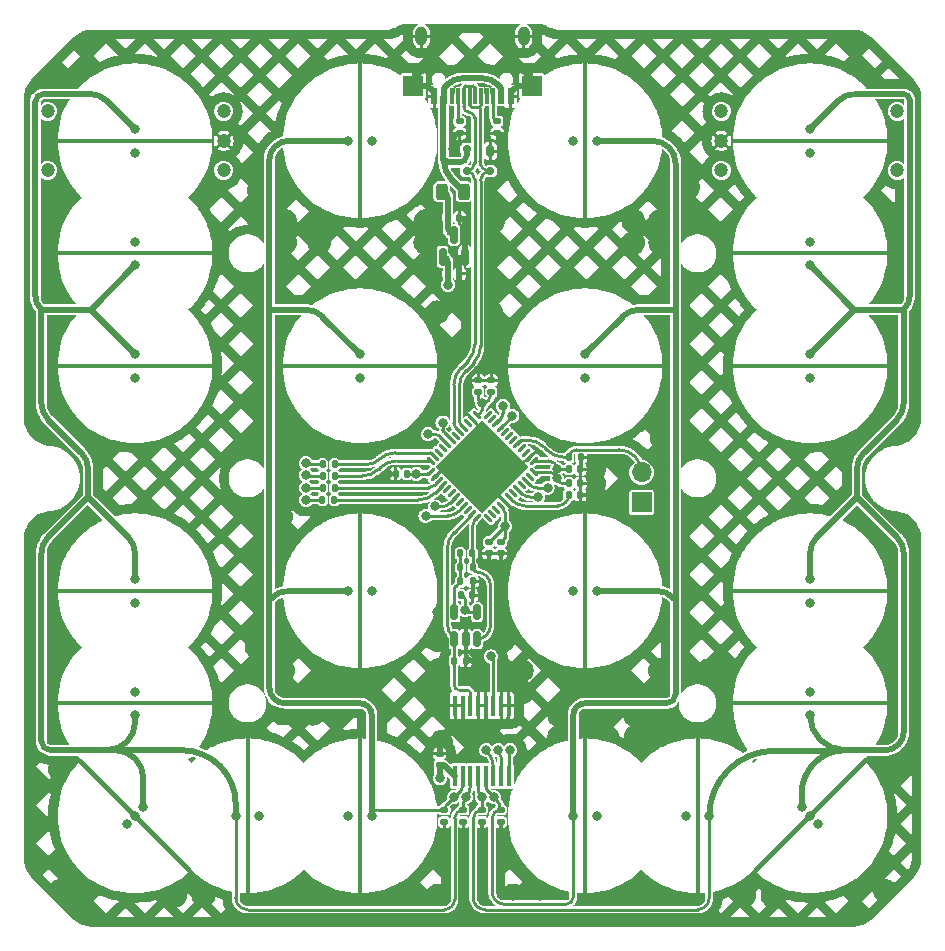
<source format=gbr>
%TF.GenerationSoftware,KiCad,Pcbnew,8.0.8*%
%TF.CreationDate,2025-03-01T19:05:43+01:00*%
%TF.ProjectId,numbpad,6e756d62-7061-4642-9e6b-696361645f70,rev?*%
%TF.SameCoordinates,Original*%
%TF.FileFunction,Copper,L4,Bot*%
%TF.FilePolarity,Positive*%
%FSLAX46Y46*%
G04 Gerber Fmt 4.6, Leading zero omitted, Abs format (unit mm)*
G04 Created by KiCad (PCBNEW 8.0.8) date 2025-03-01 19:05:43*
%MOMM*%
%LPD*%
G01*
G04 APERTURE LIST*
G04 Aperture macros list*
%AMRoundRect*
0 Rectangle with rounded corners*
0 $1 Rounding radius*
0 $2 $3 $4 $5 $6 $7 $8 $9 X,Y pos of 4 corners*
0 Add a 4 corners polygon primitive as box body*
4,1,4,$2,$3,$4,$5,$6,$7,$8,$9,$2,$3,0*
0 Add four circle primitives for the rounded corners*
1,1,$1+$1,$2,$3*
1,1,$1+$1,$4,$5*
1,1,$1+$1,$6,$7*
1,1,$1+$1,$8,$9*
0 Add four rect primitives between the rounded corners*
20,1,$1+$1,$2,$3,$4,$5,0*
20,1,$1+$1,$4,$5,$6,$7,0*
20,1,$1+$1,$6,$7,$8,$9,0*
20,1,$1+$1,$8,$9,$2,$3,0*%
%AMRotRect*
0 Rectangle, with rotation*
0 The origin of the aperture is its center*
0 $1 length*
0 $2 width*
0 $3 Rotation angle, in degrees counterclockwise*
0 Add horizontal line*
21,1,$1,$2,0,0,$3*%
%AMFreePoly0*
4,1,21,0.111114,6.666294,0.166294,6.611114,0.196157,6.539018,0.200000,6.500000,0.200000,-6.500000,0.196157,-6.539018,0.166294,-6.611114,0.111114,-6.666294,0.039018,-6.696157,-0.039018,-6.696157,-0.111114,-6.666294,-0.166294,-6.611114,-0.196157,-6.539018,-0.200000,-6.500000,-0.200000,6.500000,-0.196157,6.539018,-0.166294,6.611114,-0.111114,6.666294,-0.039018,6.696157,0.039018,6.696157,
0.111114,6.666294,0.111114,6.666294,$1*%
G04 Aperture macros list end*
%TA.AperFunction,ComponentPad*%
%ADD10C,0.800000*%
%TD*%
%TA.AperFunction,SMDPad,CuDef*%
%ADD11FreePoly0,180.000000*%
%TD*%
%TA.AperFunction,SMDPad,CuDef*%
%ADD12FreePoly0,225.000000*%
%TD*%
%TA.AperFunction,SMDPad,CuDef*%
%ADD13FreePoly0,0.000000*%
%TD*%
%TA.AperFunction,SMDPad,CuDef*%
%ADD14FreePoly0,270.000000*%
%TD*%
%TA.AperFunction,SMDPad,CuDef*%
%ADD15FreePoly0,90.000000*%
%TD*%
%TA.AperFunction,ComponentPad*%
%ADD16C,1.200000*%
%TD*%
%TA.AperFunction,SMDPad,CuDef*%
%ADD17FreePoly0,315.000000*%
%TD*%
%TA.AperFunction,SMDPad,CuDef*%
%ADD18RoundRect,0.140000X-0.170000X0.140000X-0.170000X-0.140000X0.170000X-0.140000X0.170000X0.140000X0*%
%TD*%
%TA.AperFunction,SMDPad,CuDef*%
%ADD19R,0.419100X1.778000*%
%TD*%
%TA.AperFunction,SMDPad,CuDef*%
%ADD20RoundRect,0.135000X-0.185000X0.135000X-0.185000X-0.135000X0.185000X-0.135000X0.185000X0.135000X0*%
%TD*%
%TA.AperFunction,SMDPad,CuDef*%
%ADD21RoundRect,0.135000X-0.135000X-0.185000X0.135000X-0.185000X0.135000X0.185000X-0.135000X0.185000X0*%
%TD*%
%TA.AperFunction,SMDPad,CuDef*%
%ADD22RoundRect,0.140000X0.140000X0.170000X-0.140000X0.170000X-0.140000X-0.170000X0.140000X-0.170000X0*%
%TD*%
%TA.AperFunction,SMDPad,CuDef*%
%ADD23RoundRect,0.140000X-0.140000X-0.170000X0.140000X-0.170000X0.140000X0.170000X-0.140000X0.170000X0*%
%TD*%
%TA.AperFunction,SMDPad,CuDef*%
%ADD24RoundRect,0.140000X0.170000X-0.140000X0.170000X0.140000X-0.170000X0.140000X-0.170000X-0.140000X0*%
%TD*%
%TA.AperFunction,SMDPad,CuDef*%
%ADD25RoundRect,0.135000X0.135000X0.185000X-0.135000X0.185000X-0.135000X-0.185000X0.135000X-0.185000X0*%
%TD*%
%TA.AperFunction,SMDPad,CuDef*%
%ADD26RoundRect,0.062500X0.309359X-0.220971X-0.220971X0.309359X-0.309359X0.220971X0.220971X-0.309359X0*%
%TD*%
%TA.AperFunction,SMDPad,CuDef*%
%ADD27RoundRect,0.062500X0.309359X0.220971X0.220971X0.309359X-0.309359X-0.220971X-0.220971X-0.309359X0*%
%TD*%
%TA.AperFunction,SMDPad,CuDef*%
%ADD28RotRect,5.600000X5.600000X135.000000*%
%TD*%
%TA.AperFunction,ComponentPad*%
%ADD29R,1.700000X1.700000*%
%TD*%
%TA.AperFunction,ComponentPad*%
%ADD30O,1.700000X1.700000*%
%TD*%
%TA.AperFunction,SMDPad,CuDef*%
%ADD31R,0.600000X1.450000*%
%TD*%
%TA.AperFunction,SMDPad,CuDef*%
%ADD32R,0.300000X1.450000*%
%TD*%
%TA.AperFunction,SMDPad,CuDef*%
%ADD33R,1.700000X1.700000*%
%TD*%
%TA.AperFunction,ComponentPad*%
%ADD34O,1.000000X1.600000*%
%TD*%
%TA.AperFunction,SMDPad,CuDef*%
%ADD35RoundRect,0.150000X0.150000X-0.512500X0.150000X0.512500X-0.150000X0.512500X-0.150000X-0.512500X0*%
%TD*%
%TA.AperFunction,SMDPad,CuDef*%
%ADD36RoundRect,0.150000X0.150000X-0.587500X0.150000X0.587500X-0.150000X0.587500X-0.150000X-0.587500X0*%
%TD*%
%TA.AperFunction,SMDPad,CuDef*%
%ADD37RoundRect,0.243750X0.243750X0.456250X-0.243750X0.456250X-0.243750X-0.456250X0.243750X-0.456250X0*%
%TD*%
%TA.AperFunction,SMDPad,CuDef*%
%ADD38RoundRect,0.175000X0.175000X0.325000X-0.175000X0.325000X-0.175000X-0.325000X0.175000X-0.325000X0*%
%TD*%
%TA.AperFunction,SMDPad,CuDef*%
%ADD39RoundRect,0.150000X0.200000X0.150000X-0.200000X0.150000X-0.200000X-0.150000X0.200000X-0.150000X0*%
%TD*%
%TA.AperFunction,ViaPad*%
%ADD40C,0.800000*%
%TD*%
%TA.AperFunction,Conductor*%
%ADD41C,0.250000*%
%TD*%
%TA.AperFunction,Conductor*%
%ADD42C,0.500000*%
%TD*%
G04 APERTURE END LIST*
D10*
%TO.P,SW4,1,1*%
%TO.N,Col 3*%
X162131250Y-128587500D03*
%TO.P,SW4,2,2*%
%TO.N,Row 3*%
X160131250Y-128587500D03*
D11*
%TO.P,SW4,3,SG*%
%TO.N,GND*%
X161131250Y-128587500D03*
%TD*%
D10*
%TO.P,SW13,1,1*%
%TO.N,Col 0*%
X114213357Y-127880393D03*
%TO.P,SW13,2,2*%
%TO.N,Row 3*%
X112799143Y-129294607D03*
D12*
%TO.P,SW13,3,SG*%
%TO.N,GND*%
X113506250Y-128587500D03*
%TD*%
D10*
%TO.P,SW14,1,1*%
%TO.N,Col 1*%
X133556250Y-128587500D03*
%TO.P,SW14,2,2*%
%TO.N,Row 3*%
X131556250Y-128587500D03*
D11*
%TO.P,SW14,3,SG*%
%TO.N,GND*%
X132556250Y-128587500D03*
%TD*%
D10*
%TO.P,SW11,1,1*%
%TO.N,Col 2*%
X152606250Y-109537500D03*
%TO.P,SW11,2,2*%
%TO.N,Row 2*%
X150606250Y-109537500D03*
D11*
%TO.P,SW11,3,SG*%
%TO.N,GND*%
X151606250Y-109537500D03*
%TD*%
D10*
%TO.P,SW22,1,1*%
%TO.N,Col 0*%
X122031250Y-128587500D03*
%TO.P,SW22,2,2*%
%TO.N,Row 3*%
X124031250Y-128587500D03*
D13*
%TO.P,SW22,3,SG*%
%TO.N,GND*%
X123031250Y-128587500D03*
%TD*%
D10*
%TO.P,SW10,1,1*%
%TO.N,Col 1*%
X131556250Y-109537500D03*
%TO.P,SW10,2,2*%
%TO.N,Row 2*%
X133556250Y-109537500D03*
D13*
%TO.P,SW10,3,SG*%
%TO.N,GND*%
X132556250Y-109537500D03*
%TD*%
D10*
%TO.P,SW5,1,1*%
%TO.N,Col 0*%
X113506250Y-89487500D03*
%TO.P,SW5,2,2*%
%TO.N,Row 1*%
X113506250Y-91487500D03*
D14*
%TO.P,SW5,3,SG*%
%TO.N,GND*%
X113506250Y-90487500D03*
%TD*%
D10*
%TO.P,SW2,1,1*%
%TO.N,Col 1*%
X131556250Y-71437500D03*
%TO.P,SW2,2,2*%
%TO.N,Row 0*%
X133556250Y-71437500D03*
D13*
%TO.P,SW2,3,SG*%
%TO.N,GND*%
X132556250Y-71437500D03*
%TD*%
D10*
%TO.P,SW15,1,1*%
%TO.N,Col 2*%
X150606250Y-128587500D03*
%TO.P,SW15,2,2*%
%TO.N,Row 3*%
X152606250Y-128587500D03*
D13*
%TO.P,SW15,3,SG*%
%TO.N,GND*%
X151606250Y-128587500D03*
%TD*%
D10*
%TO.P,SW21,1,1*%
%TO.N,Col 3*%
X170656250Y-120062500D03*
%TO.P,SW21,2,2*%
%TO.N,Row 2*%
X170656250Y-118062500D03*
D15*
%TO.P,SW21,3,SG*%
%TO.N,GND*%
X170656250Y-119062500D03*
%TD*%
D16*
%TO.P,SW23,1,1*%
%TO.N,Col 3*%
X178056250Y-68937500D03*
D10*
X170656250Y-70437500D03*
%TO.P,SW23,2,2*%
%TO.N,Row 0*%
X170656250Y-72437500D03*
D16*
X178056250Y-73937500D03*
D14*
%TO.P,SW23,3,3*%
%TO.N,GND*%
X170656250Y-71437500D03*
D16*
%TO.P,SW23,A,A*%
%TO.N,rotC*%
X163156250Y-73937500D03*
%TO.P,SW23,B,B*%
%TO.N,rotD*%
X163156250Y-68937500D03*
%TO.P,SW23,C,C*%
%TO.N,GND*%
X163156250Y-71437500D03*
%TD*%
D10*
%TO.P,SW7,1,1*%
%TO.N,Col 2*%
X151606250Y-89487500D03*
%TO.P,SW7,2,2*%
%TO.N,Row 1*%
X151606250Y-91487500D03*
D14*
%TO.P,SW7,3,SG*%
%TO.N,GND*%
X151606250Y-90487500D03*
%TD*%
D10*
%TO.P,SW18,1,1*%
%TO.N,Col 0*%
X113506250Y-81962500D03*
%TO.P,SW18,2,2*%
%TO.N,Row 0*%
X113506250Y-79962500D03*
D15*
%TO.P,SW18,3,SG*%
%TO.N,GND*%
X113506250Y-80962500D03*
%TD*%
D10*
%TO.P,SW19,1,1*%
%TO.N,Col 3*%
X170656250Y-81962500D03*
%TO.P,SW19,2,2*%
%TO.N,Row 0*%
X170656250Y-79962500D03*
D15*
%TO.P,SW19,3,SG*%
%TO.N,GND*%
X170656250Y-80962500D03*
%TD*%
D10*
%TO.P,SW3,1,1*%
%TO.N,Col 2*%
X152606250Y-71437500D03*
%TO.P,SW3,2,2*%
%TO.N,Row 0*%
X150606250Y-71437500D03*
D11*
%TO.P,SW3,3,SG*%
%TO.N,GND*%
X151606250Y-71437500D03*
%TD*%
D10*
%TO.P,SW6,1,1*%
%TO.N,Col 1*%
X132556250Y-89487500D03*
%TO.P,SW6,2,2*%
%TO.N,Row 1*%
X132556250Y-91487500D03*
D14*
%TO.P,SW6,3,SG*%
%TO.N,GND*%
X132556250Y-90487500D03*
%TD*%
D16*
%TO.P,SW20,1,1*%
%TO.N,Row 0*%
X106106250Y-73937500D03*
D10*
X113506250Y-72437500D03*
%TO.P,SW20,2,2*%
%TO.N,Col 0*%
X113506250Y-70437500D03*
D16*
X106106250Y-68937500D03*
D15*
%TO.P,SW20,3,3*%
%TO.N,GND*%
X113506250Y-71437500D03*
D16*
%TO.P,SW20,A,A*%
%TO.N,rotA*%
X121006250Y-68937500D03*
%TO.P,SW20,B,B*%
%TO.N,rotB*%
X121006250Y-73937500D03*
%TO.P,SW20,C,C*%
%TO.N,GND*%
X121006250Y-71437500D03*
%TD*%
D10*
%TO.P,SW12,1,1*%
%TO.N,Col 3*%
X170656250Y-108537500D03*
%TO.P,SW12,2,2*%
%TO.N,Row 2*%
X170656250Y-110537500D03*
D14*
%TO.P,SW12,3,SG*%
%TO.N,GND*%
X170656250Y-109537500D03*
%TD*%
D10*
%TO.P,SW1,1,1*%
%TO.N,Col 0*%
X113506250Y-120062500D03*
%TO.P,SW1,2,2*%
%TO.N,Row 2*%
X113506250Y-118062500D03*
D15*
%TO.P,SW1,3,SG*%
%TO.N,GND*%
X113506250Y-119062500D03*
%TD*%
D10*
%TO.P,SW8,1,1*%
%TO.N,Col 3*%
X170656250Y-89487500D03*
%TO.P,SW8,2,2*%
%TO.N,Row 1*%
X170656250Y-91487500D03*
D14*
%TO.P,SW8,3,SG*%
%TO.N,GND*%
X170656250Y-90487500D03*
%TD*%
D10*
%TO.P,SW16,1,1*%
%TO.N,Col 3*%
X169949143Y-127880393D03*
%TO.P,SW16,2,2*%
%TO.N,Row 3*%
X171363357Y-129294607D03*
D17*
%TO.P,SW16,3,SG*%
%TO.N,GND*%
X170656250Y-128587500D03*
%TD*%
D10*
%TO.P,SW9,1,1*%
%TO.N,Col 0*%
X113506250Y-108537500D03*
%TO.P,SW9,2,2*%
%TO.N,Row 2*%
X113506250Y-110537500D03*
D14*
%TO.P,SW9,3,SG*%
%TO.N,GND*%
X113506250Y-109537500D03*
%TD*%
D18*
%TO.P,C7,1*%
%TO.N,+3V3*%
X144462500Y-105402500D03*
%TO.P,C7,2*%
%TO.N,GND*%
X144462500Y-106362500D03*
%TD*%
%TO.P,C8,1*%
%TO.N,+3V3*%
X143468750Y-105402500D03*
%TO.P,C8,2*%
%TO.N,GND*%
X143468750Y-106362500D03*
%TD*%
D19*
%TO.P,U4,1,A4*%
%TO.N,GND*%
X140601700Y-119263160D03*
%TO.P,U4,2,A6*%
X141251940Y-119263160D03*
%TO.P,U4,3,A*%
%TO.N,APLEX_OUT*%
X141902180Y-119263160D03*
%TO.P,U4,4,A7*%
%TO.N,GND*%
X142552420Y-119263160D03*
%TO.P,U4,5,A5*%
X143197580Y-119263160D03*
%TO.P,U4,6,~{E}*%
%TO.N,APLEX_EN_PIN_0*%
X143847820Y-119263160D03*
%TO.P,U4,7,VEE*%
%TO.N,GND*%
X144498060Y-119263160D03*
%TO.P,U4,8,GND*%
X145148300Y-119263160D03*
%TO.P,U4,9,S2*%
%TO.N,AMUX_SEL_2*%
X145148300Y-125211840D03*
%TO.P,U4,10,S1*%
%TO.N,AMUX_SEL_1*%
X144498060Y-125211840D03*
%TO.P,U4,11,S0*%
%TO.N,AMUX_SEL_0*%
X143847820Y-125211840D03*
%TO.P,U4,12,A3*%
%TO.N,Col 2*%
X143197580Y-125211840D03*
%TO.P,U4,13,A0*%
%TO.N,Col 3*%
X142552420Y-125211840D03*
%TO.P,U4,14,A1*%
%TO.N,Col 0*%
X141902180Y-125211840D03*
%TO.P,U4,15,A2*%
%TO.N,Col 1*%
X141251940Y-125211840D03*
%TO.P,U4,16,VCC*%
%TO.N,+3V3*%
X140601700Y-125211840D03*
%TD*%
D20*
%TO.P,R_USB2,1*%
%TO.N,Net-(USB1-CC2)*%
X144164150Y-69784850D03*
%TO.P,R_USB2,2*%
%TO.N,GND*%
X144164150Y-70804850D03*
%TD*%
%TO.P,R9,1*%
%TO.N,Col 2*%
X144462500Y-128077500D03*
%TO.P,R9,2*%
%TO.N,GND*%
X144462500Y-129097500D03*
%TD*%
%TO.P,R7,1*%
%TO.N,Col 3*%
X142875000Y-128077500D03*
%TO.P,R7,2*%
%TO.N,GND*%
X142875000Y-129097500D03*
%TD*%
D21*
%TO.P,R1,1*%
%TO.N,BOOT0*%
X150240872Y-98228801D03*
%TO.P,R1,2*%
%TO.N,GND*%
X151260872Y-98228801D03*
%TD*%
D22*
%TO.P,C5,1*%
%TO.N,+3V3*%
X136525000Y-99618750D03*
%TO.P,C5,2*%
%TO.N,GND*%
X135565000Y-99618750D03*
%TD*%
D23*
%TO.P,C1,1*%
%TO.N,NRST*%
X150240872Y-101403801D03*
%TO.P,C1,2*%
%TO.N,GND*%
X151200872Y-101403801D03*
%TD*%
%TO.P,C11,1*%
%TO.N,APLEX_OUT*%
X140541987Y-115462072D03*
%TO.P,C11,2*%
%TO.N,GND*%
X141501987Y-115462072D03*
%TD*%
%TO.P,C_LDO1,1*%
%TO.N,+5V*%
X140013750Y-77931250D03*
%TO.P,C_LDO1,2*%
%TO.N,GND*%
X140973750Y-77931250D03*
%TD*%
D24*
%TO.P,C3,1*%
%TO.N,+3V3*%
X142575000Y-92672551D03*
%TO.P,C3,2*%
%TO.N,GND*%
X142575000Y-91712551D03*
%TD*%
D23*
%TO.P,C4,1*%
%TO.N,+3V3*%
X150246844Y-100429031D03*
%TO.P,C4,2*%
%TO.N,GND*%
X151206844Y-100429031D03*
%TD*%
D25*
%TO.P,R5,1*%
%TO.N,Net-(U1-PB13)*%
X130401250Y-98825000D03*
%TO.P,R5,2*%
%TO.N,Row 1*%
X129381250Y-98825000D03*
%TD*%
D22*
%TO.P,C10,1*%
%TO.N,GND*%
X142051250Y-109912072D03*
%TO.P,C10,2*%
%TO.N,+3V3*%
X141091250Y-109912072D03*
%TD*%
D25*
%TO.P,R13,1*%
%TO.N,ADC*%
X142072427Y-106362500D03*
%TO.P,R13,2*%
%TO.N,Net-(U5--)*%
X141052427Y-106362500D03*
%TD*%
D26*
%TO.P,U1,1,VBAT*%
%TO.N,+3V3*%
X147290927Y-99508687D03*
%TO.P,U1,2,PC13*%
%TO.N,unconnected-(U1-PC13-Pad2)*%
X146937374Y-99862240D03*
%TO.P,U1,3,PC14*%
%TO.N,AMUX_SEL_2*%
X146583820Y-100215794D03*
%TO.P,U1,4,PC15*%
%TO.N,unconnected-(U1-PC15-Pad4)*%
X146230267Y-100569347D03*
%TO.P,U1,5,PF0*%
%TO.N,APLEX_EN_PIN_0*%
X145876714Y-100922900D03*
%TO.P,U1,6,PF1*%
%TO.N,unconnected-(U1-PF1-Pad6)*%
X145523160Y-101276454D03*
%TO.P,U1,7,NRST*%
%TO.N,NRST*%
X145169607Y-101630007D03*
%TO.P,U1,8,VSSA*%
%TO.N,GND*%
X144816053Y-101983561D03*
%TO.P,U1,9,VDDA*%
%TO.N,+3V3*%
X144462500Y-102337114D03*
%TO.P,U1,10,PA0*%
%TO.N,unconnected-(U1-PA0-Pad10)*%
X144108947Y-102690667D03*
%TO.P,U1,11,PA1*%
%TO.N,unconnected-(U1-PA1-Pad11)*%
X143755393Y-103044221D03*
%TO.P,U1,12,PA2*%
%TO.N,unconnected-(U1-PA2-Pad12)*%
X143401840Y-103397774D03*
D27*
%TO.P,U1,13,PA3*%
%TO.N,ADC*%
X142429568Y-103397774D03*
%TO.P,U1,14,PA4*%
%TO.N,APLEX_OUT*%
X142076015Y-103044221D03*
%TO.P,U1,15,PA5*%
%TO.N,unconnected-(U1-PA5-Pad15)*%
X141722461Y-102690667D03*
%TO.P,U1,16,PA6*%
%TO.N,AMUX_SEL_0*%
X141368908Y-102337114D03*
%TO.P,U1,17,PA7*%
%TO.N,unconnected-(U1-PA7-Pad17)*%
X141015355Y-101983561D03*
%TO.P,U1,18,PB0*%
%TO.N,AMUX_SEL_1*%
X140661801Y-101630007D03*
%TO.P,U1,19,PB1*%
%TO.N,unconnected-(U1-PB1-Pad19)*%
X140308248Y-101276454D03*
%TO.P,U1,20,PB2*%
%TO.N,unconnected-(U1-PB2-Pad20)*%
X139954694Y-100922900D03*
%TO.P,U1,21,PB10*%
%TO.N,Net-(U1-PB10)*%
X139601141Y-100569347D03*
%TO.P,U1,22,PB11*%
%TO.N,Net-(U1-PB11)*%
X139247588Y-100215794D03*
%TO.P,U1,23,VSS*%
%TO.N,GND*%
X138894034Y-99862240D03*
%TO.P,U1,24,VDD*%
%TO.N,+3V3*%
X138540481Y-99508687D03*
D26*
%TO.P,U1,25,PB12*%
%TO.N,Net-(U1-PB12)*%
X138540481Y-98536415D03*
%TO.P,U1,26,PB13*%
%TO.N,Net-(U1-PB13)*%
X138894034Y-98182862D03*
%TO.P,U1,27,PB14*%
%TO.N,unconnected-(U1-PB14-Pad27)*%
X139247588Y-97829308D03*
%TO.P,U1,28,PB15*%
%TO.N,unconnected-(U1-PB15-Pad28)*%
X139601141Y-97475755D03*
%TO.P,U1,29,PA8*%
%TO.N,rotB*%
X139954694Y-97122202D03*
%TO.P,U1,30,PA9*%
%TO.N,rotA*%
X140308248Y-96768648D03*
%TO.P,U1,31,PA10*%
%TO.N,unconnected-(U1-PA10-Pad31)*%
X140661801Y-96415095D03*
%TO.P,U1,32,PA11*%
%TO.N,D-*%
X141015355Y-96061541D03*
%TO.P,U1,33,PA12*%
%TO.N,D+*%
X141368908Y-95707988D03*
%TO.P,U1,34,PA13*%
%TO.N,unconnected-(U1-PA13-Pad34)*%
X141722461Y-95354435D03*
%TO.P,U1,35,VSS*%
%TO.N,GND*%
X142076015Y-95000881D03*
%TO.P,U1,36,VDDIO2*%
%TO.N,+3V3*%
X142429568Y-94647328D03*
D27*
%TO.P,U1,37,PA14*%
%TO.N,unconnected-(U1-PA14-Pad37)*%
X143401840Y-94647328D03*
%TO.P,U1,38,PA15*%
%TO.N,unconnected-(U1-PA15-Pad38)*%
X143755393Y-95000881D03*
%TO.P,U1,39,PB3*%
%TO.N,rotC*%
X144108947Y-95354435D03*
%TO.P,U1,40,PB4*%
%TO.N,rotD*%
X144462500Y-95707988D03*
%TO.P,U1,41,PB5*%
%TO.N,unconnected-(U1-PB5-Pad41)*%
X144816053Y-96061541D03*
%TO.P,U1,42,PB6*%
%TO.N,unconnected-(U1-PB6-Pad42)*%
X145169607Y-96415095D03*
%TO.P,U1,43,PB7*%
%TO.N,unconnected-(U1-PB7-Pad43)*%
X145523160Y-96768648D03*
%TO.P,U1,44,BOOT0*%
%TO.N,BOOT0*%
X145876714Y-97122202D03*
%TO.P,U1,45,PB8*%
%TO.N,unconnected-(U1-PB8-Pad45)*%
X146230267Y-97475755D03*
%TO.P,U1,46,PB9*%
%TO.N,unconnected-(U1-PB9-Pad46)*%
X146583820Y-97829308D03*
%TO.P,U1,47,VSS*%
%TO.N,GND*%
X146937374Y-98182862D03*
%TO.P,U1,48,VDD*%
%TO.N,+3V3*%
X147290927Y-98536415D03*
D28*
%TO.P,U1,49,VSS*%
%TO.N,GND*%
X142915704Y-99022551D03*
%TD*%
D21*
%TO.P,R12,1*%
%TO.N,Net-(U5--)*%
X141061250Y-108743750D03*
%TO.P,R12,2*%
%TO.N,GND*%
X142081250Y-108743750D03*
%TD*%
D18*
%TO.P,C9,1*%
%TO.N,GND*%
X139306250Y-123345000D03*
%TO.P,C9,2*%
%TO.N,+3V3*%
X139306250Y-124305000D03*
%TD*%
D29*
%TO.P,SW17,1,1*%
%TO.N,+3V3*%
X156393750Y-102056250D03*
D30*
%TO.P,SW17,2,2*%
%TO.N,BOOT0*%
X156393750Y-99516250D03*
%TD*%
D23*
%TO.P,C_LDO2,1*%
%TO.N,+3V3*%
X140013750Y-82693750D03*
%TO.P,C_LDO2,2*%
%TO.N,GND*%
X140973750Y-82693750D03*
%TD*%
D25*
%TO.P,R3,1*%
%TO.N,Net-(U1-PB10)*%
X130391710Y-101837418D03*
%TO.P,R3,2*%
%TO.N,Row 3*%
X129371710Y-101837418D03*
%TD*%
D31*
%TO.P,USB1,1,GND*%
%TO.N,GND*%
X138856250Y-67677000D03*
%TO.P,USB1,2,VBUS*%
%TO.N,VCC*%
X139631250Y-67677000D03*
D32*
%TO.P,USB1,3,SBU2*%
%TO.N,unconnected-(USB1-SBU2-Pad3)*%
X140331250Y-67677000D03*
%TO.P,USB1,4,CC1*%
%TO.N,Net-(USB1-CC1)*%
X140831250Y-67677000D03*
%TO.P,USB1,5,DN2*%
%TO.N,D-*%
X141331250Y-67677000D03*
%TO.P,USB1,6,DP1*%
%TO.N,D+*%
X141831250Y-67677000D03*
%TO.P,USB1,7,DN1*%
%TO.N,D-*%
X142331250Y-67677000D03*
%TO.P,USB1,8,DP2*%
%TO.N,D+*%
X142831250Y-67677000D03*
%TO.P,USB1,9,SBU1*%
%TO.N,unconnected-(USB1-SBU1-Pad9)*%
X143331250Y-67677000D03*
%TO.P,USB1,10,CC2*%
%TO.N,Net-(USB1-CC2)*%
X143831250Y-67677000D03*
D31*
%TO.P,USB1,11,VBUS*%
%TO.N,VCC*%
X144531250Y-67677000D03*
%TO.P,USB1,12,GND*%
%TO.N,GND*%
X145306250Y-67677000D03*
D33*
%TO.P,USB1,13,SHIELD*%
X137081250Y-66782000D03*
D34*
X137761250Y-62582000D03*
X146401250Y-62582000D03*
D33*
X147081250Y-66782000D03*
%TD*%
D24*
%TO.P,C6,1*%
%TO.N,+3V3*%
X143668750Y-92673365D03*
%TO.P,C6,2*%
%TO.N,GND*%
X143668750Y-91713365D03*
%TD*%
D35*
%TO.P,U5,1*%
%TO.N,ADC*%
X142451987Y-113624572D03*
%TO.P,U5,2,V-*%
%TO.N,GND*%
X141501987Y-113624572D03*
%TO.P,U5,3,+*%
%TO.N,APLEX_OUT*%
X140551987Y-113624572D03*
%TO.P,U5,4,-*%
%TO.N,Net-(U5--)*%
X140551987Y-111349572D03*
%TO.P,U5,5,V+*%
%TO.N,+3V3*%
X142451987Y-111349572D03*
%TD*%
D25*
%TO.P,R11,1*%
%TO.N,ADC*%
X142081250Y-107550000D03*
%TO.P,R11,2*%
%TO.N,Net-(U5--)*%
X141061250Y-107550000D03*
%TD*%
D20*
%TO.P,R6,1*%
%TO.N,Col 1*%
X139700000Y-128077500D03*
%TO.P,R6,2*%
%TO.N,GND*%
X139700000Y-129097500D03*
%TD*%
D36*
%TO.P,U3,1,GND*%
%TO.N,GND*%
X141443750Y-81250000D03*
%TO.P,U3,2,VO*%
%TO.N,+3V3*%
X139543750Y-81250000D03*
%TO.P,U3,3,VI*%
%TO.N,+5V*%
X140493750Y-79375000D03*
%TD*%
D20*
%TO.P,R8,1*%
%TO.N,Col 0*%
X141287500Y-128077500D03*
%TO.P,R8,2*%
%TO.N,GND*%
X141287500Y-129097500D03*
%TD*%
D25*
%TO.P,R4,1*%
%TO.N,Net-(U1-PB12)*%
X130401250Y-99806250D03*
%TO.P,R4,2*%
%TO.N,Row 0*%
X129381250Y-99806250D03*
%TD*%
%TO.P,R2,1*%
%TO.N,Net-(U1-PB11)*%
X130401250Y-100806250D03*
%TO.P,R2,2*%
%TO.N,Row 2*%
X129381250Y-100806250D03*
%TD*%
D23*
%TO.P,C2,1*%
%TO.N,+3V3*%
X150252792Y-99231581D03*
%TO.P,C2,2*%
%TO.N,GND*%
X151212792Y-99231581D03*
%TD*%
D37*
%TO.P,F1,1*%
%TO.N,VCC*%
X141332900Y-75741100D03*
%TO.P,F1,2*%
%TO.N,+5V*%
X139457900Y-75741100D03*
%TD*%
D20*
%TO.P,R_USB1,1*%
%TO.N,Net-(USB1-CC1)*%
X140989150Y-69784850D03*
%TO.P,R_USB1,2*%
%TO.N,GND*%
X140989150Y-70804850D03*
%TD*%
D38*
%TO.P,U2,1,GND*%
%TO.N,GND*%
X143576650Y-72309850D03*
D39*
%TO.P,U2,2,I/O1*%
%TO.N,D+*%
X143576650Y-74009850D03*
%TO.P,U2,3,I/O2*%
%TO.N,D-*%
X141576650Y-74009850D03*
%TO.P,U2,4,VCC*%
%TO.N,VCC*%
X141576650Y-72109850D03*
%TD*%
D40*
%TO.N,GND*%
X157986742Y-80046713D03*
X158102921Y-96591440D03*
X128560169Y-119924867D03*
X140462439Y-72115502D03*
X125849407Y-98713618D03*
X158102921Y-98687753D03*
X170656250Y-128587500D03*
X165100000Y-135335746D03*
X142875000Y-121443750D03*
X144555128Y-72302890D03*
X143461949Y-107424502D03*
X142875000Y-109537500D03*
X153465203Y-121869115D03*
X144810011Y-116280637D03*
X160642115Y-116280637D03*
X141789150Y-65266100D03*
X145470489Y-135335746D03*
X125849407Y-100336735D03*
X133350000Y-118088199D03*
X143673407Y-90874178D03*
X138151261Y-78220707D03*
X123911461Y-96591440D03*
X123911461Y-103226375D03*
X163687782Y-116280637D03*
X167481250Y-135335746D03*
X141511520Y-112325933D03*
X150812500Y-118088199D03*
X163687782Y-118088199D03*
X149441651Y-120059630D03*
X141287500Y-130175000D03*
X129064575Y-78220707D03*
X116878379Y-135335746D03*
X136722129Y-135335746D03*
X125993783Y-118088199D03*
X145902294Y-103109402D03*
X144659629Y-111352137D03*
X143673407Y-89127137D03*
X157949217Y-116280637D03*
X107156250Y-124618750D03*
X143822948Y-78220707D03*
X139103379Y-135335746D03*
X155702993Y-78220707D03*
X153461872Y-120059630D03*
X127892508Y-96591440D03*
X154978379Y-135335746D03*
X157956250Y-135335746D03*
X113506250Y-128587500D03*
X139103379Y-93095887D03*
X162032296Y-116280637D03*
X139421674Y-122352924D03*
X129381250Y-135335746D03*
X142915704Y-99022551D03*
X143673407Y-85952137D03*
X124022129Y-75633387D03*
X155875557Y-120059630D03*
X126199219Y-75633387D03*
X138095928Y-80046713D03*
X146247129Y-116280637D03*
X143072129Y-116280637D03*
X141006260Y-83644850D03*
X157986742Y-75366998D03*
X142875000Y-130175000D03*
X139103378Y-116280637D03*
X152390997Y-100424844D03*
X125849407Y-103238671D03*
X136722129Y-102620887D03*
X123798886Y-116280637D03*
X160347639Y-78220707D03*
X152400000Y-99218750D03*
X142295737Y-115462072D03*
X157986742Y-78220707D03*
X177006250Y-134937500D03*
X134937500Y-99618750D03*
X139103379Y-113733387D03*
X144659629Y-113733387D03*
X139153314Y-107099528D03*
X152434072Y-101415564D03*
X131065030Y-118088199D03*
X139700000Y-130175000D03*
X126049116Y-114272087D03*
X155892469Y-121880308D03*
X129113380Y-80046713D03*
X125849407Y-93693108D03*
X126049116Y-116280637D03*
X146285628Y-118088199D03*
X149442492Y-121869115D03*
X107156250Y-134937500D03*
X160365447Y-103414637D03*
X144462500Y-130175000D03*
X124022129Y-78220707D03*
X126403379Y-135335746D03*
X157949217Y-121869115D03*
X160365447Y-96591440D03*
X139103379Y-118088199D03*
X139103379Y-111352137D03*
X158102921Y-101033387D03*
X125849407Y-96591440D03*
X147834629Y-135335746D03*
X119306589Y-135335746D03*
X153448377Y-118088199D03*
X144659629Y-108970887D03*
X139103379Y-85952137D03*
X126001561Y-119915563D03*
X142574146Y-90862556D03*
X144474207Y-107424502D03*
X160347639Y-75342596D03*
X151685617Y-120059630D03*
X139709462Y-104147410D03*
X128550451Y-118088199D03*
X155858181Y-118088199D03*
X123798886Y-114272087D03*
X126199219Y-80046713D03*
X155702993Y-80046713D03*
X157949217Y-118088199D03*
X123911461Y-93693108D03*
X177006250Y-124618750D03*
X157949217Y-120059630D03*
X143850614Y-80046713D03*
X126199219Y-78220707D03*
X158102921Y-103414637D03*
%TO.N,+3V3*%
X139306250Y-125412500D03*
X144807031Y-104064219D03*
X137318750Y-99618750D03*
X149225000Y-100012500D03*
X141451986Y-111166484D03*
X142875000Y-93662500D03*
X140006570Y-83619858D03*
X149225000Y-99218750D03*
%TO.N,Row 0*%
X127968108Y-99727137D03*
%TO.N,Row 3*%
X127977563Y-101827137D03*
%TO.N,Row 1*%
X127963373Y-98727146D03*
%TO.N,Row 2*%
X127968108Y-100806250D03*
%TO.N,Col 0*%
X141505801Y-127012548D03*
%TO.N,Col 1*%
X140493750Y-127000000D03*
%TO.N,Col 2*%
X143874503Y-127000000D03*
%TO.N,Col 3*%
X142875000Y-127000000D03*
%TO.N,APLEX_EN_PIN_0*%
X143668750Y-115093750D03*
X147637500Y-101600000D03*
%TO.N,AMUX_SEL_2*%
X148431250Y-100806250D03*
X145256250Y-123031250D03*
%TO.N,AMUX_SEL_1*%
X138906250Y-102393750D03*
X144256747Y-123031250D03*
%TO.N,AMUX_SEL_0*%
X143257244Y-123031250D03*
X138112500Y-103187500D03*
%TO.N,rotA*%
X139548614Y-95286847D03*
%TO.N,rotB*%
X138309629Y-96270887D03*
%TO.N,rotC*%
X144659629Y-93889637D03*
%TO.N,rotD*%
X145453379Y-94717109D03*
%TD*%
D41*
%TO.N,GND*%
X143197580Y-119263160D02*
X143197580Y-121121170D01*
X151260872Y-99183501D02*
X151212792Y-99231581D01*
X142875000Y-129097500D02*
X142875000Y-130175000D01*
D42*
X140973750Y-83612340D02*
X141006260Y-83644850D01*
D41*
X152387169Y-99231581D02*
X152400000Y-99218750D01*
X145269258Y-99022551D02*
X142915704Y-99022551D01*
X139700000Y-129097500D02*
X139700000Y-130175000D01*
X143668750Y-91713365D02*
X143668750Y-90878835D01*
D42*
X139306250Y-122468348D02*
X139421674Y-122352924D01*
D41*
X152386810Y-100429031D02*
X152390997Y-100424844D01*
X152422309Y-101403801D02*
X152434072Y-101415564D01*
X142552420Y-119263160D02*
X142552420Y-121121170D01*
D42*
X140973750Y-82693750D02*
X140973750Y-83612340D01*
X137961250Y-66782000D02*
X137081250Y-66782000D01*
D41*
X142051250Y-109912072D02*
X142500428Y-109912072D01*
X142081250Y-109882072D02*
X142051250Y-109912072D01*
X141501987Y-113624572D02*
X141501987Y-114668322D01*
X141251940Y-119263160D02*
X141251940Y-120402160D01*
X151212792Y-99231581D02*
X152387169Y-99231581D01*
D42*
X140973750Y-82693750D02*
X140973750Y-81720000D01*
D41*
X142102840Y-121443750D02*
X142875000Y-121443750D01*
X141501987Y-112335466D02*
X141511520Y-112325933D01*
X142915704Y-99022551D02*
X142915704Y-96668997D01*
D42*
X139306250Y-123345000D02*
X139306250Y-122468348D01*
D41*
X144462500Y-129097500D02*
X144462500Y-130175000D01*
D42*
X145565350Y-65266100D02*
X141789150Y-65266100D01*
D41*
X144462500Y-106362500D02*
X144462500Y-107412795D01*
X135565000Y-99618750D02*
X134937500Y-99618750D01*
D42*
X138597150Y-65266100D02*
X141789150Y-65266100D01*
D41*
X144498060Y-119263160D02*
X144498060Y-120402160D01*
X151200872Y-101403801D02*
X152422309Y-101403801D01*
D42*
X144448168Y-72409850D02*
X144555128Y-72302890D01*
D41*
X143668750Y-90878835D02*
X143673407Y-90874178D01*
X143468750Y-107417701D02*
X143461949Y-107424502D01*
X146937374Y-98182862D02*
X146683471Y-98436765D01*
X107950000Y-123825000D02*
X107156250Y-124618750D01*
X140601700Y-119263160D02*
X140601700Y-119942610D01*
X141501987Y-113624572D02*
X141501987Y-112335466D01*
X139147936Y-99608338D02*
X138894034Y-99862240D01*
D42*
X140462439Y-71331561D02*
X140462439Y-72115502D01*
D41*
X151206844Y-100429031D02*
X152386810Y-100429031D01*
X145148300Y-119263160D02*
X145148300Y-119934192D01*
X142915704Y-99022551D02*
X140562150Y-99022551D01*
X141501987Y-115462072D02*
X142295737Y-115462072D01*
X142575000Y-90863410D02*
X142574146Y-90862556D01*
X143638742Y-121443750D02*
X142875000Y-121443750D01*
D42*
X141443750Y-81250000D02*
X141443750Y-78401250D01*
D41*
X142293530Y-121443750D02*
X142875000Y-121443750D01*
X141287500Y-129097500D02*
X141287500Y-130175000D01*
X151260872Y-98228801D02*
X151260872Y-99183501D01*
X143456470Y-121443750D02*
X142875000Y-121443750D01*
X142081250Y-108743750D02*
X142081250Y-109882072D01*
X108743750Y-123825000D02*
X107950000Y-123825000D01*
X143468750Y-106362500D02*
X143468750Y-107417701D01*
X142575000Y-91712551D02*
X142575000Y-90863410D01*
D42*
X144555128Y-72302890D02*
X144555128Y-71195828D01*
D41*
X113506250Y-128587500D02*
X108743750Y-123825000D01*
X142915704Y-99254785D02*
X142915704Y-99022551D01*
X144462500Y-107412795D02*
X144474207Y-107424502D01*
X144816053Y-101983561D02*
X143501490Y-100668998D01*
D42*
X146201250Y-66782000D02*
X147081250Y-66782000D01*
D41*
X142329917Y-95254783D02*
X142076015Y-95000881D01*
D42*
X138856250Y-67677000D02*
G75*
G03*
X137961250Y-66782050I-894950J0D01*
G01*
D41*
X144498060Y-120402160D02*
G75*
G02*
X143456470Y-121443760I-1041560J-40D01*
G01*
D42*
X137081250Y-66782000D02*
G75*
G02*
X138597150Y-65266050I1515950J0D01*
G01*
D41*
X142500428Y-109912072D02*
G75*
G03*
X142874972Y-109537500I-28J374572D01*
G01*
X141251940Y-120402160D02*
G75*
G03*
X142293530Y-121443760I1041560J-40D01*
G01*
X143197580Y-121121170D02*
G75*
G02*
X142875000Y-121443780I-322580J-30D01*
G01*
D42*
X140989150Y-70804850D02*
G75*
G03*
X140462350Y-71331561I-50J-526750D01*
G01*
X145306250Y-67677000D02*
G75*
G02*
X146201250Y-66782050I894950J0D01*
G01*
D41*
X142915704Y-99254785D02*
G75*
G03*
X143501483Y-100669005I1999996J-15D01*
G01*
X142915704Y-96668997D02*
G75*
G03*
X142329916Y-95254784I-2000004J-3D01*
G01*
D42*
X140973750Y-81720000D02*
G75*
G02*
X141443750Y-81249950I470050J0D01*
G01*
D41*
X141501987Y-114668322D02*
G75*
G03*
X142295737Y-115462013I793713J22D01*
G01*
X145148300Y-119934192D02*
G75*
G02*
X143638742Y-121443800I-1509600J-8D01*
G01*
X146683471Y-98436765D02*
G75*
G02*
X145269258Y-99022536I-1414171J1414165D01*
G01*
D42*
X144555128Y-71195828D02*
G75*
G03*
X144164150Y-70804772I-391028J28D01*
G01*
D41*
X139147936Y-99608338D02*
G75*
G02*
X140562150Y-99022601I1414164J-1414262D01*
G01*
D42*
X141443750Y-78401250D02*
G75*
G03*
X140973750Y-77931250I-470050J-50D01*
G01*
D41*
X140601700Y-119942610D02*
G75*
G03*
X142102840Y-121443700I1501100J10D01*
G01*
X142552420Y-121121170D02*
G75*
G03*
X142875000Y-121443780I322580J-30D01*
G01*
D42*
X147081250Y-66782000D02*
G75*
G03*
X145565350Y-65266050I-1515950J0D01*
G01*
D41*
%TO.N,+3V3*%
X143468750Y-105402500D02*
X144807031Y-104064219D01*
X144807031Y-104064219D02*
X144807031Y-102889734D01*
X143668750Y-92868750D02*
X143668750Y-92673365D01*
X142575000Y-93362500D02*
X142575000Y-92672551D01*
X149641531Y-100429031D02*
X150246844Y-100429031D01*
X136525000Y-99618750D02*
X137318750Y-99618750D01*
D42*
X140013750Y-82693750D02*
X140013750Y-83612678D01*
D41*
X150239961Y-99218750D02*
X150252792Y-99231581D01*
X148721187Y-99508687D02*
X147290927Y-99508687D01*
X144807031Y-104064219D02*
X144807031Y-105057969D01*
X148542665Y-98536415D02*
X147290927Y-98536415D01*
X142875000Y-93662500D02*
X142875000Y-94201896D01*
D42*
X139306250Y-124305000D02*
X139685550Y-124305000D01*
X139306250Y-124305000D02*
X139306250Y-125412500D01*
D41*
X141451986Y-111166484D02*
X141451986Y-110272808D01*
X144659890Y-102534504D02*
X144462500Y-102337114D01*
D42*
X140013750Y-82693750D02*
X140013750Y-81720000D01*
D41*
X141635074Y-111349572D02*
X142451987Y-111349572D01*
D42*
X140013750Y-83612678D02*
X140006570Y-83619858D01*
D41*
X138274766Y-99618750D02*
X137318750Y-99618750D01*
X149225000Y-99218750D02*
X150239961Y-99218750D01*
D42*
X139685550Y-124305000D02*
X140592390Y-125211840D01*
D41*
X144807031Y-102889734D02*
G75*
G03*
X144659899Y-102534495I-502331J34D01*
G01*
X149225000Y-100012500D02*
G75*
G03*
X149641531Y-100429000I416500J0D01*
G01*
X138540481Y-99508687D02*
G75*
G02*
X138274766Y-99618734I-265681J265687D01*
G01*
X142875000Y-93662500D02*
G75*
G02*
X142575000Y-93362500I0J300000D01*
G01*
X142875000Y-94201896D02*
G75*
G02*
X142429568Y-94647300I-445400J-4D01*
G01*
X149225000Y-100012500D02*
G75*
G03*
X148721187Y-99508700I-503800J0D01*
G01*
X141451986Y-111166484D02*
G75*
G03*
X141635074Y-111349614I183114J-16D01*
G01*
X141451986Y-110272808D02*
G75*
G03*
X141091250Y-109912114I-360686J8D01*
G01*
X141456110Y-111170608D02*
G75*
G03*
X141635074Y-111349590I178990J8D01*
G01*
X144807031Y-105057969D02*
G75*
G02*
X144462500Y-105402531I-344531J-31D01*
G01*
X142875000Y-93662500D02*
G75*
G03*
X143668800Y-92868750I0J793800D01*
G01*
D42*
X140013750Y-81720000D02*
G75*
G03*
X139543750Y-81249950I-470050J0D01*
G01*
D41*
X149225000Y-99218750D02*
G75*
G03*
X148542665Y-98536400I-682300J50D01*
G01*
D42*
%TO.N,+5V*%
X140013750Y-77931250D02*
X140013750Y-78895000D01*
X140013750Y-77931250D02*
X140013750Y-76296950D01*
X140013750Y-78895000D02*
G75*
G03*
X140493750Y-79375050I480050J0D01*
G01*
X140013750Y-76296950D02*
G75*
G03*
X139457900Y-75741150I-555850J-50D01*
G01*
D41*
%TO.N,Row 0*%
X129381250Y-99806250D02*
X128047221Y-99806250D01*
X128047221Y-99806250D02*
G75*
G02*
X127968050Y-99727137I-21J79150D01*
G01*
%TO.N,Row 3*%
X128008196Y-101837418D02*
X127977563Y-101806785D01*
X129371710Y-101837418D02*
X128008196Y-101837418D01*
%TO.N,Row 1*%
X129381250Y-98825000D02*
X128061227Y-98825000D01*
X128061227Y-98825000D02*
X127963373Y-98727146D01*
%TO.N,Row 2*%
X129381250Y-100806250D02*
X127968108Y-100806250D01*
%TO.N,D-*%
X142331250Y-67677000D02*
X142331250Y-66952000D01*
X141331250Y-67677000D02*
X141331250Y-68538396D01*
X142251650Y-69458796D02*
X142251650Y-73334850D01*
X140637262Y-95683449D02*
X141015355Y-96061541D01*
X141682543Y-90092457D02*
X141079536Y-90695464D01*
X140629573Y-95675760D02*
X140637262Y-95683449D01*
X140493750Y-92109677D02*
X140493750Y-95347854D01*
X142268330Y-78575098D02*
X142268329Y-78575098D01*
X142268330Y-74701530D02*
X142268330Y-78575098D01*
X141331250Y-67677000D02*
X141331250Y-66952000D01*
X141506250Y-66777000D02*
X142156250Y-66777000D01*
X142268329Y-78575098D02*
X142268330Y-88678243D01*
X141331250Y-68538396D02*
G75*
G03*
X141819854Y-69027050I488650J-4D01*
G01*
X142251650Y-73334850D02*
G75*
G02*
X141576650Y-74009850I-675050J50D01*
G01*
X142331250Y-66952000D02*
G75*
G03*
X142156250Y-66777050I-174950J0D01*
G01*
X142268330Y-88678243D02*
G75*
G02*
X141682528Y-90092442I-2000030J43D01*
G01*
X140493750Y-95347854D02*
G75*
G03*
X140629546Y-95675787I463750J-46D01*
G01*
X141819854Y-69027000D02*
G75*
G02*
X142251700Y-69458796I46J-431800D01*
G01*
X141331250Y-66952000D02*
G75*
G02*
X141506250Y-66777050I174950J0D01*
G01*
X141576650Y-74009850D02*
G75*
G02*
X142268350Y-74701530I50J-691650D01*
G01*
X141079536Y-90695464D02*
G75*
G03*
X140493719Y-92109677I1414164J-1414236D01*
G01*
%TO.N,D+*%
X142768330Y-76434850D02*
X142768330Y-76200000D01*
X142768330Y-76200000D02*
X142768330Y-88814639D01*
X142182543Y-90228853D02*
X141529536Y-90881860D01*
X142656250Y-68577000D02*
X142582900Y-68577000D01*
X141044049Y-95383130D02*
X141368908Y-95707988D01*
X142582900Y-68577000D02*
X142006250Y-68577000D01*
X142701650Y-73134850D02*
X142701650Y-68622400D01*
X142831250Y-67677000D02*
X142831250Y-68402000D01*
X141831250Y-67677000D02*
X141831250Y-68402000D01*
X142768330Y-74818170D02*
X142768330Y-76434850D01*
X140943750Y-92296073D02*
X140943750Y-95140987D01*
X141529536Y-90881860D02*
G75*
G03*
X140943716Y-92296073I1414164J-1414240D01*
G01*
X141831250Y-68402000D02*
G75*
G03*
X142006250Y-68576950I174950J0D01*
G01*
X143576650Y-74009850D02*
G75*
G03*
X142768250Y-74818170I-50J-808350D01*
G01*
X142831250Y-68402000D02*
G75*
G02*
X142656250Y-68576950I-174950J0D01*
G01*
X140943750Y-95140987D02*
G75*
G03*
X141044041Y-95383138I342450J-13D01*
G01*
X142768330Y-88814639D02*
G75*
G02*
X142182530Y-90228840I-2000030J39D01*
G01*
X142701650Y-73134850D02*
G75*
G03*
X143576650Y-74009850I875050J50D01*
G01*
X142701650Y-68622400D02*
G75*
G03*
X142656250Y-68577050I-45350J0D01*
G01*
D42*
%TO.N,Col 0*%
X117475000Y-123031250D02*
X112712500Y-123031250D01*
X111123286Y-68054536D02*
X113506250Y-70437500D01*
X111918750Y-123031250D02*
X111125000Y-123031250D01*
X111125000Y-123031250D02*
X106362500Y-123031250D01*
X122031250Y-127587500D02*
X122031250Y-128587500D01*
X113506250Y-120650000D02*
X113506250Y-120062500D01*
X105568750Y-122237500D02*
X105568750Y-106397177D01*
X105765879Y-67468750D02*
X109709073Y-67468750D01*
X106154537Y-95042037D02*
X108951714Y-97839214D01*
X109743750Y-85725000D02*
X113506250Y-81962500D01*
X105568750Y-85952137D02*
X105568750Y-93627823D01*
X114213357Y-125412500D02*
X114213357Y-127880393D01*
D41*
X122031250Y-135525000D02*
X122031250Y-128587500D01*
D42*
X105056250Y-84487716D02*
X105056250Y-68178379D01*
X105568750Y-85725000D02*
X109743750Y-85725000D01*
X109537500Y-99253427D02*
X109537500Y-101600000D01*
X112920463Y-104982963D02*
X109537500Y-101600000D01*
D41*
X141287500Y-128077500D02*
X141287500Y-127539573D01*
X123031250Y-136525000D02*
X139700000Y-136525000D01*
D42*
X106154536Y-104982964D02*
X109537500Y-101600000D01*
D41*
X141902180Y-125211840D02*
X141902180Y-126055605D01*
X140562500Y-135662500D02*
X140562500Y-128802500D01*
D42*
X112712500Y-123031250D02*
X111918750Y-123031250D01*
X105568750Y-85952137D02*
X105568750Y-85725000D01*
X113506250Y-108537500D02*
X113506250Y-106397177D01*
X109743750Y-85725000D02*
X113506250Y-89487500D01*
X111125000Y-123031250D02*
X111832107Y-123031250D01*
X109709073Y-67468750D02*
G75*
G02*
X111123289Y-68054533I27J-1999950D01*
G01*
X111125000Y-123031250D02*
G75*
G03*
X113506250Y-120650000I0J2381250D01*
G01*
X105056250Y-68178379D02*
G75*
G02*
X105765879Y-67468750I709650J-21D01*
G01*
D41*
X140562500Y-128802500D02*
G75*
G02*
X141287500Y-128077500I725000J0D01*
G01*
D42*
X112920463Y-104982963D02*
G75*
G02*
X113506281Y-106397177I-1414163J-1414237D01*
G01*
X111832107Y-123031250D02*
G75*
G02*
X114213350Y-125412500I-7J-2381250D01*
G01*
X117475000Y-123031250D02*
G75*
G02*
X122031250Y-127587500I0J-4556250D01*
G01*
X105568750Y-93627823D02*
G75*
G03*
X106154559Y-95042015I1999950J23D01*
G01*
X105568750Y-85725000D02*
G75*
G02*
X105056229Y-84487716I1237250J1237300D01*
G01*
D41*
X123031250Y-136525000D02*
G75*
G02*
X122031200Y-135525000I-50J1000000D01*
G01*
D42*
X109537500Y-99253427D02*
G75*
G03*
X108951728Y-97839200I-2000000J27D01*
G01*
X105568750Y-106397177D02*
G75*
G02*
X106154558Y-104982986I1999950J-23D01*
G01*
D41*
X141287500Y-127539573D02*
G75*
G02*
X141505820Y-127012567I745300J-27D01*
G01*
X139700000Y-136525000D02*
G75*
G03*
X140562500Y-135662500I0J862500D01*
G01*
D42*
X106362500Y-123031250D02*
G75*
G02*
X105568750Y-122237500I0J793750D01*
G01*
D41*
X141902180Y-126055605D02*
G75*
G02*
X141505790Y-127012537I-1353280J5D01*
G01*
D42*
%TO.N,Col 1*%
X131556250Y-109537500D02*
X126503427Y-109537500D01*
X133556250Y-128587500D02*
X133554269Y-128546868D01*
X126503427Y-71437500D02*
X131556250Y-71437500D01*
D41*
X140493750Y-127000000D02*
X139900642Y-127593108D01*
X139700000Y-128077500D02*
X134066250Y-128077500D01*
D42*
X124881250Y-110331250D02*
X124881250Y-117737500D01*
X124881250Y-85725000D02*
X124881250Y-110331250D01*
X133554269Y-128546868D02*
X133554269Y-120060519D01*
X124881250Y-85725000D02*
X124881250Y-73059677D01*
X126206250Y-119062500D02*
X132556250Y-119062500D01*
D41*
X140493750Y-127000000D02*
X141124179Y-126369571D01*
D42*
X125089213Y-110123287D02*
X124881250Y-110331250D01*
D41*
X141251940Y-126061128D02*
X141251940Y-125211840D01*
D42*
X132556250Y-89487500D02*
X129379536Y-86310786D01*
X127965323Y-85725000D02*
X124881250Y-85725000D01*
D41*
X141124179Y-126369571D02*
G75*
G03*
X141251950Y-126061128I-308479J308471D01*
G01*
D42*
X133554269Y-120060519D02*
G75*
G03*
X132556250Y-119062431I-998069J19D01*
G01*
X126503427Y-109537500D02*
G75*
G03*
X125089199Y-110123273I-27J-2000000D01*
G01*
X124881250Y-117737500D02*
G75*
G03*
X126206250Y-119062550I1325050J0D01*
G01*
D41*
X139900642Y-127593108D02*
G75*
G03*
X139699990Y-128077500I484358J-484392D01*
G01*
D42*
X124881250Y-73059677D02*
G75*
G02*
X126503427Y-71437550I1622150J-23D01*
G01*
D41*
X134066250Y-128077500D02*
G75*
G03*
X133556300Y-128587500I50J-510000D01*
G01*
D42*
X127965323Y-85725000D02*
G75*
G02*
X129379525Y-86310797I-23J-2000000D01*
G01*
D41*
%TO.N,Col 2*%
X143737500Y-135006250D02*
X143737500Y-128802500D01*
D42*
X157359629Y-71437500D02*
X152606250Y-71437500D01*
X159281250Y-85725000D02*
X159281250Y-110331250D01*
D41*
X150606250Y-135487500D02*
X150606250Y-128587500D01*
D42*
X156197177Y-85725000D02*
X159281250Y-85725000D01*
D41*
X150018750Y-136075000D02*
X144806250Y-136075000D01*
X143335654Y-126435349D02*
X143874503Y-126974198D01*
X144116369Y-127241866D02*
X143874503Y-127000000D01*
D42*
X159073287Y-110123287D02*
X159281250Y-110331250D01*
X150606250Y-128587500D02*
X150606250Y-120062500D01*
X152606250Y-109537500D02*
X157659073Y-109537500D01*
X151606250Y-119062500D02*
X158487500Y-119062500D01*
D41*
X143197580Y-125211840D02*
X143197580Y-126102009D01*
X143874503Y-126974198D02*
X143874503Y-127000000D01*
D42*
X159281250Y-85725000D02*
X159281250Y-73359121D01*
X159281250Y-110331250D02*
X159281250Y-118268750D01*
X151606250Y-89487500D02*
X154782964Y-86310786D01*
D41*
X143737500Y-128802500D02*
G75*
G02*
X144462500Y-128077500I725000J0D01*
G01*
D42*
X157659073Y-109537500D02*
G75*
G02*
X159073301Y-110123273I27J-2000000D01*
G01*
X159281250Y-73359121D02*
G75*
G03*
X157359629Y-71437450I-1921650J21D01*
G01*
X158487500Y-119062500D02*
G75*
G03*
X159281300Y-118268750I0J793800D01*
G01*
D41*
X150018750Y-136075000D02*
G75*
G03*
X150606200Y-135487500I-50J587500D01*
G01*
X144462500Y-128077500D02*
G75*
G03*
X144116376Y-127241859I-1181800J0D01*
G01*
D42*
X154782964Y-86310786D02*
G75*
G02*
X156197177Y-85724984I1414236J-1414214D01*
G01*
D41*
X143197580Y-126102009D02*
G75*
G03*
X143335657Y-126435346I471420J9D01*
G01*
D42*
X150606250Y-120062500D02*
G75*
G02*
X151606250Y-119062550I999950J0D01*
G01*
D41*
X144806250Y-136075000D02*
G75*
G02*
X143737500Y-135006250I50J1068800D01*
G01*
%TO.N,Col 3*%
X162131250Y-135525000D02*
X162131250Y-128587500D01*
D42*
X174418750Y-85725000D02*
X170656250Y-89487500D01*
X178007964Y-104982964D02*
X174625000Y-101600000D01*
X178593750Y-121443750D02*
X178593750Y-106397177D01*
X178593750Y-85725000D02*
X178593750Y-93627823D01*
X178007963Y-95042037D02*
X175210786Y-97839214D01*
X177006250Y-123031250D02*
X173625000Y-123031250D01*
X174418750Y-85725000D02*
X170656250Y-81962500D01*
D41*
X142150000Y-128802500D02*
X142150000Y-135560717D01*
D42*
X174418750Y-85725000D02*
X178593750Y-85725000D01*
X173039213Y-68054537D02*
X170656250Y-70437500D01*
X174625000Y-101600000D02*
X171242036Y-104982964D01*
X170656250Y-106397177D02*
X170656250Y-108537500D01*
D41*
X142875000Y-128077500D02*
X142875000Y-127000000D01*
D42*
X173037500Y-123078503D02*
X167640247Y-123078503D01*
D41*
X142552420Y-125211840D02*
X142552420Y-126221223D01*
D42*
X174625000Y-99253427D02*
X174625000Y-101600000D01*
X178563742Y-67468750D02*
X174453427Y-67468750D01*
D41*
X143114283Y-136525000D02*
X161131250Y-136525000D01*
D42*
X179106250Y-84487716D02*
X179106250Y-68011258D01*
X169949143Y-126707107D02*
X169949143Y-127880393D01*
X178593750Y-93627823D02*
G75*
G02*
X178007941Y-95042015I-1999950J23D01*
G01*
X173625000Y-123031250D02*
G75*
G02*
X170656250Y-120062500I0J2968750D01*
G01*
X178593750Y-106397177D02*
G75*
G03*
X178007942Y-104982986I-1999950J-23D01*
G01*
D41*
X142875000Y-128077500D02*
G75*
G03*
X142150000Y-128802500I0J-725000D01*
G01*
D42*
X174453427Y-67468750D02*
G75*
G03*
X173039210Y-68054534I-27J-1999950D01*
G01*
X175210786Y-97839214D02*
G75*
G03*
X174625019Y-99253427I1414214J-1414186D01*
G01*
D41*
X142150000Y-135560717D02*
G75*
G03*
X143114283Y-136525000I964300J17D01*
G01*
D42*
X167640247Y-123078503D02*
G75*
G03*
X162131203Y-128587500I-47J-5508997D01*
G01*
X179106250Y-68011258D02*
G75*
G03*
X178563742Y-67468750I-542550J-42D01*
G01*
X178593750Y-85725000D02*
G75*
G03*
X179106271Y-84487716I-1237250J1237300D01*
G01*
X173625000Y-123031250D02*
G75*
G03*
X169949150Y-126707107I0J-3675850D01*
G01*
X170656250Y-106397177D02*
G75*
G02*
X171242058Y-104982986I1999950J-23D01*
G01*
D41*
X161131250Y-136525000D02*
G75*
G03*
X162131300Y-135525000I50J1000000D01*
G01*
D42*
X178593750Y-121443750D02*
G75*
G02*
X177006250Y-123031250I-1587550J50D01*
G01*
D41*
X142552420Y-126221223D02*
G75*
G03*
X142875007Y-126999993I1101380J23D01*
G01*
%TO.N,Net-(USB1-CC1)*%
X140837246Y-67682996D02*
X140837246Y-69632946D01*
X140831250Y-67677000D02*
X140837246Y-67682996D01*
X140837246Y-69632946D02*
G75*
G03*
X140989150Y-69784854I151954J46D01*
G01*
%TO.N,Net-(USB1-CC2)*%
X143831250Y-67677000D02*
X143831250Y-69451950D01*
X143831250Y-69451950D02*
G75*
G03*
X144164150Y-69784850I332850J-50D01*
G01*
D42*
%TO.N,VCC*%
X139841042Y-73198432D02*
X139792798Y-73187274D01*
X139739338Y-73164159D02*
X139698870Y-73136630D01*
X139614605Y-73021707D02*
X139607531Y-72995933D01*
X139792798Y-73187274D02*
X139739338Y-73164159D01*
X139698870Y-73136630D02*
X139654944Y-73093137D01*
X139897129Y-73201167D02*
X139841042Y-73198432D01*
X139654944Y-73093137D02*
X139628912Y-73054138D01*
X139631250Y-66958726D02*
X139888090Y-66701886D01*
X140348574Y-74756775D02*
X141332900Y-75741100D01*
X140989150Y-73259850D02*
X140198228Y-73259850D01*
X144274411Y-66701887D02*
X144531250Y-66958726D01*
X141302303Y-66116100D02*
X142860197Y-66116100D01*
X139607531Y-72995933D02*
X139607531Y-67700719D01*
X139631250Y-67677000D02*
X139631250Y-66958726D01*
X139628912Y-73054138D02*
X139614605Y-73021707D01*
X144531250Y-66958726D02*
X144531250Y-67677000D01*
X141576650Y-72109850D02*
X141576650Y-72672350D01*
X144274411Y-66701887D02*
G75*
G03*
X142860197Y-66116102I-1414211J-1414213D01*
G01*
X141576650Y-72672350D02*
G75*
G02*
X140989150Y-73259850I-587550J50D01*
G01*
X140198228Y-73259850D02*
G75*
G02*
X139631231Y-73025019I-28J801850D01*
G01*
X141302303Y-66116100D02*
G75*
G03*
X139888088Y-66701884I-3J-2000000D01*
G01*
X139607531Y-67700719D02*
G75*
G02*
X139631250Y-67677031I23669J19D01*
G01*
X139631250Y-73025000D02*
G75*
G03*
X140348564Y-74756785I2449150J0D01*
G01*
D41*
%TO.N,BOOT0*%
X146719236Y-96777671D02*
X146221245Y-96777671D01*
X150885872Y-97583801D02*
X154461301Y-97583801D01*
X150240872Y-98228801D02*
X149827220Y-98228801D01*
X148413006Y-97643014D02*
X148133449Y-97363457D01*
X146221245Y-96777671D02*
X145876714Y-97122202D01*
X148413006Y-97643014D02*
G75*
G03*
X149827220Y-98228786I1414194J1414214D01*
G01*
X150240872Y-98228801D02*
G75*
G02*
X150885872Y-97583772I645028J1D01*
G01*
X148133449Y-97363457D02*
G75*
G03*
X146719236Y-96777654I-1414249J-1414243D01*
G01*
X154461301Y-97583801D02*
G75*
G02*
X156393699Y-99516250I-1J-1932399D01*
G01*
%TO.N,NRST*%
X146483487Y-102325000D02*
X149319673Y-102325000D01*
X145169607Y-101630007D02*
X145426981Y-101887381D01*
X149319673Y-102325000D02*
G75*
G03*
X150240900Y-101403801I27J921200D01*
G01*
X146483487Y-102325000D02*
G75*
G02*
X145426993Y-101887369I13J1494100D01*
G01*
%TO.N,APLEX_OUT*%
X141902180Y-119263160D02*
X141902180Y-118124160D01*
X140551987Y-113624572D02*
X140551987Y-116099572D01*
X140512774Y-104607462D02*
X142076015Y-103044221D01*
X140541987Y-117553245D02*
X140541987Y-115462072D01*
X140551987Y-113624572D02*
X140512773Y-113585358D01*
X139926987Y-112171145D02*
X139926987Y-106021676D01*
X141700803Y-117922783D02*
X140911525Y-117922783D01*
X140551987Y-115452072D02*
X140541987Y-115462072D01*
X140551987Y-113624572D02*
X140551987Y-115452072D01*
X140512773Y-113585358D02*
G75*
G02*
X139926959Y-112171145I1414227J1414258D01*
G01*
X140512774Y-104607462D02*
G75*
G03*
X139926974Y-106021676I1414226J-1414238D01*
G01*
X140911525Y-117922783D02*
G75*
G02*
X140541917Y-117553245I-25J369583D01*
G01*
X141902180Y-118124160D02*
G75*
G03*
X141700803Y-117922820I-201380J-40D01*
G01*
%TO.N,ADC*%
X142081250Y-106371323D02*
X142072427Y-106362500D01*
X142072427Y-106362500D02*
X142072427Y-104208387D01*
X142081250Y-107550000D02*
X142081250Y-106371323D01*
X142393080Y-103434262D02*
X142429568Y-103397774D01*
X143600000Y-112476559D02*
X143600000Y-109068750D01*
X142493383Y-107962133D02*
G75*
G02*
X142081267Y-107550000I17J412133D01*
G01*
X142072427Y-104208387D02*
G75*
G02*
X142393088Y-103434270I1094773J-13D01*
G01*
X143600000Y-109068750D02*
G75*
G03*
X142493383Y-107962200I-1106600J-50D01*
G01*
X142451987Y-113624572D02*
G75*
G03*
X143599972Y-112476559I13J1147972D01*
G01*
%TO.N,APLEX_EN_PIN_0*%
X145876714Y-100922900D02*
X146260750Y-101306936D01*
X146968269Y-101600000D02*
X147637500Y-101600000D01*
X143847820Y-119263160D02*
X143847820Y-115272820D01*
X143847820Y-115272820D02*
G75*
G03*
X143668750Y-115093780I-179020J20D01*
G01*
X146260750Y-101306936D02*
G75*
G03*
X146968269Y-101600017I707550J707536D01*
G01*
%TO.N,AMUX_SEL_2*%
X147519677Y-100806250D02*
X148431250Y-100806250D01*
X146588490Y-100220464D02*
X146930033Y-100562010D01*
X146583820Y-100215794D02*
X146588490Y-100220464D01*
X145148300Y-125211840D02*
X145148300Y-123291864D01*
X146930033Y-100562010D02*
G75*
G03*
X147519677Y-100806275I589667J589610D01*
G01*
X145148300Y-123291864D02*
G75*
G02*
X145256260Y-123031260I368600J-36D01*
G01*
%TO.N,AMUX_SEL_1*%
X144498060Y-125211840D02*
X144498060Y-123613831D01*
X139514492Y-102393750D02*
X138906250Y-102393750D01*
X140661801Y-101630007D02*
X140169280Y-102122528D01*
X144498060Y-123613831D02*
G75*
G03*
X144256755Y-123031242I-823860J31D01*
G01*
X139514492Y-102393750D02*
G75*
G03*
X140169292Y-102122540I8J926050D01*
G01*
%TO.N,AMUX_SEL_0*%
X138112500Y-103187500D02*
X139995992Y-103187500D01*
X140888007Y-102818015D02*
X141368908Y-102337114D01*
X143257244Y-123057052D02*
X143257244Y-123031250D01*
X143847820Y-125211840D02*
X143847820Y-124476055D01*
X143262033Y-123061841D02*
X143257244Y-123057052D01*
X143847820Y-124476055D02*
G75*
G03*
X143262015Y-123061859I-2000020J-45D01*
G01*
X139995992Y-103187500D02*
G75*
G03*
X140888011Y-102818019I8J1261500D01*
G01*
%TO.N,Net-(U5--)*%
X141061250Y-108743750D02*
X141061250Y-106371323D01*
X141061250Y-106371323D02*
X141052427Y-106362500D01*
X140646644Y-109158355D02*
X141061250Y-108743750D01*
X140486250Y-111283835D02*
X140486250Y-109545582D01*
X140488378Y-109473765D02*
X140503120Y-109384686D01*
X140486250Y-109545582D02*
X140488378Y-109473765D01*
X140551987Y-111349572D02*
X140486250Y-111283835D01*
X140503120Y-109384686D02*
G75*
G02*
X140646649Y-109158361I456480J-130814D01*
G01*
%TO.N,Net-(U1-PB11)*%
X139242919Y-100220463D02*
X139247588Y-100215794D01*
X139242919Y-100220463D02*
X138863051Y-100600321D01*
X138365886Y-100806250D02*
X130401250Y-100806250D01*
X138863051Y-100600321D02*
G75*
G02*
X138365886Y-100806227I-497151J497221D01*
G01*
%TO.N,Net-(U1-PB10)*%
X139601141Y-100569347D02*
X138918856Y-101251632D01*
X137504643Y-101837418D02*
X130391710Y-101837418D01*
X137504643Y-101837418D02*
G75*
G03*
X138918838Y-101251614I-43J2000018D01*
G01*
%TO.N,Net-(U1-PB12)*%
X134240298Y-99122202D02*
X134142036Y-99220464D01*
X132727823Y-99806250D02*
X130401250Y-99806250D01*
X138540481Y-98536415D02*
X135654512Y-98536415D01*
X132727823Y-99806250D02*
G75*
G03*
X134142014Y-99220442I-23J1999950D01*
G01*
X134240298Y-99122202D02*
G75*
G02*
X135654512Y-98536419I1414202J-1414198D01*
G01*
%TO.N,Net-(U1-PB13)*%
X130401250Y-98825000D02*
X133176818Y-98825000D01*
X138599502Y-97888331D02*
X138894034Y-98182862D01*
X135558846Y-97838331D02*
X138478793Y-97838331D01*
X138478793Y-97838331D02*
X138512472Y-97839734D01*
X134144632Y-98424118D02*
G75*
G02*
X135558846Y-97838355I1414168J-1414182D01*
G01*
X138512472Y-97839734D02*
G75*
G02*
X138599506Y-97888328I-26872J-150366D01*
G01*
X133176818Y-98825000D02*
G75*
G03*
X134144624Y-98424110I-18J1368700D01*
G01*
%TO.N,rotA*%
X140308248Y-96768648D02*
X139641675Y-96102075D01*
X139548614Y-95877406D02*
X139548614Y-95286847D01*
X139641675Y-96102075D02*
G75*
G02*
X139548597Y-95877406I224625J224675D01*
G01*
%TO.N,rotB*%
X138906250Y-96270887D02*
X138309629Y-96270887D01*
X139954694Y-97122202D02*
X139242771Y-96410279D01*
X139242771Y-96410279D02*
G75*
G03*
X138906250Y-96270852I-336571J-336521D01*
G01*
%TO.N,rotC*%
X144659629Y-94456250D02*
X144659629Y-93889637D01*
X144108947Y-95354435D02*
X144413907Y-95049475D01*
X144413907Y-95049475D02*
G75*
G03*
X144659599Y-94456250I-593207J593175D01*
G01*
%TO.N,rotD*%
X144462500Y-95707988D02*
X145453379Y-94717109D01*
%TD*%
%TA.AperFunction,Conductor*%
%TO.N,GND*%
G36*
X140966350Y-127389415D02*
G01*
X140970751Y-127397038D01*
X140970707Y-127400338D01*
X140962002Y-127455283D01*
X140962001Y-127496233D01*
X140962000Y-127496258D01*
X140962000Y-127539561D01*
X140961999Y-127592035D01*
X140962000Y-127592048D01*
X140962000Y-127630506D01*
X140958632Y-127638638D01*
X140955360Y-127640928D01*
X140907098Y-127663433D01*
X140823435Y-127747096D01*
X140773431Y-127854328D01*
X140769618Y-127883290D01*
X140765216Y-127890913D01*
X140763966Y-127891748D01*
X140682660Y-127938691D01*
X140541847Y-128056846D01*
X140541846Y-128056847D01*
X140423691Y-128197660D01*
X140331787Y-128356842D01*
X140331782Y-128356854D01*
X140268920Y-128529567D01*
X140268918Y-128529576D01*
X140237000Y-128710590D01*
X140237000Y-128756217D01*
X140233632Y-128764349D01*
X140225500Y-128767717D01*
X140217368Y-128764349D01*
X140215169Y-128761268D01*
X140202665Y-128735692D01*
X140111809Y-128644836D01*
X139996372Y-128588403D01*
X139921540Y-128577500D01*
X139478460Y-128577500D01*
X139403627Y-128588403D01*
X139288190Y-128644836D01*
X139197336Y-128735690D01*
X139140903Y-128851127D01*
X139130000Y-128925959D01*
X139130000Y-129269039D01*
X139140903Y-129343872D01*
X139197336Y-129459309D01*
X139288190Y-129550163D01*
X139403627Y-129606596D01*
X139478459Y-129617499D01*
X139575000Y-129617499D01*
X139575000Y-128984000D01*
X139578368Y-128975868D01*
X139586500Y-128972500D01*
X139813500Y-128972500D01*
X139821632Y-128975868D01*
X139825000Y-128984000D01*
X139825000Y-129617498D01*
X139825001Y-129617499D01*
X139921540Y-129617499D01*
X139996372Y-129606596D01*
X140111809Y-129550163D01*
X140202663Y-129459309D01*
X140215168Y-129433731D01*
X140221766Y-129427905D01*
X140230551Y-129428450D01*
X140236377Y-129435048D01*
X140237000Y-129438782D01*
X140237000Y-135661851D01*
X140236928Y-135663139D01*
X140223680Y-135780707D01*
X140223107Y-135783217D01*
X140184246Y-135894275D01*
X140183128Y-135896595D01*
X140120535Y-135996213D01*
X140118930Y-135998227D01*
X140035727Y-136081430D01*
X140033713Y-136083035D01*
X139934095Y-136145628D01*
X139931775Y-136146746D01*
X139820717Y-136185607D01*
X139818207Y-136186180D01*
X139700639Y-136199428D01*
X139699351Y-136199500D01*
X123083727Y-136199500D01*
X123083702Y-136199498D01*
X123082788Y-136199498D01*
X123081883Y-136199498D01*
X123031881Y-136199499D01*
X123030594Y-136199427D01*
X122882425Y-136182740D01*
X122879915Y-136182167D01*
X122739789Y-136133141D01*
X122737470Y-136132024D01*
X122611768Y-136053045D01*
X122609754Y-136051440D01*
X122504779Y-135946470D01*
X122503174Y-135944457D01*
X122424191Y-135818761D01*
X122423073Y-135816440D01*
X122401922Y-135755998D01*
X122374036Y-135676307D01*
X122373467Y-135673816D01*
X122356822Y-135526082D01*
X122356750Y-135524794D01*
X122356750Y-135119549D01*
X122360118Y-135111417D01*
X122368250Y-135108049D01*
X122369599Y-135108128D01*
X122516695Y-135125539D01*
X122939571Y-135142153D01*
X123031246Y-135145756D01*
X123031250Y-135145756D01*
X123031254Y-135145756D01*
X123119018Y-135142307D01*
X123545805Y-135125539D01*
X124057187Y-135065013D01*
X124562244Y-134964551D01*
X125057863Y-134824772D01*
X125540986Y-134646538D01*
X126008636Y-134430949D01*
X126457929Y-134179332D01*
X126886096Y-133893241D01*
X127290497Y-133574437D01*
X127668637Y-133224887D01*
X127785306Y-133098674D01*
X127793298Y-133094990D01*
X127801556Y-133098036D01*
X127802186Y-133098666D01*
X127918864Y-133224887D01*
X128297002Y-133574437D01*
X128701404Y-133893241D01*
X129129571Y-134179332D01*
X129578864Y-134430949D01*
X130046514Y-134646538D01*
X130529637Y-134824773D01*
X130529656Y-134824778D01*
X130529658Y-134824779D01*
X131025238Y-134964546D01*
X131025256Y-134964551D01*
X131530313Y-135065013D01*
X132041695Y-135125539D01*
X132464571Y-135142153D01*
X132556246Y-135145756D01*
X132556250Y-135145756D01*
X132556254Y-135145756D01*
X132644018Y-135142307D01*
X133070805Y-135125539D01*
X133582187Y-135065013D01*
X134087244Y-134964551D01*
X134582862Y-134824772D01*
X135065986Y-134646538D01*
X135533636Y-134430949D01*
X135982929Y-134179332D01*
X136003245Y-134165757D01*
X137649835Y-134165757D01*
X138257186Y-134773108D01*
X138257744Y-134772066D01*
X138258996Y-134770191D01*
X138383961Y-134617922D01*
X138385555Y-134616328D01*
X138537824Y-134491363D01*
X138539699Y-134490111D01*
X138713423Y-134397254D01*
X138715506Y-134396391D01*
X138904007Y-134339210D01*
X138906218Y-134338770D01*
X139102252Y-134319462D01*
X139104506Y-134319462D01*
X139300540Y-134338770D01*
X139302751Y-134339210D01*
X139439000Y-134380540D01*
X139439000Y-133830774D01*
X138711909Y-133103683D01*
X137649835Y-134165757D01*
X136003245Y-134165757D01*
X136411096Y-133893241D01*
X136815497Y-133574438D01*
X137193637Y-133224886D01*
X137543187Y-132846748D01*
X137861991Y-132442346D01*
X138148082Y-132014179D01*
X138399699Y-131564886D01*
X138615288Y-131097236D01*
X138793523Y-130614113D01*
X138933301Y-130118494D01*
X139033763Y-129613437D01*
X139094289Y-129102055D01*
X139112253Y-128644836D01*
X139114506Y-128587504D01*
X139114506Y-128587495D01*
X139107727Y-128414951D01*
X139110773Y-128406694D01*
X139118767Y-128403009D01*
X139119218Y-128403000D01*
X139226515Y-128403000D01*
X139234647Y-128406368D01*
X139235929Y-128407897D01*
X139235934Y-128407902D01*
X139235935Y-128407904D01*
X139319596Y-128491565D01*
X139426827Y-128541568D01*
X139475684Y-128548000D01*
X139475688Y-128548000D01*
X139924312Y-128548000D01*
X139924316Y-128548000D01*
X139973173Y-128541568D01*
X140080404Y-128491565D01*
X140164065Y-128407904D01*
X140214068Y-128300673D01*
X140220500Y-128251816D01*
X140220500Y-127903184D01*
X140214068Y-127854327D01*
X140181114Y-127783661D01*
X140180730Y-127774869D01*
X140183403Y-127770672D01*
X140361295Y-127592780D01*
X140369426Y-127589413D01*
X140370924Y-127589510D01*
X140493750Y-127605682D01*
X140650512Y-127585044D01*
X140796591Y-127524536D01*
X140922032Y-127428282D01*
X140950227Y-127391536D01*
X140957848Y-127387137D01*
X140966350Y-127389415D01*
G37*
%TD.AperFunction*%
%TA.AperFunction,Conductor*%
G36*
X142996632Y-128975868D02*
G01*
X143000000Y-128984000D01*
X143000000Y-129617498D01*
X143000001Y-129617499D01*
X143096540Y-129617499D01*
X143171372Y-129606596D01*
X143286809Y-129550163D01*
X143377663Y-129459309D01*
X143390168Y-129433731D01*
X143396766Y-129427905D01*
X143405551Y-129428450D01*
X143411377Y-129435048D01*
X143412000Y-129438782D01*
X143412000Y-134953895D01*
X143411998Y-134953925D01*
X143412000Y-135006235D01*
X143412000Y-135049495D01*
X143412001Y-135049524D01*
X143412004Y-135115994D01*
X143446340Y-135332734D01*
X143446343Y-135332746D01*
X143514164Y-135541455D01*
X143514169Y-135541468D01*
X143613792Y-135736979D01*
X143613796Y-135736986D01*
X143613798Y-135736989D01*
X143742792Y-135914530D01*
X143897970Y-136069708D01*
X144047978Y-136178697D01*
X144052575Y-136186201D01*
X144050521Y-136194760D01*
X144043016Y-136199358D01*
X144041217Y-136199500D01*
X143114938Y-136199500D01*
X143113650Y-136199428D01*
X143113029Y-136199358D01*
X142973431Y-136183626D01*
X142970924Y-136183054D01*
X142838350Y-136136663D01*
X142836031Y-136135546D01*
X142832133Y-136133097D01*
X142749907Y-136081430D01*
X142717113Y-136060824D01*
X142715099Y-136059219D01*
X142615780Y-135959900D01*
X142614175Y-135957886D01*
X142607002Y-135946470D01*
X142539451Y-135838964D01*
X142538337Y-135836653D01*
X142491943Y-135704069D01*
X142491373Y-135701575D01*
X142475572Y-135561349D01*
X142475500Y-135560061D01*
X142475500Y-129574603D01*
X142478868Y-129566471D01*
X142487000Y-129563103D01*
X142492051Y-129564272D01*
X142578622Y-129606595D01*
X142578625Y-129606596D01*
X142653459Y-129617499D01*
X142750000Y-129617499D01*
X142750000Y-128984000D01*
X142753368Y-128975868D01*
X142761500Y-128972500D01*
X142988500Y-128972500D01*
X142996632Y-128975868D01*
G37*
%TD.AperFunction*%
%TA.AperFunction,Conductor*%
G36*
X156376556Y-133098036D02*
G01*
X156377185Y-133098665D01*
X156493863Y-133224887D01*
X156872003Y-133574437D01*
X157276404Y-133893241D01*
X157704571Y-134179332D01*
X158153864Y-134430949D01*
X158621514Y-134646538D01*
X159104637Y-134824772D01*
X159104656Y-134824777D01*
X159104658Y-134824778D01*
X159600238Y-134964546D01*
X159600256Y-134964551D01*
X160105313Y-135065013D01*
X160616695Y-135125539D01*
X161039571Y-135142153D01*
X161131246Y-135145756D01*
X161131250Y-135145756D01*
X161131254Y-135145756D01*
X161219018Y-135142307D01*
X161645805Y-135125539D01*
X161792898Y-135108129D01*
X161801370Y-135110518D01*
X161805670Y-135118197D01*
X161805750Y-135119549D01*
X161805750Y-135524350D01*
X161805678Y-135525638D01*
X161788984Y-135673797D01*
X161788411Y-135676307D01*
X161739381Y-135816419D01*
X161738263Y-135818740D01*
X161659286Y-135944426D01*
X161657681Y-135946439D01*
X161552714Y-136051401D01*
X161550700Y-136053007D01*
X161425007Y-136131980D01*
X161422687Y-136133097D01*
X161282574Y-136182119D01*
X161280063Y-136182692D01*
X161131468Y-136199427D01*
X161130181Y-136199499D01*
X161080633Y-136199498D01*
X161079712Y-136199498D01*
X161079711Y-136199498D01*
X161078797Y-136199498D01*
X161078773Y-136199500D01*
X150622221Y-136199500D01*
X150614089Y-136196132D01*
X150610721Y-136188000D01*
X150614089Y-136179868D01*
X150614829Y-136179191D01*
X150624553Y-136171031D01*
X150666818Y-136135563D01*
X150769501Y-136013180D01*
X150849375Y-135874826D01*
X150904011Y-135724705D01*
X150931751Y-135567377D01*
X150931750Y-135487500D01*
X150931750Y-135435946D01*
X150931750Y-135119549D01*
X150935118Y-135111417D01*
X150943250Y-135108049D01*
X150944599Y-135108128D01*
X151091695Y-135125539D01*
X151514571Y-135142153D01*
X151606246Y-135145756D01*
X151606250Y-135145756D01*
X151606254Y-135145756D01*
X151694018Y-135142307D01*
X152120805Y-135125539D01*
X152632187Y-135065013D01*
X153137244Y-134964551D01*
X153632863Y-134824772D01*
X154115986Y-134646538D01*
X154583636Y-134430949D01*
X155032929Y-134179332D01*
X155461096Y-133893241D01*
X155865497Y-133574437D01*
X156243637Y-133224887D01*
X156360306Y-133098674D01*
X156368298Y-133094990D01*
X156376556Y-133098036D01*
G37*
%TD.AperFunction*%
%TA.AperFunction,Conductor*%
G36*
X144829568Y-126269025D02*
G01*
X144860519Y-126289707D01*
X144919002Y-126301340D01*
X144919004Y-126301340D01*
X145377596Y-126301340D01*
X145377598Y-126301340D01*
X145436081Y-126289707D01*
X145450370Y-126280158D01*
X145459001Y-126278441D01*
X145466319Y-126283330D01*
X145468037Y-126291963D01*
X145467547Y-126293700D01*
X145368982Y-126560874D01*
X145368971Y-126560908D01*
X145229203Y-127056488D01*
X145229198Y-127056510D01*
X145128736Y-127561568D01*
X145128735Y-127561573D01*
X145068211Y-128072938D01*
X145047994Y-128587495D01*
X145047994Y-128587504D01*
X145068211Y-129102061D01*
X145128735Y-129613426D01*
X145128736Y-129613431D01*
X145229198Y-130118489D01*
X145229203Y-130118511D01*
X145368971Y-130614091D01*
X145368982Y-130614125D01*
X145454715Y-130846513D01*
X145547212Y-131097236D01*
X145762801Y-131564886D01*
X146014418Y-132014179D01*
X146300509Y-132442346D01*
X146619313Y-132846747D01*
X146968863Y-133224887D01*
X147347003Y-133574437D01*
X147751404Y-133893241D01*
X148179571Y-134179332D01*
X148628864Y-134430949D01*
X149096514Y-134646538D01*
X149579637Y-134824772D01*
X149579656Y-134824777D01*
X149579658Y-134824778D01*
X150075238Y-134964546D01*
X150075256Y-134964551D01*
X150075261Y-134964552D01*
X150075265Y-134964553D01*
X150121447Y-134973738D01*
X150271494Y-135003584D01*
X150278812Y-135008474D01*
X150280750Y-135014863D01*
X150280750Y-135486597D01*
X150280608Y-135488396D01*
X150268211Y-135566672D01*
X150267100Y-135570094D01*
X150231533Y-135639901D01*
X150229418Y-135642811D01*
X150174028Y-135698206D01*
X150171118Y-135700321D01*
X150101317Y-135735892D01*
X150097895Y-135737004D01*
X150019934Y-135749358D01*
X150018134Y-135749500D01*
X144806835Y-135749500D01*
X144805707Y-135749445D01*
X144662390Y-135735323D01*
X144660179Y-135734883D01*
X144522916Y-135693240D01*
X144520834Y-135692377D01*
X144394339Y-135624762D01*
X144392464Y-135623510D01*
X144281583Y-135532510D01*
X144279989Y-135530916D01*
X144188989Y-135420035D01*
X144187737Y-135418160D01*
X144120122Y-135291665D01*
X144119259Y-135289583D01*
X144077616Y-135152320D01*
X144077176Y-135150109D01*
X144063055Y-135006793D01*
X144063000Y-135005665D01*
X144063000Y-133459974D01*
X144861000Y-133459974D01*
X144861000Y-134527418D01*
X144904934Y-134491363D01*
X144906809Y-134490111D01*
X145080533Y-134397254D01*
X145082616Y-134396391D01*
X145271117Y-134339210D01*
X145273328Y-134338770D01*
X145469362Y-134319462D01*
X145471616Y-134319462D01*
X145667650Y-134338770D01*
X145669861Y-134339210D01*
X145858362Y-134396391D01*
X145860445Y-134397254D01*
X145982583Y-134462537D01*
X146279364Y-134165756D01*
X145217291Y-133103683D01*
X144861000Y-133459974D01*
X144063000Y-133459974D01*
X144063000Y-129574603D01*
X144066368Y-129566471D01*
X144074500Y-129563103D01*
X144079551Y-129564272D01*
X144166122Y-129606595D01*
X144166125Y-129606596D01*
X144240959Y-129617499D01*
X144337500Y-129617499D01*
X144337500Y-128984000D01*
X144340868Y-128975868D01*
X144349000Y-128972500D01*
X144576000Y-128972500D01*
X144584132Y-128975868D01*
X144587500Y-128984000D01*
X144587500Y-129617498D01*
X144587501Y-129617499D01*
X144684040Y-129617499D01*
X144758872Y-129606596D01*
X144874309Y-129550163D01*
X144965163Y-129459309D01*
X145021596Y-129343872D01*
X145032499Y-129269040D01*
X145032499Y-128925960D01*
X145021596Y-128851127D01*
X144965163Y-128735690D01*
X144874309Y-128644836D01*
X144758872Y-128588403D01*
X144684040Y-128577500D01*
X144240960Y-128577500D01*
X144166125Y-128588403D01*
X144148330Y-128597102D01*
X144139545Y-128597647D01*
X144132948Y-128591820D01*
X144132403Y-128583035D01*
X144134154Y-128579771D01*
X144164665Y-128540008D01*
X144172287Y-128535608D01*
X144178647Y-128536587D01*
X144189327Y-128541568D01*
X144238184Y-128548000D01*
X144238188Y-128548000D01*
X144686812Y-128548000D01*
X144686816Y-128548000D01*
X144735673Y-128541568D01*
X144842904Y-128491565D01*
X144926565Y-128407904D01*
X144976568Y-128300673D01*
X144983000Y-128251816D01*
X144983000Y-127903184D01*
X144976568Y-127854327D01*
X144926565Y-127747096D01*
X144842904Y-127663435D01*
X144735673Y-127613432D01*
X144735671Y-127613431D01*
X144723742Y-127611861D01*
X144716119Y-127607459D01*
X144714135Y-127603434D01*
X144711139Y-127592250D01*
X144711064Y-127591971D01*
X144635455Y-127409429D01*
X144630206Y-127400338D01*
X144536669Y-127238321D01*
X144536667Y-127238318D01*
X144464574Y-127144362D01*
X144462297Y-127135864D01*
X144480185Y-127000000D01*
X144459547Y-126843238D01*
X144399039Y-126697159D01*
X144302785Y-126571718D01*
X144177344Y-126475464D01*
X144031265Y-126414956D01*
X143874503Y-126394318D01*
X143874502Y-126394318D01*
X143774479Y-126407485D01*
X143765977Y-126405206D01*
X143764846Y-126404215D01*
X143681604Y-126320972D01*
X143678236Y-126312840D01*
X143681604Y-126304708D01*
X143689736Y-126301340D01*
X144077116Y-126301340D01*
X144077118Y-126301340D01*
X144135601Y-126289707D01*
X144166551Y-126269025D01*
X144175183Y-126267309D01*
X144179328Y-126269025D01*
X144210279Y-126289707D01*
X144268762Y-126301340D01*
X144268764Y-126301340D01*
X144727356Y-126301340D01*
X144727358Y-126301340D01*
X144785841Y-126289707D01*
X144816791Y-126269025D01*
X144825423Y-126267309D01*
X144829568Y-126269025D01*
G37*
%TD.AperFunction*%
%TA.AperFunction,Conductor*%
G36*
X109545631Y-102245234D02*
G01*
X110835869Y-103535472D01*
X110839237Y-103543604D01*
X110835869Y-103551736D01*
X110832552Y-103554048D01*
X110528862Y-103694052D01*
X110480102Y-103721359D01*
X110079571Y-103945668D01*
X110079565Y-103945671D01*
X110079565Y-103945672D01*
X109651403Y-104231759D01*
X109247002Y-104550563D01*
X108868868Y-104900108D01*
X108868858Y-104900118D01*
X108519313Y-105278252D01*
X108200509Y-105682653D01*
X107994876Y-105990406D01*
X107914418Y-106110821D01*
X107867314Y-106194931D01*
X107677878Y-106533193D01*
X107662801Y-106560114D01*
X107447212Y-107027764D01*
X107447209Y-107027769D01*
X107447207Y-107027776D01*
X107268982Y-107510874D01*
X107268971Y-107510908D01*
X107129203Y-108006488D01*
X107129198Y-108006510D01*
X107028736Y-108511568D01*
X107028735Y-108511573D01*
X106968211Y-109022938D01*
X106947994Y-109537495D01*
X106947994Y-109537504D01*
X106968211Y-110052061D01*
X107028735Y-110563426D01*
X107028736Y-110563431D01*
X107028737Y-110563437D01*
X107048499Y-110662786D01*
X107129198Y-111068489D01*
X107129203Y-111068511D01*
X107268971Y-111564091D01*
X107268982Y-111564125D01*
X107345733Y-111772166D01*
X107447212Y-112047236D01*
X107662801Y-112514886D01*
X107914418Y-112964179D01*
X108200509Y-113392346D01*
X108519313Y-113796747D01*
X108868863Y-114174887D01*
X108937639Y-114238463D01*
X108995073Y-114291555D01*
X108998758Y-114299549D01*
X108995712Y-114307806D01*
X108995073Y-114308445D01*
X108868868Y-114425108D01*
X108868858Y-114425118D01*
X108519313Y-114803252D01*
X108200509Y-115207653D01*
X108006513Y-115497990D01*
X107914418Y-115635821D01*
X107805455Y-115830388D01*
X107664957Y-116081265D01*
X107662801Y-116085114D01*
X107447212Y-116552764D01*
X107447209Y-116552769D01*
X107447207Y-116552776D01*
X107268982Y-117035874D01*
X107268971Y-117035908D01*
X107129203Y-117531488D01*
X107129198Y-117531510D01*
X107028736Y-118036568D01*
X107028735Y-118036573D01*
X106968211Y-118547938D01*
X106947994Y-119062495D01*
X106947994Y-119062504D01*
X106968211Y-119577061D01*
X107028735Y-120088426D01*
X107028736Y-120088431D01*
X107028737Y-120088437D01*
X107078980Y-120341027D01*
X107129198Y-120593489D01*
X107129203Y-120593511D01*
X107268971Y-121089091D01*
X107268982Y-121089125D01*
X107447207Y-121572223D01*
X107447212Y-121572236D01*
X107662801Y-122039886D01*
X107914418Y-122489179D01*
X107963651Y-122562861D01*
X107965368Y-122571494D01*
X107960478Y-122578812D01*
X107954089Y-122580750D01*
X106363257Y-122580750D01*
X106361756Y-122580652D01*
X106275161Y-122569251D01*
X106272261Y-122568474D01*
X106192274Y-122535342D01*
X106189674Y-122533841D01*
X106120987Y-122481135D01*
X106118864Y-122479012D01*
X106066158Y-122410325D01*
X106064657Y-122407725D01*
X106040837Y-122350220D01*
X106031524Y-122327737D01*
X106030748Y-122324838D01*
X106028428Y-122307218D01*
X106019348Y-122238244D01*
X106019250Y-122236743D01*
X106019250Y-106397552D01*
X106019275Y-106396800D01*
X106021012Y-106370303D01*
X106032460Y-106195682D01*
X106032653Y-106194207D01*
X106071907Y-105996881D01*
X106072291Y-105995446D01*
X106136965Y-105804933D01*
X106137540Y-105803548D01*
X106226520Y-105623122D01*
X106227267Y-105621825D01*
X106339042Y-105454550D01*
X106339956Y-105453360D01*
X106339972Y-105453342D01*
X106473101Y-105301546D01*
X106473100Y-105301545D01*
X106473158Y-105301479D01*
X106473657Y-105300945D01*
X106515018Y-105259586D01*
X106515019Y-105259583D01*
X109529370Y-102245232D01*
X109537499Y-102241866D01*
X109545631Y-102245234D01*
G37*
%TD.AperFunction*%
%TA.AperFunction,Conductor*%
G36*
X174633130Y-102245233D02*
G01*
X176168030Y-103780134D01*
X177689155Y-105301259D01*
X177689669Y-105301808D01*
X177822566Y-105453342D01*
X177823482Y-105454536D01*
X177935253Y-105621804D01*
X177936005Y-105623106D01*
X178024987Y-105803535D01*
X178025563Y-105804925D01*
X178090234Y-105995429D01*
X178090623Y-105996882D01*
X178129874Y-106194194D01*
X178130070Y-106195686D01*
X178143225Y-106396342D01*
X178143250Y-106397094D01*
X178143250Y-121443235D01*
X178143206Y-121444238D01*
X178126058Y-121640171D01*
X178125710Y-121642145D01*
X178074930Y-121831644D01*
X178074244Y-121833527D01*
X177991333Y-122011321D01*
X177990331Y-122013057D01*
X177877807Y-122173757D01*
X177876519Y-122175293D01*
X177737793Y-122314019D01*
X177736257Y-122315307D01*
X177575557Y-122427831D01*
X177573821Y-122428833D01*
X177396027Y-122511744D01*
X177394144Y-122512430D01*
X177204645Y-122563210D01*
X177202671Y-122563558D01*
X177006739Y-122580706D01*
X177005736Y-122580750D01*
X176208411Y-122580750D01*
X176200279Y-122577382D01*
X176196911Y-122569250D01*
X176198849Y-122562861D01*
X176248082Y-122489179D01*
X176499699Y-122039886D01*
X176715288Y-121572236D01*
X176893522Y-121089113D01*
X177033301Y-120593494D01*
X177133763Y-120088437D01*
X177194289Y-119577055D01*
X177214506Y-119062500D01*
X177211196Y-118978267D01*
X177205054Y-118821939D01*
X177194289Y-118547945D01*
X177133763Y-118036563D01*
X177033301Y-117531506D01*
X176893522Y-117035887D01*
X176715288Y-116552764D01*
X176499699Y-116085114D01*
X176248082Y-115635821D01*
X175961991Y-115207654D01*
X175643187Y-114803253D01*
X175293637Y-114425113D01*
X175167424Y-114308443D01*
X175163740Y-114300452D01*
X175166786Y-114292194D01*
X175167415Y-114291564D01*
X175293637Y-114174887D01*
X175643187Y-113796747D01*
X175961991Y-113392346D01*
X176248082Y-112964179D01*
X176499699Y-112514886D01*
X176715288Y-112047236D01*
X176893522Y-111564113D01*
X177033301Y-111068494D01*
X177133763Y-110563437D01*
X177194289Y-110052055D01*
X177212679Y-109583991D01*
X177214506Y-109537504D01*
X177214506Y-109537495D01*
X177208392Y-109381885D01*
X177194289Y-109022945D01*
X177133763Y-108511563D01*
X177033301Y-108006506D01*
X176938930Y-107671890D01*
X176893528Y-107510908D01*
X176893527Y-107510906D01*
X176893522Y-107510887D01*
X176715288Y-107027764D01*
X176499699Y-106560114D01*
X176248082Y-106110821D01*
X175961991Y-105682654D01*
X175643187Y-105278253D01*
X175293637Y-104900113D01*
X174915497Y-104550563D01*
X174511096Y-104231759D01*
X174082929Y-103945668D01*
X173633636Y-103694051D01*
X173329945Y-103554047D01*
X173323972Y-103547584D01*
X173324317Y-103538789D01*
X173326626Y-103535475D01*
X174616870Y-102245232D01*
X174624999Y-102241866D01*
X174633130Y-102245233D01*
G37*
%TD.AperFunction*%
%TA.AperFunction,Conductor*%
G36*
X107962221Y-67922618D02*
G01*
X107965589Y-67930750D01*
X107963651Y-67937138D01*
X107914418Y-68010821D01*
X107820068Y-68179294D01*
X107663763Y-68458397D01*
X107662801Y-68460114D01*
X107447212Y-68927764D01*
X107447209Y-68927769D01*
X107447207Y-68927776D01*
X107268982Y-69410874D01*
X107268971Y-69410908D01*
X107129203Y-69906488D01*
X107129198Y-69906510D01*
X107028736Y-70411568D01*
X107028735Y-70411573D01*
X106968211Y-70922938D01*
X106947994Y-71437495D01*
X106947994Y-71437504D01*
X106968211Y-71952061D01*
X107028735Y-72463426D01*
X107028736Y-72463431D01*
X107028737Y-72463437D01*
X107124305Y-72943891D01*
X107129198Y-72968489D01*
X107129203Y-72968511D01*
X107268971Y-73464091D01*
X107268982Y-73464125D01*
X107433806Y-73910898D01*
X107447212Y-73947236D01*
X107662801Y-74414886D01*
X107914418Y-74864179D01*
X108200509Y-75292346D01*
X108519313Y-75696747D01*
X108868863Y-76074887D01*
X108953481Y-76153107D01*
X108995073Y-76191555D01*
X108998758Y-76199549D01*
X108995712Y-76207806D01*
X108995073Y-76208445D01*
X108868868Y-76325108D01*
X108868858Y-76325118D01*
X108519313Y-76703252D01*
X108200509Y-77107653D01*
X108014716Y-77385714D01*
X107914418Y-77535821D01*
X107662801Y-77985114D01*
X107447212Y-78452764D01*
X107447209Y-78452769D01*
X107447207Y-78452776D01*
X107268982Y-78935874D01*
X107268971Y-78935908D01*
X107129203Y-79431488D01*
X107129198Y-79431510D01*
X107028736Y-79936568D01*
X107028735Y-79936573D01*
X106968211Y-80447938D01*
X106947994Y-80962495D01*
X106947994Y-80962504D01*
X106968211Y-81477061D01*
X107028735Y-81988426D01*
X107028736Y-81988431D01*
X107028737Y-81988437D01*
X107084544Y-82269000D01*
X107129198Y-82493489D01*
X107129202Y-82493506D01*
X107268971Y-82989091D01*
X107268982Y-82989125D01*
X107443840Y-83463096D01*
X107447212Y-83472236D01*
X107662801Y-83939886D01*
X107914418Y-84389179D01*
X108200509Y-84817346D01*
X108519313Y-85221747D01*
X108550232Y-85255194D01*
X108553278Y-85263451D01*
X108549593Y-85271445D01*
X108541787Y-85274500D01*
X105779903Y-85274500D01*
X105771771Y-85271132D01*
X105771159Y-85270469D01*
X105765165Y-85263451D01*
X105755466Y-85252096D01*
X105754411Y-85250644D01*
X105648819Y-85078340D01*
X105648009Y-85076751D01*
X105570666Y-84890038D01*
X105570114Y-84888338D01*
X105522938Y-84691847D01*
X105522656Y-84690065D01*
X105519034Y-84644052D01*
X105506785Y-84488422D01*
X105506750Y-84487520D01*
X105506750Y-74497841D01*
X105510118Y-74489709D01*
X105518250Y-74486341D01*
X105526380Y-74489708D01*
X105603988Y-74567316D01*
X105603990Y-74567317D01*
X105603991Y-74567318D01*
X105603994Y-74567320D01*
X105756721Y-74663285D01*
X105756724Y-74663287D01*
X105756725Y-74663287D01*
X105756728Y-74663289D01*
X105926995Y-74722868D01*
X106106250Y-74743065D01*
X106285505Y-74722868D01*
X106455772Y-74663289D01*
X106608512Y-74567316D01*
X106736066Y-74439762D01*
X106832039Y-74287022D01*
X106891618Y-74116755D01*
X106911815Y-73937500D01*
X106891618Y-73758245D01*
X106832039Y-73587978D01*
X106832037Y-73587975D01*
X106832037Y-73587974D01*
X106832035Y-73587971D01*
X106736070Y-73435244D01*
X106736068Y-73435241D01*
X106736067Y-73435240D01*
X106736066Y-73435238D01*
X106608512Y-73307684D01*
X106608509Y-73307682D01*
X106608505Y-73307679D01*
X106455778Y-73211714D01*
X106455775Y-73211712D01*
X106431568Y-73203242D01*
X106285505Y-73152132D01*
X106106250Y-73131935D01*
X105926995Y-73152132D01*
X105926992Y-73152132D01*
X105926992Y-73152133D01*
X105756724Y-73211712D01*
X105756721Y-73211714D01*
X105603994Y-73307679D01*
X105603990Y-73307682D01*
X105526382Y-73385290D01*
X105518250Y-73388658D01*
X105510118Y-73385290D01*
X105506750Y-73377158D01*
X105506750Y-69497841D01*
X105510118Y-69489709D01*
X105518250Y-69486341D01*
X105526380Y-69489708D01*
X105603988Y-69567316D01*
X105603990Y-69567317D01*
X105603991Y-69567318D01*
X105603994Y-69567320D01*
X105756721Y-69663285D01*
X105756724Y-69663287D01*
X105756725Y-69663287D01*
X105756728Y-69663289D01*
X105926995Y-69722868D01*
X106106250Y-69743065D01*
X106285505Y-69722868D01*
X106455772Y-69663289D01*
X106608512Y-69567316D01*
X106736066Y-69439762D01*
X106832039Y-69287022D01*
X106891618Y-69116755D01*
X106911815Y-68937500D01*
X106891618Y-68758245D01*
X106832039Y-68587978D01*
X106832037Y-68587975D01*
X106832037Y-68587974D01*
X106832035Y-68587971D01*
X106736070Y-68435244D01*
X106736068Y-68435241D01*
X106736067Y-68435240D01*
X106736066Y-68435238D01*
X106608512Y-68307684D01*
X106608509Y-68307682D01*
X106608505Y-68307679D01*
X106455778Y-68211714D01*
X106455775Y-68211712D01*
X106431568Y-68203242D01*
X106285505Y-68152132D01*
X106106250Y-68131935D01*
X105926995Y-68152132D01*
X105926992Y-68152132D01*
X105926992Y-68152133D01*
X105756724Y-68211712D01*
X105756721Y-68211714D01*
X105603994Y-68307679D01*
X105603990Y-68307682D01*
X105526382Y-68385290D01*
X105518250Y-68388658D01*
X105510118Y-68385290D01*
X105506750Y-68377158D01*
X105506750Y-68179294D01*
X105506892Y-68177495D01*
X105508243Y-68168968D01*
X105519150Y-68100110D01*
X105520261Y-68096693D01*
X105555418Y-68027696D01*
X105557529Y-68024788D01*
X105612288Y-67970029D01*
X105615196Y-67967918D01*
X105684193Y-67932761D01*
X105687610Y-67931650D01*
X105758354Y-67920443D01*
X105764996Y-67919392D01*
X105766795Y-67919250D01*
X107954089Y-67919250D01*
X107962221Y-67922618D01*
G37*
%TD.AperFunction*%
%TA.AperFunction,Conductor*%
G36*
X178565169Y-67919641D02*
G01*
X178606615Y-67930750D01*
X178606750Y-67930786D01*
X178611905Y-67933762D01*
X178641237Y-67963094D01*
X178644213Y-67968249D01*
X178655358Y-68009830D01*
X178655750Y-68012807D01*
X178655750Y-68377158D01*
X178652382Y-68385290D01*
X178644250Y-68388658D01*
X178636118Y-68385290D01*
X178627986Y-68377158D01*
X178558512Y-68307684D01*
X178558509Y-68307682D01*
X178558505Y-68307679D01*
X178405778Y-68211714D01*
X178405775Y-68211712D01*
X178381568Y-68203242D01*
X178235505Y-68152132D01*
X178056250Y-68131935D01*
X177876995Y-68152132D01*
X177876992Y-68152132D01*
X177876992Y-68152133D01*
X177706724Y-68211712D01*
X177706721Y-68211714D01*
X177553994Y-68307679D01*
X177553990Y-68307682D01*
X177553988Y-68307684D01*
X177426434Y-68435238D01*
X177426432Y-68435240D01*
X177426429Y-68435244D01*
X177330464Y-68587971D01*
X177330462Y-68587974D01*
X177301766Y-68669984D01*
X177270882Y-68758245D01*
X177250685Y-68937500D01*
X177270882Y-69116755D01*
X177289765Y-69170719D01*
X177330462Y-69287025D01*
X177330464Y-69287028D01*
X177426429Y-69439755D01*
X177426432Y-69439759D01*
X177426434Y-69439762D01*
X177553988Y-69567316D01*
X177553990Y-69567317D01*
X177553991Y-69567318D01*
X177553994Y-69567320D01*
X177706721Y-69663285D01*
X177706724Y-69663287D01*
X177706725Y-69663287D01*
X177706728Y-69663289D01*
X177876995Y-69722868D01*
X178056250Y-69743065D01*
X178235505Y-69722868D01*
X178405772Y-69663289D01*
X178558512Y-69567316D01*
X178636119Y-69489708D01*
X178644250Y-69486341D01*
X178652382Y-69489709D01*
X178655750Y-69497841D01*
X178655750Y-73377158D01*
X178652382Y-73385290D01*
X178644250Y-73388658D01*
X178636118Y-73385290D01*
X178609944Y-73359116D01*
X178558512Y-73307684D01*
X178558509Y-73307682D01*
X178558505Y-73307679D01*
X178405778Y-73211714D01*
X178405775Y-73211712D01*
X178381568Y-73203242D01*
X178235505Y-73152132D01*
X178056250Y-73131935D01*
X177876995Y-73152132D01*
X177876992Y-73152132D01*
X177876992Y-73152133D01*
X177706724Y-73211712D01*
X177706721Y-73211714D01*
X177553994Y-73307679D01*
X177553990Y-73307682D01*
X177553988Y-73307684D01*
X177426434Y-73435238D01*
X177426432Y-73435240D01*
X177426429Y-73435244D01*
X177330464Y-73587971D01*
X177330462Y-73587974D01*
X177280626Y-73730397D01*
X177270882Y-73758245D01*
X177250685Y-73937500D01*
X177270882Y-74116755D01*
X177297600Y-74193110D01*
X177330462Y-74287025D01*
X177330464Y-74287028D01*
X177426429Y-74439755D01*
X177426432Y-74439759D01*
X177426434Y-74439762D01*
X177553988Y-74567316D01*
X177553990Y-74567317D01*
X177553991Y-74567318D01*
X177553994Y-74567320D01*
X177706721Y-74663285D01*
X177706724Y-74663287D01*
X177706725Y-74663287D01*
X177706728Y-74663289D01*
X177876995Y-74722868D01*
X178056250Y-74743065D01*
X178235505Y-74722868D01*
X178405772Y-74663289D01*
X178558512Y-74567316D01*
X178636119Y-74489708D01*
X178644250Y-74486341D01*
X178652382Y-74489709D01*
X178655750Y-74497841D01*
X178655750Y-84487254D01*
X178655715Y-84488156D01*
X178639822Y-84690062D01*
X178639539Y-84691845D01*
X178592367Y-84888323D01*
X178591810Y-84890039D01*
X178514476Y-85076732D01*
X178513656Y-85078340D01*
X178408076Y-85250623D01*
X178407016Y-85252082D01*
X178391314Y-85270468D01*
X178383472Y-85274465D01*
X178382569Y-85274500D01*
X175620713Y-85274500D01*
X175612581Y-85271132D01*
X175609213Y-85263000D01*
X175612267Y-85255194D01*
X175643187Y-85221747D01*
X175961991Y-84817346D01*
X176248082Y-84389179D01*
X176499699Y-83939886D01*
X176715288Y-83472236D01*
X176893522Y-82989113D01*
X176942090Y-82816903D01*
X177033298Y-82493506D01*
X177033298Y-82493502D01*
X177033301Y-82493494D01*
X177133763Y-81988437D01*
X177194289Y-81477055D01*
X177214260Y-80968767D01*
X177214506Y-80962504D01*
X177214506Y-80962495D01*
X177207558Y-80785656D01*
X177194289Y-80447945D01*
X177133763Y-79936563D01*
X177033301Y-79431506D01*
X177004360Y-79328889D01*
X176893528Y-78935908D01*
X176893527Y-78935906D01*
X176893522Y-78935887D01*
X176715288Y-78452764D01*
X176499699Y-77985114D01*
X176248082Y-77535821D01*
X175961991Y-77107654D01*
X175643187Y-76703253D01*
X175293637Y-76325113D01*
X175167424Y-76208443D01*
X175163740Y-76200452D01*
X175166786Y-76192194D01*
X175167415Y-76191564D01*
X175293637Y-76074887D01*
X175643187Y-75696747D01*
X175695188Y-75630784D01*
X176695599Y-75630784D01*
X177744203Y-76679388D01*
X177857750Y-76565842D01*
X177857750Y-75523749D01*
X177765482Y-75513353D01*
X177764846Y-75513263D01*
X177722140Y-75506016D01*
X177721510Y-75505891D01*
X177677847Y-75495946D01*
X177677220Y-75495784D01*
X177635263Y-75483706D01*
X177634646Y-75483510D01*
X177422101Y-75409137D01*
X177421500Y-75408907D01*
X177381457Y-75392330D01*
X177380870Y-75392068D01*
X177340517Y-75372654D01*
X177339942Y-75372357D01*
X177301744Y-75351255D01*
X177301187Y-75350926D01*
X177110413Y-75231055D01*
X177109875Y-75230696D01*
X177085821Y-75213622D01*
X176749844Y-75549599D01*
X176695599Y-75630784D01*
X175695188Y-75630784D01*
X175961991Y-75292346D01*
X176248082Y-74864179D01*
X176499699Y-74414886D01*
X176715288Y-73947236D01*
X176893522Y-73464113D01*
X177033301Y-72968494D01*
X177133763Y-72463437D01*
X177194289Y-71952055D01*
X177212069Y-71499533D01*
X177214506Y-71437504D01*
X177214506Y-71437495D01*
X177207434Y-71257513D01*
X177194289Y-70922945D01*
X177133763Y-70411563D01*
X177033301Y-69906506D01*
X176976619Y-69705525D01*
X176893528Y-69410908D01*
X176893527Y-69410906D01*
X176893522Y-69410887D01*
X176715288Y-68927764D01*
X176499699Y-68460114D01*
X176248082Y-68010821D01*
X176198848Y-67937138D01*
X176197132Y-67928506D01*
X176202022Y-67921188D01*
X176208411Y-67919250D01*
X178562193Y-67919250D01*
X178565169Y-67919641D01*
G37*
%TD.AperFunction*%
%TA.AperFunction,Conductor*%
G36*
X138409024Y-98865283D02*
G01*
X138558159Y-99014418D01*
X138561527Y-99022550D01*
X138558159Y-99030682D01*
X138337160Y-99251682D01*
X138337159Y-99251682D01*
X138310854Y-99277985D01*
X138309724Y-99278977D01*
X138301115Y-99285583D01*
X138298514Y-99287084D01*
X138289197Y-99290942D01*
X138286297Y-99291719D01*
X138275412Y-99293151D01*
X138273911Y-99293249D01*
X138225940Y-99293246D01*
X138223241Y-99293246D01*
X138223240Y-99293246D01*
X138222340Y-99293246D01*
X138222290Y-99293250D01*
X137831571Y-99293250D01*
X137823439Y-99289882D01*
X137822447Y-99288751D01*
X137797320Y-99256005D01*
X137747032Y-99190468D01*
X137621591Y-99094214D01*
X137475512Y-99033706D01*
X137318750Y-99013068D01*
X137161988Y-99033706D01*
X137015909Y-99094214D01*
X136903054Y-99180811D01*
X136897219Y-99185288D01*
X136888717Y-99187566D01*
X136882086Y-99184296D01*
X136877609Y-99179819D01*
X136863316Y-99165526D01*
X136754487Y-99114778D01*
X136704901Y-99108250D01*
X136704900Y-99108250D01*
X136345103Y-99108250D01*
X136345097Y-99108251D01*
X136307909Y-99113146D01*
X136295513Y-99114778D01*
X136218890Y-99150508D01*
X136186684Y-99165526D01*
X136101774Y-99250436D01*
X136083012Y-99290669D01*
X136076523Y-99296616D01*
X136067730Y-99296231D01*
X136062343Y-99291030D01*
X136024448Y-99216656D01*
X135937093Y-99129301D01*
X135827015Y-99073214D01*
X135827012Y-99073213D01*
X135735693Y-99058750D01*
X135690001Y-99058750D01*
X135690000Y-99058751D01*
X135690000Y-100178748D01*
X135690001Y-100178749D01*
X135735692Y-100178749D01*
X135827012Y-100164286D01*
X135827015Y-100164285D01*
X135937093Y-100108198D01*
X136024448Y-100020843D01*
X136062343Y-99946468D01*
X136069036Y-99940752D01*
X136077811Y-99941442D01*
X136083012Y-99946829D01*
X136101774Y-99987063D01*
X136101775Y-99987064D01*
X136101776Y-99987066D01*
X136186684Y-100071974D01*
X136295513Y-100122722D01*
X136345099Y-100129250D01*
X136704900Y-100129249D01*
X136754487Y-100122722D01*
X136863316Y-100071974D01*
X136882087Y-100053202D01*
X136890217Y-100049835D01*
X136897216Y-100052210D01*
X137015909Y-100143286D01*
X137161988Y-100203794D01*
X137318750Y-100224432D01*
X137475512Y-100203794D01*
X137621591Y-100143286D01*
X137747032Y-100047032D01*
X137822447Y-99948749D01*
X137830070Y-99944348D01*
X137831571Y-99944250D01*
X138069012Y-99944250D01*
X138077144Y-99947618D01*
X138151856Y-100022329D01*
X138216893Y-100065786D01*
X138262920Y-100074941D01*
X138270237Y-100079830D01*
X138272175Y-100086219D01*
X138272175Y-100138318D01*
X138309863Y-100241866D01*
X138309866Y-100241872D01*
X138337805Y-100278282D01*
X138337815Y-100278293D01*
X138477988Y-100418465D01*
X138498958Y-100434557D01*
X138503359Y-100442179D01*
X138501080Y-100450681D01*
X138496358Y-100454305D01*
X138465024Y-100467283D01*
X138462124Y-100468060D01*
X138366463Y-100480651D01*
X138364962Y-100480749D01*
X138313417Y-100480749D01*
X138313405Y-100480750D01*
X130848244Y-100480750D01*
X130840112Y-100477382D01*
X130837822Y-100474110D01*
X130815316Y-100425848D01*
X130815315Y-100425847D01*
X130815315Y-100425846D01*
X130731654Y-100342185D01*
X130676941Y-100316671D01*
X130670996Y-100310183D01*
X130671379Y-100301390D01*
X130676940Y-100295828D01*
X130731654Y-100270315D01*
X130815315Y-100186654D01*
X130820714Y-100175073D01*
X130837822Y-100138390D01*
X130844311Y-100132443D01*
X130848244Y-100131750D01*
X132676273Y-100131750D01*
X132723034Y-100131750D01*
X132723106Y-100131779D01*
X132727827Y-100131778D01*
X132727827Y-100131780D01*
X132858425Y-100131778D01*
X133117979Y-100102530D01*
X133372627Y-100044404D01*
X133619165Y-99958132D01*
X133854493Y-99844798D01*
X134015300Y-99743751D01*
X135035001Y-99743751D01*
X135035001Y-99819442D01*
X135049463Y-99910762D01*
X135049464Y-99910765D01*
X135105551Y-100020843D01*
X135192906Y-100108198D01*
X135302984Y-100164285D01*
X135302987Y-100164286D01*
X135394306Y-100178749D01*
X135440000Y-100178749D01*
X135440000Y-99743751D01*
X135439999Y-99743750D01*
X135035002Y-99743750D01*
X135035001Y-99743751D01*
X134015300Y-99743751D01*
X134075651Y-99705828D01*
X134279860Y-99542970D01*
X134358014Y-99464813D01*
X134404771Y-99418056D01*
X135035000Y-99418056D01*
X135035000Y-99493749D01*
X135035001Y-99493750D01*
X135439999Y-99493750D01*
X135440000Y-99493749D01*
X135440000Y-99058750D01*
X135394307Y-99058750D01*
X135302987Y-99073213D01*
X135302984Y-99073214D01*
X135192906Y-99129301D01*
X135105551Y-99216656D01*
X135049464Y-99326734D01*
X135049463Y-99326737D01*
X135035000Y-99418056D01*
X134404771Y-99418056D01*
X134470205Y-99352621D01*
X134470720Y-99352139D01*
X134634585Y-99208432D01*
X134635756Y-99207534D01*
X134816650Y-99086665D01*
X134817925Y-99085929D01*
X135013032Y-98989714D01*
X135014412Y-98989141D01*
X135220415Y-98919213D01*
X135221850Y-98918829D01*
X135435215Y-98876388D01*
X135436691Y-98876195D01*
X135603195Y-98865283D01*
X135654208Y-98861940D01*
X135654960Y-98861915D01*
X135706064Y-98861915D01*
X138400892Y-98861915D01*
X138409024Y-98865283D01*
G37*
%TD.AperFunction*%
%TA.AperFunction,Conductor*%
G36*
X138867163Y-99658592D02*
G01*
X139062679Y-99854108D01*
X139066047Y-99862240D01*
X139062679Y-99870372D01*
X138902166Y-100030885D01*
X138894034Y-100034253D01*
X138885902Y-100030885D01*
X138690387Y-99835370D01*
X138687019Y-99827238D01*
X138690387Y-99819106D01*
X138770641Y-99738852D01*
X138770642Y-99738853D01*
X138807096Y-99702399D01*
X138807096Y-99702396D01*
X138808197Y-99701296D01*
X138808199Y-99701292D01*
X138850901Y-99658591D01*
X138859031Y-99655224D01*
X138867163Y-99658592D01*
G37*
%TD.AperFunction*%
%TA.AperFunction,Conductor*%
G36*
X146937045Y-97117450D02*
G01*
X146938524Y-97117645D01*
X147151884Y-97160088D01*
X147153326Y-97160474D01*
X147261248Y-97197110D01*
X147359320Y-97230402D01*
X147360710Y-97230978D01*
X147555804Y-97327191D01*
X147557093Y-97327935D01*
X147737970Y-97448794D01*
X147739157Y-97449705D01*
X147829115Y-97528597D01*
X147903186Y-97593556D01*
X147903735Y-97594070D01*
X148179466Y-97869801D01*
X148179480Y-97869835D01*
X148182834Y-97873188D01*
X148182834Y-97873189D01*
X148275182Y-97965535D01*
X148305106Y-97989398D01*
X148479392Y-98128385D01*
X148479401Y-98128391D01*
X148576938Y-98189676D01*
X148582032Y-98196854D01*
X148580557Y-98205531D01*
X148573379Y-98210625D01*
X148570821Y-98210913D01*
X148542648Y-98210915D01*
X147852895Y-98210915D01*
X147844763Y-98207547D01*
X147843333Y-98205804D01*
X147804572Y-98147793D01*
X147804570Y-98147790D01*
X147679552Y-98022773D01*
X147614515Y-97979316D01*
X147614513Y-97979315D01*
X147568489Y-97970160D01*
X147561171Y-97965270D01*
X147559233Y-97958881D01*
X147559233Y-97906788D01*
X147559232Y-97906783D01*
X147521544Y-97803235D01*
X147521543Y-97803234D01*
X147509489Y-97787523D01*
X146945506Y-98351507D01*
X146937374Y-98354875D01*
X146929242Y-98351507D01*
X146768728Y-98190993D01*
X146765360Y-98182861D01*
X146768728Y-98174729D01*
X147332711Y-97610745D01*
X147317005Y-97598694D01*
X147317000Y-97598691D01*
X147213452Y-97561003D01*
X147161354Y-97561003D01*
X147153222Y-97557635D01*
X147150075Y-97551747D01*
X147143202Y-97517196D01*
X147140919Y-97505720D01*
X147097463Y-97440683D01*
X146972445Y-97315666D01*
X146972439Y-97315662D01*
X146935873Y-97291229D01*
X146907408Y-97272209D01*
X146907406Y-97272208D01*
X146829879Y-97256787D01*
X146814816Y-97253790D01*
X146807499Y-97248901D01*
X146805783Y-97244758D01*
X146787366Y-97152167D01*
X146769203Y-97124985D01*
X146767487Y-97116353D01*
X146772377Y-97109035D01*
X146779516Y-97107122D01*
X146937045Y-97117450D01*
G37*
%TD.AperFunction*%
%TA.AperFunction,Conductor*%
G36*
X140127382Y-67115960D02*
G01*
X140130750Y-67124092D01*
X140130750Y-68406971D01*
X140133679Y-68421701D01*
X140133680Y-68421704D01*
X140133681Y-68421705D01*
X140144840Y-68438406D01*
X140144842Y-68438408D01*
X140161546Y-68449570D01*
X140176277Y-68452500D01*
X140486222Y-68452499D01*
X140498004Y-68450156D01*
X140506635Y-68451873D01*
X140511525Y-68459192D01*
X140511746Y-68461435D01*
X140511746Y-69480500D01*
X140510669Y-69485360D01*
X140475082Y-69561678D01*
X140468650Y-69610531D01*
X140468650Y-69959168D01*
X140475082Y-70008021D01*
X140475081Y-70008021D01*
X140475082Y-70008023D01*
X140525085Y-70115254D01*
X140608746Y-70198915D01*
X140715977Y-70248918D01*
X140764834Y-70255350D01*
X140764838Y-70255350D01*
X141213462Y-70255350D01*
X141213466Y-70255350D01*
X141262323Y-70248918D01*
X141369554Y-70198915D01*
X141453215Y-70115254D01*
X141503218Y-70008023D01*
X141509650Y-69959166D01*
X141509650Y-69610534D01*
X141503218Y-69561677D01*
X141453215Y-69454446D01*
X141369554Y-69370785D01*
X141262323Y-69320782D01*
X141237894Y-69317566D01*
X141213468Y-69314350D01*
X141213466Y-69314350D01*
X141174246Y-69314350D01*
X141166114Y-69310982D01*
X141162746Y-69302850D01*
X141162746Y-69058155D01*
X141166114Y-69050023D01*
X141174246Y-69046655D01*
X141182378Y-69050023D01*
X141183803Y-69051760D01*
X141187524Y-69057329D01*
X141187526Y-69057331D01*
X141187530Y-69057336D01*
X141300901Y-69170719D01*
X141300904Y-69170721D01*
X141300906Y-69170723D01*
X141434231Y-69259820D01*
X141434236Y-69259822D01*
X141582369Y-69321194D01*
X141582371Y-69321194D01*
X141582375Y-69321196D01*
X141739646Y-69352493D01*
X141739649Y-69352493D01*
X141767357Y-69352494D01*
X141767473Y-69352504D01*
X141768331Y-69352503D01*
X141768335Y-69352505D01*
X141818759Y-69352500D01*
X141821000Y-69352720D01*
X141858331Y-69360142D01*
X141862470Y-69361856D01*
X141893156Y-69382357D01*
X141896330Y-69385529D01*
X141916836Y-69416215D01*
X141918553Y-69420361D01*
X141925929Y-69457436D01*
X141926150Y-69459680D01*
X141926150Y-71624371D01*
X141922782Y-71632503D01*
X141914650Y-71635871D01*
X141909600Y-71634703D01*
X141878043Y-71619277D01*
X141809910Y-71609350D01*
X141343390Y-71609350D01*
X141275257Y-71619277D01*
X141227152Y-71642794D01*
X141170165Y-71670653D01*
X141087453Y-71753365D01*
X141087452Y-71753366D01*
X141087452Y-71753367D01*
X141036077Y-71858457D01*
X141026150Y-71926590D01*
X141026150Y-72293110D01*
X141036077Y-72361243D01*
X141087452Y-72466333D01*
X141087453Y-72466334D01*
X141122782Y-72501663D01*
X141126150Y-72509795D01*
X141126150Y-72671178D01*
X141125929Y-72673422D01*
X141116161Y-72722508D01*
X141114444Y-72726653D01*
X141087279Y-72767306D01*
X141084106Y-72770479D01*
X141043453Y-72797644D01*
X141039309Y-72799361D01*
X141012473Y-72804701D01*
X140990221Y-72809129D01*
X140987979Y-72809350D01*
X140258337Y-72809350D01*
X140258308Y-72809348D01*
X140257522Y-72809348D01*
X140256736Y-72809348D01*
X140198968Y-72809349D01*
X140197467Y-72809251D01*
X140108776Y-72797578D01*
X140105877Y-72796801D01*
X140093995Y-72791880D01*
X140092169Y-72790923D01*
X140091260Y-72790337D01*
X140091257Y-72790335D01*
X140091256Y-72790335D01*
X140091253Y-72790334D01*
X140087295Y-72789063D01*
X140086412Y-72788739D01*
X140065131Y-72779925D01*
X140058907Y-72773701D01*
X140058031Y-72769300D01*
X140058031Y-70929851D01*
X140419151Y-70929851D01*
X140419151Y-70976389D01*
X140430053Y-71051222D01*
X140486486Y-71166659D01*
X140577340Y-71257513D01*
X140692777Y-71313946D01*
X140767609Y-71324849D01*
X140864150Y-71324849D01*
X140864150Y-70929851D01*
X141114150Y-70929851D01*
X141114150Y-71324848D01*
X141114151Y-71324849D01*
X141210690Y-71324849D01*
X141285522Y-71313946D01*
X141400959Y-71257513D01*
X141491813Y-71166659D01*
X141548246Y-71051222D01*
X141559150Y-70976390D01*
X141559150Y-70929851D01*
X141559149Y-70929850D01*
X141114151Y-70929850D01*
X141114150Y-70929851D01*
X140864150Y-70929851D01*
X140864149Y-70929850D01*
X140419152Y-70929850D01*
X140419151Y-70929851D01*
X140058031Y-70929851D01*
X140058031Y-70633309D01*
X140419150Y-70633309D01*
X140419150Y-70679849D01*
X140419151Y-70679850D01*
X141559148Y-70679850D01*
X141559149Y-70679849D01*
X141559149Y-70633310D01*
X141548246Y-70558477D01*
X141491813Y-70443040D01*
X141400959Y-70352186D01*
X141285522Y-70295753D01*
X141210690Y-70284850D01*
X140767610Y-70284850D01*
X140692777Y-70295753D01*
X140577340Y-70352186D01*
X140486486Y-70443040D01*
X140430053Y-70558477D01*
X140419150Y-70633309D01*
X140058031Y-70633309D01*
X140058031Y-67826341D01*
X140058423Y-67823364D01*
X140066252Y-67794147D01*
X140066258Y-67794124D01*
X140077303Y-67753249D01*
X140081624Y-67737260D01*
X140081624Y-67737252D01*
X140081652Y-67737044D01*
X140081654Y-67737034D01*
X140081750Y-67736307D01*
X140081750Y-67677476D01*
X140081874Y-67618639D01*
X140081846Y-67618421D01*
X140081750Y-67616941D01*
X140081750Y-67150093D01*
X140085118Y-67141961D01*
X140111119Y-67115959D01*
X140119250Y-67112592D01*
X140127382Y-67115960D01*
G37*
%TD.AperFunction*%
%TA.AperFunction,Conductor*%
G36*
X137551100Y-61540868D02*
G01*
X137554468Y-61549000D01*
X137551100Y-61557132D01*
X137545211Y-61560279D01*
X137542488Y-61560820D01*
X137542483Y-61560821D01*
X137405989Y-61617360D01*
X137283156Y-61699434D01*
X137178684Y-61803906D01*
X137096610Y-61926739D01*
X137040071Y-62063233D01*
X137040070Y-62063238D01*
X137011250Y-62208131D01*
X137011250Y-62456999D01*
X137011251Y-62457000D01*
X137461250Y-62457000D01*
X137461250Y-62707000D01*
X137011251Y-62707000D01*
X137011250Y-62707001D01*
X137011250Y-62955868D01*
X137040070Y-63100761D01*
X137040071Y-63100766D01*
X137096610Y-63237260D01*
X137178684Y-63360093D01*
X137283156Y-63464565D01*
X137405989Y-63546639D01*
X137542483Y-63603178D01*
X137542488Y-63603179D01*
X137636249Y-63621829D01*
X137636250Y-63621828D01*
X137636250Y-63156242D01*
X137645454Y-63161556D01*
X137721754Y-63182000D01*
X137800746Y-63182000D01*
X137877046Y-63161556D01*
X137886250Y-63156242D01*
X137886250Y-63621829D01*
X137980011Y-63603179D01*
X137980016Y-63603178D01*
X138116510Y-63546639D01*
X138239343Y-63464565D01*
X138343815Y-63360093D01*
X138425889Y-63237260D01*
X138482428Y-63100766D01*
X138482429Y-63100761D01*
X138511250Y-62955868D01*
X138511250Y-62707001D01*
X138511249Y-62707000D01*
X138061250Y-62707000D01*
X138061250Y-62606550D01*
X140902526Y-62606550D01*
X141964600Y-63668624D01*
X143026673Y-62606550D01*
X142755623Y-62335500D01*
X141173577Y-62335500D01*
X140902526Y-62606550D01*
X138061250Y-62606550D01*
X138061250Y-62457000D01*
X138511249Y-62457000D01*
X138511250Y-62456999D01*
X138511250Y-62208131D01*
X138482429Y-62063238D01*
X138482428Y-62063233D01*
X138425889Y-61926739D01*
X138343815Y-61803906D01*
X138239343Y-61699434D01*
X138116510Y-61617360D01*
X137980016Y-61560821D01*
X137980011Y-61560820D01*
X137977289Y-61560279D01*
X137969970Y-61555389D01*
X137968253Y-61546757D01*
X137973143Y-61539438D01*
X137979532Y-61537500D01*
X146182968Y-61537500D01*
X146191100Y-61540868D01*
X146194468Y-61549000D01*
X146191100Y-61557132D01*
X146185211Y-61560279D01*
X146182488Y-61560820D01*
X146182483Y-61560821D01*
X146045989Y-61617360D01*
X145923156Y-61699434D01*
X145818684Y-61803906D01*
X145736610Y-61926739D01*
X145680071Y-62063233D01*
X145680070Y-62063238D01*
X145651250Y-62208131D01*
X145651250Y-62456999D01*
X145651251Y-62457000D01*
X146101250Y-62457000D01*
X146101250Y-62707000D01*
X145651251Y-62707000D01*
X145651250Y-62707001D01*
X145651250Y-62955868D01*
X145680070Y-63100761D01*
X145680071Y-63100766D01*
X145736610Y-63237260D01*
X145818684Y-63360093D01*
X145923156Y-63464565D01*
X146045989Y-63546639D01*
X146182483Y-63603178D01*
X146182488Y-63603179D01*
X146276249Y-63621829D01*
X146276250Y-63621828D01*
X146276250Y-63156242D01*
X146285454Y-63161556D01*
X146361754Y-63182000D01*
X146440746Y-63182000D01*
X146517046Y-63161556D01*
X146526250Y-63156242D01*
X146526250Y-63621829D01*
X146620011Y-63603179D01*
X146620016Y-63603178D01*
X146756510Y-63546639D01*
X146879343Y-63464565D01*
X146983815Y-63360093D01*
X147065889Y-63237260D01*
X147110703Y-63129072D01*
X147930431Y-63129072D01*
X148469982Y-63668623D01*
X149303105Y-62835500D01*
X150889549Y-62835500D01*
X151722674Y-63668624D01*
X152555799Y-62835500D01*
X154142240Y-62835500D01*
X154975365Y-63668624D01*
X155808490Y-62835500D01*
X157394931Y-62835500D01*
X158228056Y-63668624D01*
X159061181Y-62835500D01*
X160647623Y-62835500D01*
X161480747Y-63668624D01*
X162313872Y-62835500D01*
X163900314Y-62835500D01*
X164733438Y-63668624D01*
X165566563Y-62835500D01*
X167153005Y-62835500D01*
X167986130Y-63668624D01*
X168819255Y-62835500D01*
X170405696Y-62835500D01*
X171238821Y-63668624D01*
X172071946Y-62835500D01*
X170405696Y-62835500D01*
X168819255Y-62835500D01*
X167153005Y-62835500D01*
X165566563Y-62835500D01*
X163900314Y-62835500D01*
X162313872Y-62835500D01*
X160647623Y-62835500D01*
X159061181Y-62835500D01*
X157394931Y-62835500D01*
X155808490Y-62835500D01*
X154142240Y-62835500D01*
X152555799Y-62835500D01*
X150889549Y-62835500D01*
X149303105Y-62835500D01*
X149304799Y-62833806D01*
X149236480Y-62832414D01*
X149236044Y-62832396D01*
X149206708Y-62830684D01*
X149206273Y-62830651D01*
X149176425Y-62827770D01*
X149176000Y-62827721D01*
X149147396Y-62823881D01*
X149146973Y-62823816D01*
X148863000Y-62774871D01*
X148862515Y-62774777D01*
X148829975Y-62767717D01*
X148829494Y-62767601D01*
X148796572Y-62758963D01*
X148796104Y-62758830D01*
X148764744Y-62749166D01*
X148764282Y-62749013D01*
X148492920Y-62652634D01*
X148492518Y-62652482D01*
X148465612Y-62641778D01*
X148465216Y-62641612D01*
X148437807Y-62629504D01*
X148437413Y-62629321D01*
X148411128Y-62616503D01*
X148410742Y-62616306D01*
X148282930Y-62547895D01*
X148282883Y-62547870D01*
X148185521Y-62495179D01*
X147989555Y-62416001D01*
X147949250Y-62405452D01*
X147949250Y-62975510D01*
X147949236Y-62976076D01*
X147947359Y-63014181D01*
X147947317Y-63014745D01*
X147943467Y-63053734D01*
X147943398Y-63054293D01*
X147937825Y-63091830D01*
X147937729Y-63092385D01*
X147930431Y-63129072D01*
X147110703Y-63129072D01*
X147122428Y-63100766D01*
X147122429Y-63100761D01*
X147151250Y-62955868D01*
X147151250Y-62707001D01*
X147151249Y-62707000D01*
X146701250Y-62707000D01*
X146701250Y-62457000D01*
X147151249Y-62457000D01*
X147151250Y-62456999D01*
X147151250Y-62208131D01*
X147122429Y-62063238D01*
X147122428Y-62063233D01*
X147065889Y-61926739D01*
X146983815Y-61803906D01*
X146879343Y-61699434D01*
X146756510Y-61617360D01*
X146620016Y-61560821D01*
X146620011Y-61560820D01*
X146617289Y-61560279D01*
X146609970Y-61555389D01*
X146608253Y-61546757D01*
X146613143Y-61539438D01*
X146619532Y-61537500D01*
X147485329Y-61537500D01*
X147485512Y-61537500D01*
X147638455Y-61539943D01*
X147639712Y-61540034D01*
X147924491Y-61576672D01*
X147943102Y-61579067D01*
X147944547Y-61579348D01*
X147946259Y-61579796D01*
X148240373Y-61656767D01*
X148241759Y-61657226D01*
X148509998Y-61765605D01*
X148525374Y-61771818D01*
X148526539Y-61772367D01*
X148584817Y-61803906D01*
X148661104Y-61845192D01*
X148774049Y-61905645D01*
X149015435Y-61991377D01*
X149015437Y-61991377D01*
X149015439Y-61991378D01*
X149062797Y-61999540D01*
X149267871Y-62034888D01*
X149395950Y-62037500D01*
X174256184Y-62037500D01*
X174256373Y-62037502D01*
X174412720Y-62040055D01*
X174414030Y-62040150D01*
X174724236Y-62080995D01*
X174725686Y-62081284D01*
X175027799Y-62162238D01*
X175029222Y-62162720D01*
X175318191Y-62282416D01*
X175319532Y-62283078D01*
X175590379Y-62439451D01*
X175590388Y-62439456D01*
X175591639Y-62440291D01*
X175839852Y-62630748D01*
X175840849Y-62631608D01*
X175953243Y-62740383D01*
X175953377Y-62740515D01*
X179353241Y-66140379D01*
X179353368Y-66140508D01*
X179462217Y-66252837D01*
X179463081Y-66253839D01*
X179653543Y-66502047D01*
X179654379Y-66503298D01*
X179810768Y-66774165D01*
X179811434Y-66775514D01*
X179931135Y-67064492D01*
X179931618Y-67065917D01*
X180012570Y-67368028D01*
X180012864Y-67369503D01*
X180053703Y-67679699D01*
X180053800Y-67681020D01*
X180054677Y-67737034D01*
X180056249Y-67837500D01*
X180056250Y-67837661D01*
X180056250Y-94877990D01*
X180056249Y-94878165D01*
X180053988Y-95026830D01*
X180053900Y-95028082D01*
X180016997Y-95323142D01*
X180016732Y-95324547D01*
X179943517Y-95612671D01*
X179943079Y-95614033D01*
X179834674Y-95890839D01*
X179834071Y-95892135D01*
X179692151Y-96153351D01*
X179691391Y-96154563D01*
X179518156Y-96396139D01*
X179517253Y-96397247D01*
X179315366Y-96615470D01*
X179314331Y-96616457D01*
X179086932Y-96807930D01*
X179085783Y-96808781D01*
X178836377Y-96970555D01*
X178835131Y-96971257D01*
X178567579Y-97100828D01*
X178566256Y-97101370D01*
X178284694Y-97196736D01*
X178283314Y-97197110D01*
X177991995Y-97256816D01*
X177990753Y-97257000D01*
X177842665Y-97270806D01*
X177842658Y-97270807D01*
X177679055Y-97285957D01*
X177356852Y-97350334D01*
X177044616Y-97452647D01*
X176746795Y-97591436D01*
X176644402Y-97654996D01*
X176467634Y-97764725D01*
X176467630Y-97764727D01*
X176467627Y-97764730D01*
X176211117Y-97970036D01*
X176211112Y-97970041D01*
X175980877Y-98204470D01*
X175980873Y-98204474D01*
X175780226Y-98464648D01*
X175780218Y-98464660D01*
X175612004Y-98746888D01*
X175592094Y-98791707D01*
X175478614Y-99047160D01*
X175478611Y-99047166D01*
X175478605Y-99047180D01*
X175381946Y-99361202D01*
X175323394Y-99684511D01*
X175323392Y-99684528D01*
X175303783Y-100012491D01*
X175303783Y-100012508D01*
X175323392Y-100340471D01*
X175323394Y-100340488D01*
X175381946Y-100663797D01*
X175478605Y-100977819D01*
X175478607Y-100977824D01*
X175478609Y-100977830D01*
X175571375Y-101186653D01*
X175612004Y-101278111D01*
X175780218Y-101560339D01*
X175780226Y-101560351D01*
X175980873Y-101820525D01*
X175980877Y-101820529D01*
X175980881Y-101820534D01*
X176156574Y-101999427D01*
X176211112Y-102054958D01*
X176211117Y-102054963D01*
X176383226Y-102192716D01*
X176467634Y-102260275D01*
X176746794Y-102433563D01*
X177044615Y-102572352D01*
X177356851Y-102674665D01*
X177679055Y-102739043D01*
X177842656Y-102754192D01*
X177842657Y-102754193D01*
X177842658Y-102754193D01*
X177990088Y-102767876D01*
X177991322Y-102768059D01*
X178281335Y-102827344D01*
X178282694Y-102827711D01*
X178563076Y-102922336D01*
X178564389Y-102922871D01*
X178830949Y-103051410D01*
X178832183Y-103052103D01*
X179080808Y-103212574D01*
X179081945Y-103213411D01*
X179308855Y-103403372D01*
X179309878Y-103404343D01*
X179339212Y-103435832D01*
X179511585Y-103620877D01*
X179512488Y-103621977D01*
X179685897Y-103861758D01*
X179686659Y-103862961D01*
X179829122Y-104122328D01*
X179829728Y-104123615D01*
X179939061Y-104398589D01*
X179939504Y-104399942D01*
X180014034Y-104686311D01*
X180014307Y-104687707D01*
X180052906Y-104981190D01*
X180053001Y-104982438D01*
X180056247Y-105130323D01*
X180056250Y-105130575D01*
X180056250Y-132187382D01*
X180056249Y-132187564D01*
X180053780Y-132343981D01*
X180053683Y-132345300D01*
X180012855Y-132655498D01*
X180012561Y-132656973D01*
X179931618Y-132959086D01*
X179931135Y-132960511D01*
X179811440Y-133249491D01*
X179810774Y-133250840D01*
X179654391Y-133521705D01*
X179653556Y-133522956D01*
X179463089Y-133771176D01*
X179462223Y-133772179D01*
X179353368Y-133884491D01*
X179353242Y-133884619D01*
X175953370Y-137284491D01*
X175953241Y-137284618D01*
X175840909Y-137393464D01*
X175839907Y-137394328D01*
X175591703Y-137584796D01*
X175590452Y-137585632D01*
X175319586Y-137742025D01*
X175318237Y-137742691D01*
X175029259Y-137862393D01*
X175027834Y-137862876D01*
X174725723Y-137943827D01*
X174724248Y-137944121D01*
X174414051Y-137984956D01*
X174412730Y-137985053D01*
X174335883Y-137986254D01*
X174256250Y-137987499D01*
X174256094Y-137987500D01*
X109906366Y-137987500D01*
X109906186Y-137987499D01*
X109749770Y-137985048D01*
X109748449Y-137984951D01*
X109438250Y-137944117D01*
X109436775Y-137943823D01*
X109134663Y-137862875D01*
X109133238Y-137862392D01*
X108844258Y-137742694D01*
X108842909Y-137742028D01*
X108572044Y-137585643D01*
X108570793Y-137584808D01*
X108322573Y-137394339D01*
X108321570Y-137393473D01*
X108209258Y-137284618D01*
X108209130Y-137284492D01*
X108114138Y-137189500D01*
X111857254Y-137189500D01*
X113523505Y-137189500D01*
X115109945Y-137189500D01*
X116776197Y-137189500D01*
X118362636Y-137189500D01*
X120028888Y-137189500D01*
X163900313Y-137189500D01*
X165566564Y-137189500D01*
X167153004Y-137189500D01*
X168819256Y-137189500D01*
X170405695Y-137189500D01*
X172071947Y-137189500D01*
X171238821Y-136356374D01*
X170405695Y-137189500D01*
X168819256Y-137189500D01*
X167986130Y-136356374D01*
X167153004Y-137189500D01*
X165566564Y-137189500D01*
X164733438Y-136356374D01*
X163900313Y-137189500D01*
X120028888Y-137189500D01*
X119195762Y-136356374D01*
X118362636Y-137189500D01*
X116776197Y-137189500D01*
X115943071Y-136356374D01*
X115109945Y-137189500D01*
X113523505Y-137189500D01*
X112690379Y-136356374D01*
X111857254Y-137189500D01*
X108114138Y-137189500D01*
X106716740Y-135792102D01*
X110001960Y-135792102D01*
X111064033Y-136854175D01*
X111977900Y-135940308D01*
X113402857Y-135940308D01*
X114316725Y-136854176D01*
X114835707Y-136335194D01*
X117050434Y-136335194D01*
X117569415Y-136854175D01*
X118367833Y-136055757D01*
X120023689Y-136055757D01*
X120822106Y-136854175D01*
X121155379Y-136520902D01*
X121084644Y-136382082D01*
X121084445Y-136381673D01*
X121071629Y-136353858D01*
X121071447Y-136353442D01*
X121059466Y-136324480D01*
X121059303Y-136324062D01*
X121048839Y-136295677D01*
X121048692Y-136295253D01*
X120974554Y-136067091D01*
X120974423Y-136066658D01*
X120966157Y-136037346D01*
X120966043Y-136036909D01*
X120958727Y-136006431D01*
X120958630Y-136005990D01*
X120952695Y-135976150D01*
X120952616Y-135975706D01*
X120915077Y-135738699D01*
X120915015Y-135738252D01*
X120911440Y-135708063D01*
X120911396Y-135707614D01*
X120908934Y-135676368D01*
X120908907Y-135675917D01*
X120907709Y-135645464D01*
X120907700Y-135645012D01*
X120907700Y-135626562D01*
X120772683Y-135588484D01*
X120772237Y-135588349D01*
X120742871Y-135578766D01*
X120742459Y-135578622D01*
X120314608Y-135420778D01*
X120303565Y-135532907D01*
X120303125Y-135535118D01*
X120245944Y-135723619D01*
X120245081Y-135725702D01*
X120152224Y-135899426D01*
X120150972Y-135901301D01*
X120026007Y-136053570D01*
X120024412Y-136055164D01*
X120023689Y-136055757D01*
X118367833Y-136055757D01*
X118489289Y-135934301D01*
X118462206Y-135901301D01*
X118460954Y-135899426D01*
X118368097Y-135725702D01*
X118367234Y-135723619D01*
X118310053Y-135535118D01*
X118309613Y-135532907D01*
X118302764Y-135463376D01*
X117831002Y-134991614D01*
X117874915Y-135136374D01*
X117875355Y-135138585D01*
X117894663Y-135334619D01*
X117894663Y-135336873D01*
X117875355Y-135532907D01*
X117874915Y-135535118D01*
X117817734Y-135723619D01*
X117816871Y-135725702D01*
X117724014Y-135899426D01*
X117722762Y-135901301D01*
X117597797Y-136053570D01*
X117596203Y-136055164D01*
X117443934Y-136180129D01*
X117442059Y-136181381D01*
X117268335Y-136274238D01*
X117266252Y-136275101D01*
X117077751Y-136332282D01*
X117075540Y-136332722D01*
X117050434Y-136335194D01*
X114835707Y-136335194D01*
X115378799Y-135792102D01*
X115304891Y-135718194D01*
X115238671Y-135736871D01*
X115238224Y-135736987D01*
X115208183Y-135744173D01*
X115207752Y-135744268D01*
X114673023Y-135850633D01*
X114672587Y-135850711D01*
X114642080Y-135855567D01*
X114641624Y-135855630D01*
X114098908Y-135919865D01*
X114098448Y-135919910D01*
X114067652Y-135922305D01*
X114067211Y-135922331D01*
X113522146Y-135943747D01*
X113521695Y-135943756D01*
X113490805Y-135943756D01*
X113490353Y-135943747D01*
X113402857Y-135940308D01*
X111977900Y-135940308D01*
X112112687Y-135805521D01*
X111804748Y-135744268D01*
X111804317Y-135744173D01*
X111774276Y-135736987D01*
X111773829Y-135736871D01*
X111247683Y-135588484D01*
X111247237Y-135588349D01*
X111217871Y-135578766D01*
X111217459Y-135578622D01*
X110705620Y-135389794D01*
X110705193Y-135389627D01*
X110676662Y-135377790D01*
X110676254Y-135377612D01*
X110498428Y-135295633D01*
X110001960Y-135792102D01*
X106716740Y-135792102D01*
X104809234Y-133884596D01*
X104809103Y-133884462D01*
X104700353Y-133772114D01*
X104699492Y-133771117D01*
X104581812Y-133617749D01*
X105670931Y-133617749D01*
X106362919Y-134309737D01*
X106436832Y-134219676D01*
X106438426Y-134218082D01*
X106590695Y-134093117D01*
X106592570Y-134091865D01*
X106766294Y-133999008D01*
X106768377Y-133998145D01*
X106956878Y-133940964D01*
X106959089Y-133940524D01*
X107016211Y-133934897D01*
X106184997Y-133103683D01*
X105670931Y-133617749D01*
X104581812Y-133617749D01*
X104509031Y-133522897D01*
X104508196Y-133521646D01*
X104351820Y-133250788D01*
X104351156Y-133249443D01*
X104340986Y-133224891D01*
X104231463Y-132960472D01*
X104230981Y-132959050D01*
X104200890Y-132846748D01*
X104150035Y-132656950D01*
X104149742Y-132655477D01*
X104121683Y-132442346D01*
X104108904Y-132345281D01*
X104108809Y-132343969D01*
X104106252Y-132187562D01*
X104106250Y-132187374D01*
X104106250Y-130913066D01*
X105122923Y-130913066D01*
X106184996Y-131975139D01*
X106724500Y-131435635D01*
X106716138Y-131417495D01*
X106715960Y-131417088D01*
X106704123Y-131388557D01*
X106703956Y-131388130D01*
X106515128Y-130876291D01*
X106514984Y-130875879D01*
X106505401Y-130846513D01*
X106505266Y-130846067D01*
X106356879Y-130319921D01*
X106356763Y-130319474D01*
X106349577Y-130289433D01*
X106349482Y-130289002D01*
X106281563Y-129947558D01*
X106184997Y-129850992D01*
X105122923Y-130913066D01*
X104106250Y-130913066D01*
X104106250Y-127660374D01*
X105122923Y-127660374D01*
X106153440Y-128690891D01*
X106150003Y-128603396D01*
X106149994Y-128602945D01*
X106149994Y-128572055D01*
X106150003Y-128571604D01*
X106171419Y-128026539D01*
X106171445Y-128026098D01*
X106173840Y-127995302D01*
X106173885Y-127994842D01*
X106238120Y-127452126D01*
X106238183Y-127451670D01*
X106243039Y-127421163D01*
X106243117Y-127420727D01*
X106349482Y-126885998D01*
X106349577Y-126885567D01*
X106356763Y-126855526D01*
X106356879Y-126855080D01*
X106375554Y-126788858D01*
X106184997Y-126598301D01*
X105122923Y-127660374D01*
X104106250Y-127660374D01*
X104106250Y-124407682D01*
X105122922Y-124407682D01*
X106184996Y-125469756D01*
X106383348Y-125271404D01*
X106311867Y-125184305D01*
X106310615Y-125182430D01*
X106217758Y-125008706D01*
X106216895Y-125006623D01*
X106159714Y-124818122D01*
X106159274Y-124815911D01*
X106139966Y-124619877D01*
X106139966Y-124617623D01*
X106159274Y-124421589D01*
X106159714Y-124419378D01*
X106202795Y-124277355D01*
X106186284Y-124276054D01*
X106185835Y-124276010D01*
X106155645Y-124272435D01*
X106155198Y-124272373D01*
X105930831Y-124236836D01*
X105930387Y-124236757D01*
X105900546Y-124230822D01*
X105900105Y-124230725D01*
X105869629Y-124223410D01*
X105869192Y-124223296D01*
X105839885Y-124215031D01*
X105839452Y-124214900D01*
X105623350Y-124144684D01*
X105622923Y-124144536D01*
X105594318Y-124133981D01*
X105593897Y-124133816D01*
X105564942Y-124121818D01*
X105564528Y-124121637D01*
X105536934Y-124108913D01*
X105536529Y-124108717D01*
X105460583Y-124070021D01*
X105122922Y-124407682D01*
X104106250Y-124407682D01*
X104106250Y-105147047D01*
X104106251Y-105146872D01*
X104106499Y-105130575D01*
X104108511Y-104998193D01*
X104108598Y-104996962D01*
X104145489Y-104701867D01*
X104145748Y-104700494D01*
X104218961Y-104412333D01*
X104219392Y-104410993D01*
X104327797Y-104134157D01*
X104328387Y-104132890D01*
X104470316Y-103871641D01*
X104471067Y-103870444D01*
X104477296Y-103861758D01*
X104644314Y-103628842D01*
X104645201Y-103627754D01*
X104847107Y-103409507D01*
X104848123Y-103408537D01*
X105075541Y-103217047D01*
X105076679Y-103216205D01*
X105326098Y-103054423D01*
X105327342Y-103053723D01*
X105330683Y-103052105D01*
X105594911Y-102924148D01*
X105596212Y-102923615D01*
X105877808Y-102828246D01*
X105879159Y-102827879D01*
X106170503Y-102768177D01*
X106171738Y-102767994D01*
X106319836Y-102754193D01*
X106319842Y-102754195D01*
X106319842Y-102754193D01*
X106319853Y-102754192D01*
X106483447Y-102739046D01*
X106784223Y-102678954D01*
X106805651Y-102674673D01*
X106805652Y-102674672D01*
X106805655Y-102674672D01*
X107117897Y-102572363D01*
X107415722Y-102433577D01*
X107694888Y-102260290D01*
X107812338Y-102166286D01*
X107951409Y-102054978D01*
X107951410Y-102054976D01*
X107951416Y-102054972D01*
X108181650Y-101820550D01*
X108382310Y-101560363D01*
X108550537Y-101278119D01*
X108683933Y-100977840D01*
X108780597Y-100663805D01*
X108839152Y-100340490D01*
X108841332Y-100304030D01*
X108858763Y-100012508D01*
X108858763Y-100012491D01*
X108839153Y-99684524D01*
X108839152Y-99684514D01*
X108839152Y-99684510D01*
X108780597Y-99361195D01*
X108683933Y-99047160D01*
X108550537Y-98746881D01*
X108498621Y-98659778D01*
X108382316Y-98464646D01*
X108382308Y-98464634D01*
X108181657Y-98204458D01*
X108181653Y-98204454D01*
X108181650Y-98204450D01*
X107951416Y-97970028D01*
X107951414Y-97970026D01*
X107951409Y-97970021D01*
X107694889Y-97764710D01*
X107429873Y-97600207D01*
X107415722Y-97591423D01*
X107415721Y-97591422D01*
X107415717Y-97591420D01*
X107117898Y-97452637D01*
X107117899Y-97452637D01*
X106805651Y-97350326D01*
X106483452Y-97285955D01*
X106483443Y-97285953D01*
X106319842Y-97270807D01*
X106319842Y-97270806D01*
X106319831Y-97270806D01*
X106171748Y-97256971D01*
X106170508Y-97256787D01*
X105879198Y-97197064D01*
X105877818Y-97196690D01*
X105596264Y-97101310D01*
X105594941Y-97100768D01*
X105327394Y-96971187D01*
X105326149Y-96970485D01*
X105317713Y-96965013D01*
X105203633Y-96891011D01*
X105076755Y-96808707D01*
X105075606Y-96807856D01*
X104848213Y-96616382D01*
X104847178Y-96615395D01*
X104645295Y-96397174D01*
X104644392Y-96396066D01*
X104512072Y-96211548D01*
X104471156Y-96154492D01*
X104470397Y-96153281D01*
X104328469Y-95892063D01*
X104327875Y-95890787D01*
X104219460Y-95613978D01*
X104219023Y-95612618D01*
X104210221Y-95577986D01*
X104145793Y-95324489D01*
X104145531Y-95323104D01*
X104108611Y-95028033D01*
X104108524Y-95026787D01*
X104108419Y-95019949D01*
X104106251Y-94878100D01*
X104106250Y-94877925D01*
X104106250Y-84482986D01*
X104605729Y-84482986D01*
X104605729Y-84611284D01*
X104628248Y-84811117D01*
X104633403Y-84856865D01*
X104655840Y-84955161D01*
X104688397Y-85097798D01*
X104770023Y-85331063D01*
X104770024Y-85331064D01*
X104771960Y-85335084D01*
X104877251Y-85553716D01*
X104877254Y-85553721D01*
X105003715Y-85754976D01*
X105008740Y-85762972D01*
X105115741Y-85897141D01*
X105118250Y-85904310D01*
X105118250Y-93623034D01*
X105118220Y-93623108D01*
X105118221Y-93765445D01*
X105149041Y-94038946D01*
X105149042Y-94038953D01*
X105177849Y-94165154D01*
X105210292Y-94307285D01*
X105301201Y-94567077D01*
X105301203Y-94567080D01*
X105420625Y-94815051D01*
X105420628Y-94815056D01*
X105567065Y-95048099D01*
X105738677Y-95263284D01*
X105811202Y-95335805D01*
X108632890Y-98157493D01*
X108633404Y-98158043D01*
X108766295Y-98309579D01*
X108767211Y-98310772D01*
X108788711Y-98342950D01*
X108870024Y-98464646D01*
X108878980Y-98478049D01*
X108879730Y-98479350D01*
X108891578Y-98503374D01*
X108968705Y-98659778D01*
X108969281Y-98661168D01*
X109033946Y-98851671D01*
X109034335Y-98853124D01*
X109073580Y-99050434D01*
X109073776Y-99051925D01*
X109086975Y-99253347D01*
X109087000Y-99254099D01*
X109087000Y-101408632D01*
X109083632Y-101416764D01*
X105793684Y-104706713D01*
X105793396Y-104707040D01*
X105738698Y-104761737D01*
X105567089Y-104976919D01*
X105420654Y-105209958D01*
X105420651Y-105209963D01*
X105301231Y-105457931D01*
X105301229Y-105457934D01*
X105210320Y-105717723D01*
X105185668Y-105825724D01*
X105149074Y-105986048D01*
X105149071Y-105986059D01*
X105118251Y-106259556D01*
X105118250Y-106337864D01*
X105118250Y-122335427D01*
X105148887Y-122528859D01*
X105209407Y-122715122D01*
X105209408Y-122715125D01*
X105209409Y-122715126D01*
X105298322Y-122889629D01*
X105413440Y-123048074D01*
X105551926Y-123186560D01*
X105710371Y-123301678D01*
X105884874Y-123390591D01*
X106071138Y-123451112D01*
X106167856Y-123466431D01*
X106264573Y-123481750D01*
X106264575Y-123481750D01*
X106303191Y-123481750D01*
X108662189Y-123481750D01*
X108670321Y-123485118D01*
X108670626Y-123485435D01*
X108868863Y-123699887D01*
X108948193Y-123773219D01*
X108995073Y-123816555D01*
X108998758Y-123824549D01*
X108995712Y-123832806D01*
X108995073Y-123833445D01*
X108868868Y-123950108D01*
X108868858Y-123950118D01*
X108519313Y-124328253D01*
X108200510Y-124732653D01*
X107938372Y-125124970D01*
X107914418Y-125160820D01*
X107662801Y-125610114D01*
X107447212Y-126077764D01*
X107447209Y-126077769D01*
X107447207Y-126077776D01*
X107268982Y-126560874D01*
X107268971Y-126560908D01*
X107129204Y-127056488D01*
X107129199Y-127056510D01*
X107028736Y-127561567D01*
X107028735Y-127561572D01*
X106968211Y-128072938D01*
X106947994Y-128587495D01*
X106947994Y-128587504D01*
X106968211Y-129102061D01*
X107028735Y-129613427D01*
X107028736Y-129613432D01*
X107129199Y-130118489D01*
X107129204Y-130118511D01*
X107268971Y-130614091D01*
X107268982Y-130614125D01*
X107354715Y-130846513D01*
X107447212Y-131097236D01*
X107662801Y-131564886D01*
X107914418Y-132014180D01*
X108200510Y-132442346D01*
X108519313Y-132846746D01*
X108868863Y-133224887D01*
X109247004Y-133574437D01*
X109651404Y-133893240D01*
X110079570Y-134179332D01*
X110528864Y-134430949D01*
X110996514Y-134646538D01*
X111479637Y-134824772D01*
X111479656Y-134824777D01*
X111479658Y-134824778D01*
X111916123Y-134947873D01*
X111975256Y-134964550D01*
X112480312Y-135065013D01*
X112991695Y-135125539D01*
X113414571Y-135142153D01*
X113506246Y-135145756D01*
X113506250Y-135145756D01*
X113506254Y-135145756D01*
X113594018Y-135142307D01*
X114020805Y-135125539D01*
X114532188Y-135065013D01*
X115037244Y-134964550D01*
X115532863Y-134824772D01*
X116015986Y-134646538D01*
X116483636Y-134430949D01*
X116932930Y-134179332D01*
X117361096Y-133893240D01*
X117765496Y-133574437D01*
X118143637Y-133224887D01*
X118260305Y-133098674D01*
X118268297Y-133094990D01*
X118276555Y-133098036D01*
X118277185Y-133098666D01*
X118393863Y-133224887D01*
X118772003Y-133574437D01*
X119176404Y-133893241D01*
X119604571Y-134179332D01*
X120053864Y-134430949D01*
X120521514Y-134646538D01*
X121004637Y-134824772D01*
X121004656Y-134824777D01*
X121004658Y-134824778D01*
X121500238Y-134964546D01*
X121500256Y-134964551D01*
X121500261Y-134964552D01*
X121500265Y-134964553D01*
X121546447Y-134973738D01*
X121696494Y-135003584D01*
X121703812Y-135008474D01*
X121705750Y-135014863D01*
X121705750Y-135520187D01*
X121705700Y-135520307D01*
X121705700Y-135629324D01*
X121738339Y-135835395D01*
X121802816Y-136033829D01*
X121802822Y-136033842D01*
X121897537Y-136219723D01*
X121897541Y-136219730D01*
X121897543Y-136219733D01*
X122020184Y-136388528D01*
X122167722Y-136536059D01*
X122336523Y-136658692D01*
X122336525Y-136658693D01*
X122336524Y-136658693D01*
X122522433Y-136753409D01*
X122695752Y-136809716D01*
X122720866Y-136817875D01*
X122926944Y-136850505D01*
X123031266Y-136850500D01*
X139648446Y-136850500D01*
X139700000Y-136850500D01*
X139793498Y-136850500D01*
X139793500Y-136850500D01*
X139867375Y-136838799D01*
X139978191Y-136821248D01*
X140156034Y-136763463D01*
X140322648Y-136678569D01*
X140473930Y-136568656D01*
X140606156Y-136436430D01*
X140716069Y-136285148D01*
X140800963Y-136118534D01*
X140858748Y-135940691D01*
X140876299Y-135829875D01*
X140888000Y-135756000D01*
X140888000Y-129574603D01*
X140891368Y-129566471D01*
X140899500Y-129563103D01*
X140904551Y-129564272D01*
X140991122Y-129606595D01*
X140991125Y-129606596D01*
X141065959Y-129617499D01*
X141162500Y-129617499D01*
X141162500Y-128984000D01*
X141165868Y-128975868D01*
X141174000Y-128972500D01*
X141401000Y-128972500D01*
X141409132Y-128975868D01*
X141412500Y-128984000D01*
X141412500Y-129617498D01*
X141412501Y-129617499D01*
X141509040Y-129617499D01*
X141583872Y-129606596D01*
X141699309Y-129550163D01*
X141790163Y-129459309D01*
X141802668Y-129433731D01*
X141809266Y-129427905D01*
X141818051Y-129428450D01*
X141823877Y-129435048D01*
X141824500Y-129438782D01*
X141824500Y-135508455D01*
X141824499Y-135508473D01*
X141824499Y-135509168D01*
X141824499Y-135509169D01*
X141824500Y-135525443D01*
X141824500Y-135541455D01*
X141824500Y-135603573D01*
X141824501Y-135662232D01*
X141856262Y-135862741D01*
X141918097Y-136053045D01*
X141919000Y-136055822D01*
X142011168Y-136236708D01*
X142130497Y-136400950D01*
X142274050Y-136544503D01*
X142438292Y-136663832D01*
X142619178Y-136756000D01*
X142812256Y-136818737D01*
X142912513Y-136834617D01*
X143012768Y-136850498D01*
X143012770Y-136850498D01*
X143070724Y-136850498D01*
X143070734Y-136850500D01*
X143071430Y-136850500D01*
X143114277Y-136850500D01*
X143165831Y-136850501D01*
X143165834Y-136850500D01*
X161131234Y-136850500D01*
X161174103Y-136850500D01*
X161174498Y-136850500D01*
X161175223Y-136850452D01*
X161235552Y-136850455D01*
X161441622Y-136817827D01*
X161639905Y-136753409D01*
X161640044Y-136753364D01*
X161640044Y-136753363D01*
X161640050Y-136753362D01*
X161802639Y-136670526D01*
X162923443Y-136670526D01*
X163107093Y-136854176D01*
X163790238Y-136171031D01*
X165676639Y-136171031D01*
X166359783Y-136854175D01*
X166992517Y-136221441D01*
X166917570Y-136181381D01*
X166915695Y-136180129D01*
X166763426Y-136055164D01*
X166761832Y-136053570D01*
X166636867Y-135901301D01*
X166635615Y-135899426D01*
X166578249Y-135792101D01*
X168550401Y-135792101D01*
X169612474Y-136854175D01*
X170527343Y-135939306D01*
X170095289Y-135922331D01*
X170094848Y-135922305D01*
X170064052Y-135919910D01*
X170063592Y-135919865D01*
X169520876Y-135855630D01*
X169520420Y-135855567D01*
X169489913Y-135850711D01*
X169489477Y-135850633D01*
X169457277Y-135844228D01*
X171855219Y-135844228D01*
X172865166Y-136854175D01*
X173927240Y-135792102D01*
X175055784Y-135792102D01*
X175686498Y-136422816D01*
X176378485Y-135730828D01*
X176288426Y-135656918D01*
X176286832Y-135655324D01*
X176161867Y-135503055D01*
X176160615Y-135501180D01*
X176067758Y-135327456D01*
X176066895Y-135325373D01*
X176009714Y-135136872D01*
X176009274Y-135134661D01*
X175989966Y-134938627D01*
X175989966Y-134936373D01*
X175998536Y-134849349D01*
X175055784Y-135792102D01*
X173927240Y-135792102D01*
X173504386Y-135369248D01*
X173486246Y-135377612D01*
X173485838Y-135377790D01*
X173457307Y-135389627D01*
X173456880Y-135389794D01*
X172945041Y-135578622D01*
X172944629Y-135578766D01*
X172915263Y-135588349D01*
X172914817Y-135588484D01*
X172388671Y-135736871D01*
X172388224Y-135736987D01*
X172358183Y-135744173D01*
X172357752Y-135744268D01*
X171855219Y-135844228D01*
X169457277Y-135844228D01*
X168954748Y-135744268D01*
X168954317Y-135744173D01*
X168924276Y-135736987D01*
X168923829Y-135736871D01*
X168675631Y-135666871D01*
X168550401Y-135792101D01*
X166578249Y-135792101D01*
X166542758Y-135725702D01*
X166541895Y-135723619D01*
X166484714Y-135535118D01*
X166484274Y-135532907D01*
X166464966Y-135336873D01*
X166464966Y-135334619D01*
X166484274Y-135138585D01*
X166484714Y-135136374D01*
X166541895Y-134947873D01*
X166542758Y-134945790D01*
X166554178Y-134924423D01*
X166359783Y-134730028D01*
X166063230Y-135026581D01*
X166096536Y-135136374D01*
X166096976Y-135138585D01*
X166116284Y-135334619D01*
X166116284Y-135336873D01*
X166096976Y-135532907D01*
X166096536Y-135535118D01*
X166039355Y-135723619D01*
X166038492Y-135725702D01*
X165945635Y-135899426D01*
X165944383Y-135901301D01*
X165819418Y-136053570D01*
X165817824Y-136055164D01*
X165676639Y-136171031D01*
X163790238Y-136171031D01*
X164169167Y-135792102D01*
X163811331Y-135434266D01*
X163420041Y-135578622D01*
X163419629Y-135578766D01*
X163390263Y-135588349D01*
X163389817Y-135588484D01*
X163254750Y-135626576D01*
X163254750Y-135645009D01*
X163254741Y-135645461D01*
X163253543Y-135675914D01*
X163253516Y-135676365D01*
X163251054Y-135707611D01*
X163251010Y-135708060D01*
X163247435Y-135738250D01*
X163247373Y-135738697D01*
X163209835Y-135975695D01*
X163209756Y-135976139D01*
X163203821Y-136005979D01*
X163203724Y-136006420D01*
X163196408Y-136036898D01*
X163196294Y-136037335D01*
X163188028Y-136066646D01*
X163187897Y-136067079D01*
X163113763Y-136295233D01*
X163113616Y-136295657D01*
X163103151Y-136324043D01*
X163102988Y-136324461D01*
X163091007Y-136353422D01*
X163090825Y-136353838D01*
X163078010Y-136381653D01*
X163077811Y-136382062D01*
X162968806Y-136595987D01*
X162968593Y-136596386D01*
X162953696Y-136622982D01*
X162953468Y-136623372D01*
X162937089Y-136650093D01*
X162936845Y-136650473D01*
X162923443Y-136670526D01*
X161802639Y-136670526D01*
X161825951Y-136658649D01*
X161994745Y-136536021D01*
X162142278Y-136388496D01*
X162264915Y-136219707D01*
X162359637Y-136033812D01*
X162424111Y-135835387D01*
X162449298Y-135676368D01*
X162456750Y-135629321D01*
X162456750Y-135014863D01*
X162460118Y-135006731D01*
X162466004Y-135003585D01*
X162662244Y-134964551D01*
X163157863Y-134824772D01*
X163640986Y-134646538D01*
X164108636Y-134430949D01*
X164557929Y-134179332D01*
X164986096Y-133893241D01*
X165390497Y-133574437D01*
X165768637Y-133224887D01*
X165885306Y-133098674D01*
X165893298Y-133094990D01*
X165901556Y-133098036D01*
X165902185Y-133098665D01*
X166018863Y-133224887D01*
X166397004Y-133574437D01*
X166801404Y-133893240D01*
X167229570Y-134179332D01*
X167678864Y-134430949D01*
X168146514Y-134646538D01*
X168629637Y-134824772D01*
X168629656Y-134824777D01*
X168629658Y-134824778D01*
X169066123Y-134947873D01*
X169125256Y-134964550D01*
X169630312Y-135065013D01*
X170141695Y-135125539D01*
X170564571Y-135142153D01*
X170656246Y-135145756D01*
X170656250Y-135145756D01*
X170656254Y-135145756D01*
X170744018Y-135142307D01*
X171170805Y-135125539D01*
X171682188Y-135065013D01*
X172187244Y-134964550D01*
X172682863Y-134824772D01*
X173165986Y-134646538D01*
X173633636Y-134430949D01*
X174082930Y-134179332D01*
X174456401Y-133929786D01*
X176918099Y-133929786D01*
X177005123Y-133921216D01*
X177007377Y-133921216D01*
X177203411Y-133940524D01*
X177205622Y-133940964D01*
X177394123Y-133998145D01*
X177396206Y-133999008D01*
X177569930Y-134091865D01*
X177571805Y-134093117D01*
X177724074Y-134218082D01*
X177725668Y-134219676D01*
X177799578Y-134309735D01*
X178374917Y-133734397D01*
X177744203Y-133103683D01*
X176918099Y-133929786D01*
X174456401Y-133929786D01*
X174511096Y-133893240D01*
X174915496Y-133574437D01*
X175293637Y-133224887D01*
X175643187Y-132846746D01*
X175885470Y-132539411D01*
X178308475Y-132539411D01*
X178927444Y-133158380D01*
X178989081Y-133078053D01*
X179093904Y-132896494D01*
X179174149Y-132702757D01*
X179228403Y-132500259D01*
X179256593Y-132286081D01*
X179258250Y-132181176D01*
X179258250Y-131589636D01*
X178308475Y-132539411D01*
X175885470Y-132539411D01*
X175961990Y-132442346D01*
X176248082Y-132014180D01*
X176482656Y-131595319D01*
X177364383Y-131595319D01*
X177744203Y-131975139D01*
X178806277Y-130913066D01*
X177874271Y-129981060D01*
X177813018Y-130289002D01*
X177812923Y-130289433D01*
X177805737Y-130319474D01*
X177805621Y-130319921D01*
X177657234Y-130846067D01*
X177657099Y-130846513D01*
X177647516Y-130875879D01*
X177647372Y-130876291D01*
X177458544Y-131388130D01*
X177458377Y-131388557D01*
X177446540Y-131417088D01*
X177446362Y-131417496D01*
X177364383Y-131595319D01*
X176482656Y-131595319D01*
X176499699Y-131564886D01*
X176715288Y-131097236D01*
X176893522Y-130614113D01*
X177033300Y-130118494D01*
X177133763Y-129613438D01*
X177172433Y-129286720D01*
X178308475Y-129286720D01*
X179258250Y-130236495D01*
X179258250Y-128336945D01*
X178308475Y-129286720D01*
X177172433Y-129286720D01*
X177194289Y-129102055D01*
X177212253Y-128644836D01*
X177214506Y-128587504D01*
X177214506Y-128587495D01*
X177209441Y-128458594D01*
X177194289Y-128072945D01*
X177133763Y-127561562D01*
X177033300Y-127056506D01*
X177017364Y-127000000D01*
X176906494Y-126606881D01*
X177735621Y-126606881D01*
X177805621Y-126855079D01*
X177805737Y-126855526D01*
X177812923Y-126885567D01*
X177813018Y-126885998D01*
X177919383Y-127420727D01*
X177919461Y-127421163D01*
X177924317Y-127451670D01*
X177924380Y-127452126D01*
X177988615Y-127994842D01*
X177988660Y-127995302D01*
X177991055Y-128026098D01*
X177991081Y-128026539D01*
X178008056Y-128458594D01*
X178806276Y-127660374D01*
X177744202Y-126598300D01*
X177735621Y-126606881D01*
X176906494Y-126606881D01*
X176893528Y-126560908D01*
X176893522Y-126560888D01*
X176893522Y-126560887D01*
X176715288Y-126077764D01*
X176695126Y-126034029D01*
X178308475Y-126034029D01*
X179258250Y-126983804D01*
X179258250Y-125084254D01*
X178308475Y-126034029D01*
X176695126Y-126034029D01*
X176499699Y-125610114D01*
X176248082Y-125160820D01*
X175961990Y-124732654D01*
X175643187Y-124328254D01*
X175293637Y-123950113D01*
X175167424Y-123833443D01*
X175163740Y-123825452D01*
X175166786Y-123817194D01*
X175167415Y-123816564D01*
X175293637Y-123699887D01*
X175491866Y-123485443D01*
X175499860Y-123481759D01*
X175500311Y-123481750D01*
X176946140Y-123481750D01*
X176946168Y-123481751D01*
X176946951Y-123481750D01*
X176946955Y-123481752D01*
X177006264Y-123481750D01*
X177065559Y-123481750D01*
X177066474Y-123481750D01*
X177066490Y-123481747D01*
X177139840Y-123481746D01*
X177404704Y-123446869D01*
X177404710Y-123446867D01*
X177404712Y-123446867D01*
X177662748Y-123377721D01*
X177662749Y-123377720D01*
X177662751Y-123377720D01*
X177909565Y-123275482D01*
X178140923Y-123141904D01*
X178352867Y-122979271D01*
X178541771Y-122790367D01*
X178704404Y-122578423D01*
X178837982Y-122347065D01*
X178940220Y-122100251D01*
X178953193Y-122051841D01*
X179009367Y-121842212D01*
X179009367Y-121842210D01*
X179009369Y-121842204D01*
X179044246Y-121577340D01*
X179044247Y-121503989D01*
X179044250Y-121503973D01*
X179044250Y-121435164D01*
X179044252Y-121384455D01*
X179044250Y-121384450D01*
X179044251Y-121383767D01*
X179044250Y-121383733D01*
X179044250Y-106401965D01*
X179044279Y-106401892D01*
X179044279Y-106397172D01*
X179044280Y-106397172D01*
X179044278Y-106259553D01*
X179013458Y-105986048D01*
X178952208Y-105717712D01*
X178861298Y-105457922D01*
X178741872Y-105209945D01*
X178595433Y-104976898D01*
X178507236Y-104866309D01*
X178423823Y-104761717D01*
X178368453Y-104706349D01*
X175078868Y-101416764D01*
X175075500Y-101408632D01*
X175075500Y-99253791D01*
X175075525Y-99253039D01*
X175078507Y-99207529D01*
X175088705Y-99051912D01*
X175088900Y-99050434D01*
X175128147Y-98853110D01*
X175128533Y-98851671D01*
X175193201Y-98661156D01*
X175193776Y-98659771D01*
X175203486Y-98640081D01*
X175282757Y-98479328D01*
X175283493Y-98478052D01*
X175395277Y-98310752D01*
X175396181Y-98309574D01*
X175528892Y-98158243D01*
X175529376Y-98157725D01*
X178368453Y-95318651D01*
X178368454Y-95318648D01*
X178368846Y-95318257D01*
X178369140Y-95317919D01*
X178423797Y-95263268D01*
X178595407Y-95048085D01*
X178741846Y-94815042D01*
X178861270Y-94567067D01*
X178952179Y-94307280D01*
X179013428Y-94038948D01*
X179044248Y-93765445D01*
X179044248Y-93688058D01*
X179044250Y-93688052D01*
X179044250Y-85904277D01*
X179046758Y-85897108D01*
X179153743Y-85762960D01*
X179153745Y-85762956D01*
X179153748Y-85762953D01*
X179256209Y-85599891D01*
X179285227Y-85553711D01*
X179392457Y-85331056D01*
X179474082Y-85097795D01*
X179529076Y-84856861D01*
X179556749Y-84611285D01*
X179556750Y-84487720D01*
X179556750Y-84428411D01*
X179556750Y-68071362D01*
X179556753Y-68071305D01*
X179556752Y-68070536D01*
X179556754Y-68070533D01*
X179556750Y-68011223D01*
X179556750Y-68004493D01*
X179556750Y-67951949D01*
X179556750Y-67951111D01*
X179556744Y-67951053D01*
X179556744Y-67924351D01*
X179526563Y-67753248D01*
X179499790Y-67679699D01*
X179467135Y-67589992D01*
X179467131Y-67589983D01*
X179380258Y-67439523D01*
X179380250Y-67439512D01*
X179268580Y-67306432D01*
X179268567Y-67306419D01*
X179135487Y-67194749D01*
X179135476Y-67194741D01*
X178985016Y-67107868D01*
X178985007Y-67107864D01*
X178821753Y-67048437D01*
X178821750Y-67048436D01*
X178650650Y-67018256D01*
X178650643Y-67018255D01*
X178623830Y-67018254D01*
X178623770Y-67018250D01*
X178623051Y-67018250D01*
X178563777Y-67018250D01*
X178504467Y-67018246D01*
X178504466Y-67018246D01*
X178503747Y-67018246D01*
X178503686Y-67018250D01*
X175500311Y-67018250D01*
X175492179Y-67014882D01*
X175491866Y-67014556D01*
X175429443Y-66947027D01*
X175293637Y-66800113D01*
X174915497Y-66450563D01*
X174511096Y-66131759D01*
X174103243Y-65859241D01*
X176682129Y-65859241D01*
X177043138Y-66220250D01*
X178304568Y-66220250D01*
X177312844Y-65228526D01*
X176682129Y-65859241D01*
X174103243Y-65859241D01*
X174082929Y-65845668D01*
X173633636Y-65594051D01*
X173165986Y-65378462D01*
X173165975Y-65378458D01*
X173165973Y-65378457D01*
X172682875Y-65200232D01*
X172682841Y-65200221D01*
X172187261Y-65060453D01*
X172187246Y-65060449D01*
X172187244Y-65060449D01*
X171682187Y-64959987D01*
X171682184Y-64959986D01*
X171682181Y-64959986D01*
X171682176Y-64959985D01*
X171170811Y-64899461D01*
X170656254Y-64879244D01*
X170656246Y-64879244D01*
X170141688Y-64899461D01*
X169630323Y-64959985D01*
X169630318Y-64959986D01*
X169125260Y-65060448D01*
X169125238Y-65060453D01*
X168629658Y-65200221D01*
X168629624Y-65200232D01*
X168146526Y-65378457D01*
X168146519Y-65378459D01*
X168146514Y-65378462D01*
X167678864Y-65594051D01*
X167229571Y-65845668D01*
X167229565Y-65845671D01*
X167229565Y-65845672D01*
X166801403Y-66131759D01*
X166397002Y-66450563D01*
X166018868Y-66800108D01*
X166018858Y-66800118D01*
X165669313Y-67178252D01*
X165350509Y-67582653D01*
X165103755Y-67951949D01*
X165064418Y-68010821D01*
X164970068Y-68179294D01*
X164813763Y-68458397D01*
X164812801Y-68460114D01*
X164597212Y-68927764D01*
X164597209Y-68927769D01*
X164597207Y-68927776D01*
X164418982Y-69410874D01*
X164418971Y-69410908D01*
X164279203Y-69906488D01*
X164279198Y-69906510D01*
X164178736Y-70411568D01*
X164178735Y-70411573D01*
X164118211Y-70922938D01*
X164097994Y-71437495D01*
X164097994Y-71437504D01*
X164118211Y-71952061D01*
X164178735Y-72463426D01*
X164178736Y-72463431D01*
X164178737Y-72463437D01*
X164274305Y-72943891D01*
X164279198Y-72968489D01*
X164279203Y-72968511D01*
X164418971Y-73464091D01*
X164418982Y-73464125D01*
X164583806Y-73910898D01*
X164597212Y-73947236D01*
X164812801Y-74414886D01*
X165064418Y-74864179D01*
X165350509Y-75292346D01*
X165669313Y-75696747D01*
X166018863Y-76074887D01*
X166103481Y-76153107D01*
X166145073Y-76191555D01*
X166148758Y-76199549D01*
X166145712Y-76207806D01*
X166145073Y-76208445D01*
X166018868Y-76325108D01*
X166018858Y-76325118D01*
X165669313Y-76703252D01*
X165350509Y-77107653D01*
X165164716Y-77385714D01*
X165064418Y-77535821D01*
X164812801Y-77985114D01*
X164597212Y-78452764D01*
X164597209Y-78452769D01*
X164597207Y-78452776D01*
X164418982Y-78935874D01*
X164418971Y-78935908D01*
X164279203Y-79431488D01*
X164279198Y-79431510D01*
X164178736Y-79936568D01*
X164178735Y-79936573D01*
X164118211Y-80447938D01*
X164097994Y-80962495D01*
X164097994Y-80962504D01*
X164118211Y-81477061D01*
X164178735Y-81988426D01*
X164178736Y-81988431D01*
X164178737Y-81988437D01*
X164234544Y-82269000D01*
X164279198Y-82493489D01*
X164279202Y-82493506D01*
X164418971Y-82989091D01*
X164418982Y-82989125D01*
X164593840Y-83463096D01*
X164597212Y-83472236D01*
X164812801Y-83939886D01*
X165064418Y-84389179D01*
X165350509Y-84817346D01*
X165669313Y-85221747D01*
X166018863Y-85599887D01*
X166090048Y-85665690D01*
X166145073Y-85716555D01*
X166148758Y-85724549D01*
X166145712Y-85732806D01*
X166145073Y-85733445D01*
X166018868Y-85850108D01*
X166018858Y-85850118D01*
X165669313Y-86228252D01*
X165350509Y-86632653D01*
X165064422Y-87060815D01*
X165064418Y-87060821D01*
X164812801Y-87510114D01*
X164597212Y-87977764D01*
X164597209Y-87977769D01*
X164597207Y-87977776D01*
X164418982Y-88460874D01*
X164418971Y-88460908D01*
X164279203Y-88956488D01*
X164279198Y-88956510D01*
X164178736Y-89461568D01*
X164178735Y-89461573D01*
X164118211Y-89972938D01*
X164097994Y-90487495D01*
X164097994Y-90487504D01*
X164118211Y-91002061D01*
X164178735Y-91513426D01*
X164178736Y-91513431D01*
X164178737Y-91513437D01*
X164206952Y-91655285D01*
X164279198Y-92018489D01*
X164279203Y-92018511D01*
X164418971Y-92514091D01*
X164418982Y-92514125D01*
X164577146Y-92942845D01*
X164597212Y-92997236D01*
X164812801Y-93464886D01*
X165064418Y-93914179D01*
X165350509Y-94342346D01*
X165669313Y-94746747D01*
X166018863Y-95124887D01*
X166397003Y-95474437D01*
X166801404Y-95793241D01*
X167229571Y-96079332D01*
X167678864Y-96330949D01*
X168146514Y-96546538D01*
X168629637Y-96724772D01*
X168629656Y-96724777D01*
X168629658Y-96724778D01*
X168924493Y-96807930D01*
X169125256Y-96864551D01*
X169630313Y-96965013D01*
X170141695Y-97025539D01*
X170564571Y-97042153D01*
X170656246Y-97045756D01*
X170656250Y-97045756D01*
X170656254Y-97045756D01*
X170744018Y-97042307D01*
X171170805Y-97025539D01*
X171682187Y-96965013D01*
X172187244Y-96864551D01*
X172682863Y-96724772D01*
X173165986Y-96546538D01*
X173633636Y-96330949D01*
X174082929Y-96079332D01*
X174511096Y-95793241D01*
X174915497Y-95474437D01*
X175293637Y-95124887D01*
X175643187Y-94746747D01*
X175961991Y-94342346D01*
X176248082Y-93914179D01*
X176499699Y-93464886D01*
X176715288Y-92997236D01*
X176893522Y-92514113D01*
X177033301Y-92018494D01*
X177133763Y-91513437D01*
X177194289Y-91002055D01*
X177211749Y-90557660D01*
X177214506Y-90487504D01*
X177214506Y-90487495D01*
X177205348Y-90254426D01*
X177194289Y-89972945D01*
X177133763Y-89461563D01*
X177033301Y-88956506D01*
X177016670Y-88897537D01*
X176893528Y-88460908D01*
X176893527Y-88460906D01*
X176893522Y-88460887D01*
X176715288Y-87977764D01*
X176499699Y-87510114D01*
X176248082Y-87060821D01*
X175961991Y-86632654D01*
X175643187Y-86228253D01*
X175612267Y-86194805D01*
X175609222Y-86186549D01*
X175612907Y-86178555D01*
X175620713Y-86175500D01*
X178131750Y-86175500D01*
X178139882Y-86178868D01*
X178143250Y-86187000D01*
X178143250Y-93627447D01*
X178143225Y-93628199D01*
X178130040Y-93829309D01*
X178129844Y-93830801D01*
X178090594Y-94028110D01*
X178090205Y-94029563D01*
X178025535Y-94220063D01*
X178024959Y-94221452D01*
X177935979Y-94401878D01*
X177935227Y-94403181D01*
X177823458Y-94570446D01*
X177822542Y-94571640D01*
X177689354Y-94723505D01*
X177688840Y-94724053D01*
X177671365Y-94741530D01*
X177671365Y-94741531D01*
X177647481Y-94765414D01*
X177647479Y-94765416D01*
X174934171Y-97478725D01*
X174895700Y-97517196D01*
X174895657Y-97517213D01*
X174892218Y-97520652D01*
X174818802Y-97594070D01*
X174794904Y-97617968D01*
X174623304Y-97833151D01*
X174623298Y-97833160D01*
X174476875Y-98066195D01*
X174476874Y-98066199D01*
X174357456Y-98314180D01*
X174357455Y-98314183D01*
X174266554Y-98573975D01*
X174205309Y-98842318D01*
X174205309Y-98842319D01*
X174174498Y-99115815D01*
X174174500Y-99220456D01*
X174174500Y-101408632D01*
X174171132Y-101416764D01*
X172379371Y-103208524D01*
X172371239Y-103211892D01*
X172368117Y-103211460D01*
X172187261Y-103160453D01*
X172187246Y-103160449D01*
X172187244Y-103160449D01*
X171682187Y-103059987D01*
X171682184Y-103059986D01*
X171682181Y-103059986D01*
X171682176Y-103059985D01*
X171170811Y-102999461D01*
X170656254Y-102979244D01*
X170656246Y-102979244D01*
X170141688Y-102999461D01*
X169630323Y-103059985D01*
X169630318Y-103059986D01*
X169125260Y-103160448D01*
X169125238Y-103160453D01*
X168629658Y-103300221D01*
X168629624Y-103300232D01*
X168146526Y-103478457D01*
X168146519Y-103478459D01*
X168146514Y-103478462D01*
X167743104Y-103664436D01*
X167678862Y-103694052D01*
X167630102Y-103721359D01*
X167229571Y-103945668D01*
X167229565Y-103945671D01*
X167229565Y-103945672D01*
X166801403Y-104231759D01*
X166397002Y-104550563D01*
X166018868Y-104900108D01*
X166018858Y-104900118D01*
X165669313Y-105278252D01*
X165350509Y-105682653D01*
X165144876Y-105990406D01*
X165064418Y-106110821D01*
X165017314Y-106194931D01*
X164827878Y-106533193D01*
X164812801Y-106560114D01*
X164597212Y-107027764D01*
X164597209Y-107027769D01*
X164597207Y-107027776D01*
X164418982Y-107510874D01*
X164418971Y-107510908D01*
X164279203Y-108006488D01*
X164279198Y-108006510D01*
X164178736Y-108511568D01*
X164178735Y-108511573D01*
X164118211Y-109022938D01*
X164097994Y-109537495D01*
X164097994Y-109537504D01*
X164118211Y-110052061D01*
X164178735Y-110563426D01*
X164178736Y-110563431D01*
X164178737Y-110563437D01*
X164198499Y-110662786D01*
X164279198Y-111068489D01*
X164279203Y-111068511D01*
X164418971Y-111564091D01*
X164418982Y-111564125D01*
X164495733Y-111772166D01*
X164597212Y-112047236D01*
X164812801Y-112514886D01*
X165064418Y-112964179D01*
X165350509Y-113392346D01*
X165669313Y-113796747D01*
X166018863Y-114174887D01*
X166087639Y-114238463D01*
X166145073Y-114291555D01*
X166148758Y-114299549D01*
X166145712Y-114307806D01*
X166145073Y-114308445D01*
X166018868Y-114425108D01*
X166018858Y-114425118D01*
X165669313Y-114803252D01*
X165350509Y-115207653D01*
X165156513Y-115497990D01*
X165064418Y-115635821D01*
X164955455Y-115830388D01*
X164814957Y-116081265D01*
X164812801Y-116085114D01*
X164597212Y-116552764D01*
X164597209Y-116552769D01*
X164597207Y-116552776D01*
X164418982Y-117035874D01*
X164418971Y-117035908D01*
X164279203Y-117531488D01*
X164279198Y-117531510D01*
X164178736Y-118036568D01*
X164178735Y-118036573D01*
X164118211Y-118547938D01*
X164097994Y-119062495D01*
X164097994Y-119062504D01*
X164118211Y-119577061D01*
X164178735Y-120088426D01*
X164178736Y-120088431D01*
X164178737Y-120088437D01*
X164228980Y-120341027D01*
X164279198Y-120593489D01*
X164279203Y-120593511D01*
X164418971Y-121089091D01*
X164418982Y-121089125D01*
X164597207Y-121572223D01*
X164597212Y-121572236D01*
X164812801Y-122039886D01*
X165064418Y-122489179D01*
X165350509Y-122917346D01*
X165440194Y-123031111D01*
X165441009Y-123032144D01*
X165443398Y-123040616D01*
X165439098Y-123048295D01*
X165436379Y-123049889D01*
X165143322Y-123171277D01*
X164966311Y-123261467D01*
X164957536Y-123262157D01*
X164954701Y-123260782D01*
X164893665Y-123219999D01*
X164557929Y-122995668D01*
X164108636Y-122744051D01*
X163640986Y-122528462D01*
X163640975Y-122528458D01*
X163640973Y-122528457D01*
X163157875Y-122350232D01*
X163157841Y-122350221D01*
X162662261Y-122210453D01*
X162662246Y-122210449D01*
X162662244Y-122210449D01*
X162157187Y-122109987D01*
X162157184Y-122109986D01*
X162157181Y-122109986D01*
X162157176Y-122109985D01*
X161645811Y-122049461D01*
X161131254Y-122029244D01*
X161131246Y-122029244D01*
X160616688Y-122049461D01*
X160105323Y-122109985D01*
X160105318Y-122109986D01*
X159600260Y-122210448D01*
X159600238Y-122210453D01*
X159104658Y-122350221D01*
X159104624Y-122350232D01*
X158621526Y-122528457D01*
X158621519Y-122528459D01*
X158621514Y-122528462D01*
X158187794Y-122728409D01*
X158153862Y-122744052D01*
X158074589Y-122788447D01*
X157704571Y-122995668D01*
X157704565Y-122995671D01*
X157704565Y-122995672D01*
X157276403Y-123281759D01*
X156872002Y-123600563D01*
X156493868Y-123950108D01*
X156493858Y-123950118D01*
X156377195Y-124076323D01*
X156369201Y-124080008D01*
X156360944Y-124076962D01*
X156360305Y-124076323D01*
X156258955Y-123966684D01*
X156243637Y-123950113D01*
X155865497Y-123600563D01*
X155461096Y-123281759D01*
X155032929Y-122995668D01*
X154583636Y-122744051D01*
X154115986Y-122528462D01*
X154115975Y-122528458D01*
X154115973Y-122528457D01*
X153632875Y-122350232D01*
X153632841Y-122350221D01*
X153137261Y-122210453D01*
X153137246Y-122210449D01*
X153137244Y-122210449D01*
X152632187Y-122109987D01*
X152632184Y-122109986D01*
X152632181Y-122109986D01*
X152632176Y-122109985D01*
X152120811Y-122049461D01*
X151606254Y-122029244D01*
X151606246Y-122029244D01*
X151091687Y-122049461D01*
X151069601Y-122052075D01*
X151061130Y-122049686D01*
X151056830Y-122042006D01*
X151056750Y-122040655D01*
X151056750Y-121030498D01*
X154037783Y-121030498D01*
X154183027Y-121149697D01*
X154184621Y-121151291D01*
X154309586Y-121303560D01*
X154310838Y-121305435D01*
X154403695Y-121479159D01*
X154404558Y-121481242D01*
X154461739Y-121669743D01*
X154462179Y-121671954D01*
X154465666Y-121707367D01*
X154657844Y-121899545D01*
X154888438Y-122005850D01*
X154876185Y-121881435D01*
X154876185Y-121879181D01*
X154895493Y-121683147D01*
X154895933Y-121680936D01*
X154953114Y-121492435D01*
X154953977Y-121490352D01*
X155046834Y-121316628D01*
X155048086Y-121314753D01*
X155173051Y-121162484D01*
X155174645Y-121160890D01*
X155326914Y-121035925D01*
X155328789Y-121034673D01*
X155441385Y-120974488D01*
X155311877Y-120905265D01*
X155310002Y-120904013D01*
X155157733Y-120779048D01*
X155156139Y-120777454D01*
X155031174Y-120625185D01*
X155029922Y-120623310D01*
X154937065Y-120449586D01*
X154936202Y-120447503D01*
X154894794Y-120311000D01*
X154757283Y-120311000D01*
X154037783Y-121030498D01*
X151056750Y-121030498D01*
X151056750Y-120063149D01*
X151056822Y-120061861D01*
X151056978Y-120060478D01*
X151070383Y-119941508D01*
X151070951Y-119939018D01*
X151110739Y-119825315D01*
X151111856Y-119822998D01*
X151174790Y-119722842D01*
X151175942Y-119721008D01*
X151177542Y-119719001D01*
X151262721Y-119633827D01*
X151264730Y-119632226D01*
X151325358Y-119594132D01*
X151366724Y-119568142D01*
X151369034Y-119567029D01*
X151482745Y-119527245D01*
X151485236Y-119526677D01*
X151606038Y-119513071D01*
X151607312Y-119513000D01*
X151665537Y-119513003D01*
X151665540Y-119513001D01*
X151666280Y-119513002D01*
X151666325Y-119513000D01*
X158547179Y-119513000D01*
X158547942Y-119512950D01*
X158585423Y-119512950D01*
X158662793Y-119500696D01*
X158778851Y-119482315D01*
X158965108Y-119421799D01*
X159139605Y-119332892D01*
X159298047Y-119217783D01*
X159436532Y-119079307D01*
X159509947Y-118978266D01*
X159517451Y-118973669D01*
X159526010Y-118975724D01*
X159530608Y-118983228D01*
X159530750Y-118985027D01*
X159530750Y-119188464D01*
X159570159Y-119437282D01*
X159648007Y-119676875D01*
X159648008Y-119676878D01*
X159648009Y-119676879D01*
X159762380Y-119901345D01*
X159910457Y-120105156D01*
X160088594Y-120283293D01*
X160292405Y-120431370D01*
X160516871Y-120545741D01*
X160756465Y-120623590D01*
X160877063Y-120642691D01*
X161005286Y-120663000D01*
X161005288Y-120663000D01*
X161257214Y-120663000D01*
X161375373Y-120644285D01*
X161506035Y-120623590D01*
X161745629Y-120545741D01*
X161970095Y-120431370D01*
X162173906Y-120283293D01*
X162352043Y-120105156D01*
X162500120Y-119901345D01*
X162614491Y-119676879D01*
X162692340Y-119437285D01*
X162731750Y-119188462D01*
X162731750Y-118936538D01*
X162731123Y-118932582D01*
X162692340Y-118687717D01*
X162692340Y-118687715D01*
X162614491Y-118448121D01*
X162500120Y-118223655D01*
X162352043Y-118019844D01*
X162173906Y-117841707D01*
X161970095Y-117693630D01*
X161745629Y-117579259D01*
X161745628Y-117579258D01*
X161745625Y-117579257D01*
X161506032Y-117501409D01*
X161257214Y-117462000D01*
X161257212Y-117462000D01*
X161005288Y-117462000D01*
X161005286Y-117462000D01*
X160756467Y-117501409D01*
X160516874Y-117579257D01*
X160292403Y-117693631D01*
X160088594Y-117841707D01*
X159910457Y-118019844D01*
X159762378Y-118223657D01*
X159762374Y-118223664D01*
X159753497Y-118241086D01*
X159746804Y-118246802D01*
X159738030Y-118246111D01*
X159732314Y-118239418D01*
X159731751Y-118235868D01*
X159731753Y-118209469D01*
X159731751Y-118209464D01*
X159731752Y-118208789D01*
X159731750Y-118208739D01*
X159731750Y-114538533D01*
X160529750Y-114538533D01*
X160529750Y-114760686D01*
X161202080Y-115433016D01*
X161205796Y-115435003D01*
X161207670Y-115436254D01*
X161337205Y-115542561D01*
X161466741Y-115436254D01*
X161468616Y-115435002D01*
X161642340Y-115342145D01*
X161644423Y-115341282D01*
X161832924Y-115284101D01*
X161835135Y-115283661D01*
X161916814Y-115275615D01*
X162542820Y-114649609D01*
X163671364Y-114649609D01*
X164332084Y-115310329D01*
X164375739Y-115232380D01*
X164375968Y-115231989D01*
X164392111Y-115205654D01*
X164392354Y-115205275D01*
X164695504Y-114751576D01*
X164695760Y-114751209D01*
X164713908Y-114726213D01*
X164714183Y-114725849D01*
X165049896Y-114300000D01*
X164714183Y-113874151D01*
X164713908Y-113873787D01*
X164695760Y-113848791D01*
X164695504Y-113848424D01*
X164606201Y-113714772D01*
X163671364Y-114649609D01*
X162542820Y-114649609D01*
X161480747Y-113587536D01*
X160529750Y-114538533D01*
X159731750Y-114538533D01*
X159731750Y-113023264D01*
X162045019Y-113023264D01*
X163107093Y-114085338D01*
X164169167Y-113023264D01*
X163107093Y-111961190D01*
X162045019Y-113023264D01*
X159731750Y-113023264D01*
X159731750Y-111285842D01*
X160529750Y-111285842D01*
X160529750Y-111507995D01*
X161480747Y-112458992D01*
X162542820Y-111396918D01*
X161480747Y-110334845D01*
X160529750Y-111285842D01*
X159731750Y-111285842D01*
X159731750Y-109770573D01*
X162045019Y-109770573D01*
X163107092Y-110832646D01*
X163375287Y-110564451D01*
X163323885Y-110130158D01*
X163323840Y-110129698D01*
X163321445Y-110098902D01*
X163321419Y-110098461D01*
X163300003Y-109553396D01*
X163299994Y-109552945D01*
X163299994Y-109522055D01*
X163300003Y-109521604D01*
X163321419Y-108976539D01*
X163321445Y-108976098D01*
X163323840Y-108945302D01*
X163323885Y-108944843D01*
X163325953Y-108927359D01*
X163107093Y-108708499D01*
X162045019Y-109770573D01*
X159731750Y-109770573D01*
X159731750Y-108033151D01*
X160529750Y-108033151D01*
X160529750Y-108255303D01*
X161480747Y-109206300D01*
X162542820Y-108144227D01*
X161480747Y-107082153D01*
X160529750Y-108033151D01*
X159731750Y-108033151D01*
X159731750Y-106517882D01*
X162045019Y-106517882D01*
X163107092Y-107579955D01*
X163797704Y-106889343D01*
X163853956Y-106736870D01*
X163854123Y-106736443D01*
X163865960Y-106707912D01*
X163866138Y-106707504D01*
X164021588Y-106370303D01*
X163107093Y-105455808D01*
X162045019Y-106517882D01*
X159731750Y-106517882D01*
X159731750Y-104780459D01*
X160529750Y-104780459D01*
X160529750Y-105002612D01*
X161480747Y-105953609D01*
X162542821Y-104891536D01*
X163671365Y-104891536D01*
X164419490Y-105639661D01*
X164695504Y-105226576D01*
X164695760Y-105226209D01*
X164713908Y-105201213D01*
X164714183Y-105200849D01*
X165052213Y-104772061D01*
X165052500Y-104771712D01*
X165072563Y-104748225D01*
X165072862Y-104747888D01*
X165350988Y-104447011D01*
X164733439Y-103829462D01*
X163671365Y-104891536D01*
X162542821Y-104891536D01*
X161480747Y-103829462D01*
X160529750Y-104780459D01*
X159731750Y-104780459D01*
X159731750Y-103265190D01*
X162045019Y-103265190D01*
X163107093Y-104327264D01*
X164169166Y-103265190D01*
X165297710Y-103265190D01*
X165932844Y-103900324D01*
X166319599Y-103595433D01*
X166319963Y-103595158D01*
X166344959Y-103577010D01*
X166345326Y-103576754D01*
X166799025Y-103273604D01*
X166799404Y-103273361D01*
X166825739Y-103257218D01*
X166826130Y-103256989D01*
X167202741Y-103046074D01*
X166359784Y-102203117D01*
X165297710Y-103265190D01*
X164169166Y-103265190D01*
X163107093Y-102203117D01*
X162045019Y-103265190D01*
X159731750Y-103265190D01*
X159731750Y-101638845D01*
X163671365Y-101638845D01*
X164733438Y-102700918D01*
X165795512Y-101638845D01*
X166924056Y-101638845D01*
X167976003Y-102690792D01*
X168008093Y-102678954D01*
X169048202Y-101638845D01*
X170176747Y-101638845D01*
X170721076Y-102183174D01*
X171217212Y-102202669D01*
X171217652Y-102202695D01*
X171248448Y-102205090D01*
X171248908Y-102205135D01*
X171683201Y-102256537D01*
X172300894Y-101638844D01*
X171238821Y-100576771D01*
X170176747Y-101638845D01*
X169048202Y-101638845D01*
X169048203Y-101638844D01*
X167986130Y-100576771D01*
X166924056Y-101638845D01*
X165795512Y-101638845D01*
X164733438Y-100576771D01*
X163671365Y-101638845D01*
X159731750Y-101638845D01*
X159731750Y-100839130D01*
X159735118Y-100830998D01*
X159743250Y-100827630D01*
X159751382Y-100830998D01*
X159753493Y-100833904D01*
X159762380Y-100851345D01*
X159910457Y-101055156D01*
X160088594Y-101233293D01*
X160292405Y-101381370D01*
X160516871Y-101495741D01*
X160756465Y-101573590D01*
X160853469Y-101588954D01*
X161005286Y-101613000D01*
X161005288Y-101613000D01*
X161257214Y-101613000D01*
X161356741Y-101597236D01*
X161506035Y-101573590D01*
X161745629Y-101495741D01*
X161970095Y-101381370D01*
X162173906Y-101233293D01*
X162352043Y-101055156D01*
X162500120Y-100851345D01*
X162614491Y-100626879D01*
X162692340Y-100387285D01*
X162724248Y-100185828D01*
X162731750Y-100138464D01*
X162731750Y-100012499D01*
X165297710Y-100012499D01*
X166359784Y-101074573D01*
X167421857Y-100012499D01*
X168550401Y-100012499D01*
X169612475Y-101074572D01*
X170674548Y-100012499D01*
X171803093Y-100012499D01*
X172865166Y-101074572D01*
X173376500Y-100563239D01*
X173376500Y-99461759D01*
X172865166Y-98950425D01*
X171803093Y-100012499D01*
X170674548Y-100012499D01*
X169612475Y-98950425D01*
X168550401Y-100012499D01*
X167421857Y-100012499D01*
X166359784Y-98950425D01*
X165297710Y-100012499D01*
X162731750Y-100012499D01*
X162731750Y-99886535D01*
X162699798Y-99684804D01*
X162692340Y-99637715D01*
X162614491Y-99398121D01*
X162500120Y-99173655D01*
X162352043Y-98969844D01*
X162173906Y-98791707D01*
X161970095Y-98643630D01*
X161745629Y-98529259D01*
X161745628Y-98529258D01*
X161745625Y-98529257D01*
X161506032Y-98451409D01*
X161257214Y-98412000D01*
X161257212Y-98412000D01*
X161005288Y-98412000D01*
X161005286Y-98412000D01*
X160756467Y-98451409D01*
X160516874Y-98529257D01*
X160292403Y-98643631D01*
X160088594Y-98791707D01*
X159910457Y-98969844D01*
X159762378Y-99173657D01*
X159762374Y-99173664D01*
X159753496Y-99191089D01*
X159746803Y-99196805D01*
X159738029Y-99196114D01*
X159732313Y-99189421D01*
X159731750Y-99185868D01*
X159731750Y-98386154D01*
X163671365Y-98386154D01*
X164733438Y-99448227D01*
X165795512Y-98386154D01*
X165795511Y-98386153D01*
X166924055Y-98386153D01*
X167986130Y-99448228D01*
X169048204Y-98386154D01*
X169048203Y-98386153D01*
X170176746Y-98386153D01*
X171238821Y-99448228D01*
X172300895Y-98386154D01*
X171683202Y-97768461D01*
X171248908Y-97819865D01*
X171248448Y-97819910D01*
X171217652Y-97822305D01*
X171217211Y-97822331D01*
X170721075Y-97841824D01*
X170176746Y-98386153D01*
X169048203Y-98386153D01*
X168008095Y-97346045D01*
X167976002Y-97334206D01*
X166924055Y-98386153D01*
X165795511Y-98386153D01*
X164733438Y-97324080D01*
X163671365Y-98386154D01*
X159731750Y-98386154D01*
X159731750Y-96759808D01*
X162045019Y-96759808D01*
X163107093Y-97821882D01*
X164169167Y-96759808D01*
X164169166Y-96759807D01*
X165297709Y-96759807D01*
X166359783Y-97821881D01*
X167202740Y-96978924D01*
X166826130Y-96768011D01*
X166825739Y-96767782D01*
X166799404Y-96751639D01*
X166799025Y-96751396D01*
X166345326Y-96448246D01*
X166344959Y-96447990D01*
X166319963Y-96429842D01*
X166319599Y-96429567D01*
X165932843Y-96124673D01*
X165297709Y-96759807D01*
X164169166Y-96759807D01*
X163107093Y-95697734D01*
X162045019Y-96759808D01*
X159731750Y-96759808D01*
X159731750Y-95022386D01*
X160529750Y-95022386D01*
X160529750Y-95244539D01*
X161480747Y-96195536D01*
X162542820Y-95133462D01*
X163671364Y-95133462D01*
X164733438Y-96195535D01*
X165350987Y-95577986D01*
X165072862Y-95277112D01*
X165072563Y-95276775D01*
X165052500Y-95253288D01*
X165052213Y-95252939D01*
X164714183Y-94824151D01*
X164713908Y-94823787D01*
X164695760Y-94798791D01*
X164695504Y-94798424D01*
X164419489Y-94385337D01*
X163671364Y-95133462D01*
X162542820Y-95133462D01*
X161480747Y-94071389D01*
X160529750Y-95022386D01*
X159731750Y-95022386D01*
X159731750Y-93507117D01*
X162045019Y-93507117D01*
X163107092Y-94569190D01*
X164021588Y-93654694D01*
X163866138Y-93317496D01*
X163865960Y-93317088D01*
X163854123Y-93288557D01*
X163853956Y-93288130D01*
X163797703Y-93135653D01*
X163107093Y-92445043D01*
X162045019Y-93507117D01*
X159731750Y-93507117D01*
X159731750Y-91769695D01*
X160529750Y-91769695D01*
X160529750Y-91991847D01*
X161480747Y-92942844D01*
X162542820Y-91880771D01*
X161480747Y-90818697D01*
X160529750Y-91769695D01*
X159731750Y-91769695D01*
X159731750Y-90254426D01*
X162045019Y-90254426D01*
X163107092Y-91316499D01*
X163325953Y-91097638D01*
X163323885Y-91080157D01*
X163323840Y-91079698D01*
X163321445Y-91048902D01*
X163321419Y-91048461D01*
X163300003Y-90503396D01*
X163299994Y-90502945D01*
X163299994Y-90472055D01*
X163300003Y-90471604D01*
X163321419Y-89926539D01*
X163321445Y-89926098D01*
X163323840Y-89895302D01*
X163323885Y-89894842D01*
X163375287Y-89460546D01*
X163107093Y-89192352D01*
X162045019Y-90254426D01*
X159731750Y-90254426D01*
X159731750Y-88517003D01*
X160529750Y-88517003D01*
X160529750Y-88739156D01*
X161480747Y-89690153D01*
X162542821Y-88628080D01*
X161480747Y-87566006D01*
X160529750Y-88517003D01*
X159731750Y-88517003D01*
X159731750Y-87001734D01*
X162045019Y-87001734D01*
X163107093Y-88063808D01*
X164169166Y-87001734D01*
X163107093Y-85939661D01*
X162045019Y-87001734D01*
X159731750Y-87001734D01*
X159731750Y-85264312D01*
X160529750Y-85264312D01*
X160529750Y-85486465D01*
X161480747Y-86437462D01*
X162542821Y-85375389D01*
X162542820Y-85375388D01*
X163671364Y-85375388D01*
X164606201Y-86310225D01*
X164695504Y-86176576D01*
X164695760Y-86176209D01*
X164713908Y-86151213D01*
X164714183Y-86150849D01*
X165049896Y-85725000D01*
X164714183Y-85299151D01*
X164713908Y-85298787D01*
X164695760Y-85273791D01*
X164695504Y-85273424D01*
X164392354Y-84819725D01*
X164392111Y-84819346D01*
X164375968Y-84793011D01*
X164375739Y-84792620D01*
X164332083Y-84714669D01*
X163671364Y-85375388D01*
X162542820Y-85375388D01*
X161480747Y-84313315D01*
X160529750Y-85264312D01*
X159731750Y-85264312D01*
X159731750Y-83749043D01*
X162045019Y-83749043D01*
X163107092Y-84811116D01*
X163948044Y-83970164D01*
X163866138Y-83792496D01*
X163865960Y-83792088D01*
X163854123Y-83763557D01*
X163853956Y-83763130D01*
X163665128Y-83251291D01*
X163664985Y-83250879D01*
X163662069Y-83241946D01*
X163107092Y-82686969D01*
X162045019Y-83749043D01*
X159731750Y-83749043D01*
X159731750Y-81789130D01*
X159735118Y-81780998D01*
X159743250Y-81777630D01*
X159751382Y-81780998D01*
X159753493Y-81783904D01*
X159762380Y-81801345D01*
X159910457Y-82005156D01*
X160088594Y-82183293D01*
X160292405Y-82331370D01*
X160516871Y-82445741D01*
X160756465Y-82523590D01*
X160880876Y-82543295D01*
X161005286Y-82563000D01*
X161005288Y-82563000D01*
X161257214Y-82563000D01*
X161356741Y-82547236D01*
X161506035Y-82523590D01*
X161745629Y-82445741D01*
X161970095Y-82331370D01*
X162173906Y-82183293D01*
X162352043Y-82005156D01*
X162500120Y-81801345D01*
X162614491Y-81576879D01*
X162692340Y-81337285D01*
X162731750Y-81088462D01*
X162731750Y-80836538D01*
X162692340Y-80587715D01*
X162614491Y-80348121D01*
X162500120Y-80123655D01*
X162352043Y-79919844D01*
X162173906Y-79741707D01*
X161970095Y-79593630D01*
X161745629Y-79479259D01*
X161745628Y-79479258D01*
X161745625Y-79479257D01*
X161506032Y-79401409D01*
X161257214Y-79362000D01*
X161257212Y-79362000D01*
X161005288Y-79362000D01*
X161005286Y-79362000D01*
X160756467Y-79401409D01*
X160516874Y-79479257D01*
X160292403Y-79593631D01*
X160088594Y-79741707D01*
X159910457Y-79919844D01*
X159762378Y-80123657D01*
X159762374Y-80123664D01*
X159753496Y-80141089D01*
X159746803Y-80146805D01*
X159738029Y-80146114D01*
X159732313Y-80139421D01*
X159731750Y-80135868D01*
X159731750Y-77243661D01*
X162045019Y-77243661D01*
X163107093Y-78305735D01*
X164169167Y-77243661D01*
X163107093Y-76181587D01*
X162045019Y-77243661D01*
X159731750Y-77243661D01*
X159731750Y-76153107D01*
X160954465Y-76153107D01*
X161480747Y-76679389D01*
X162542820Y-75617315D01*
X162542819Y-75617314D01*
X163671364Y-75617314D01*
X164699755Y-76645705D01*
X164713908Y-76626213D01*
X164714183Y-76625849D01*
X165049896Y-76200000D01*
X164714183Y-75774151D01*
X164713908Y-75773787D01*
X164695760Y-75748791D01*
X164695504Y-75748424D01*
X164392354Y-75294725D01*
X164392111Y-75294346D01*
X164375968Y-75268011D01*
X164375739Y-75267620D01*
X164271995Y-75082374D01*
X164206997Y-75147374D01*
X164206529Y-75147816D01*
X164174203Y-75176713D01*
X164173712Y-75177128D01*
X164138711Y-75205060D01*
X164138194Y-75205449D01*
X164102625Y-75230696D01*
X164102087Y-75231055D01*
X163982456Y-75306222D01*
X163671364Y-75617314D01*
X162542819Y-75617314D01*
X161480746Y-74555241D01*
X161215496Y-74820491D01*
X161286131Y-74952640D01*
X161286994Y-74954723D01*
X161344175Y-75143224D01*
X161344615Y-75145435D01*
X161363923Y-75341469D01*
X161363923Y-75343723D01*
X161344615Y-75539757D01*
X161344175Y-75541968D01*
X161286994Y-75730469D01*
X161286131Y-75732552D01*
X161193274Y-75906276D01*
X161192022Y-75908151D01*
X161067057Y-76060420D01*
X161065463Y-76062014D01*
X160954465Y-76153107D01*
X159731750Y-76153107D01*
X159731750Y-73937500D01*
X162350685Y-73937500D01*
X162370882Y-74116755D01*
X162397600Y-74193110D01*
X162430462Y-74287025D01*
X162430464Y-74287028D01*
X162526429Y-74439755D01*
X162526432Y-74439759D01*
X162526434Y-74439762D01*
X162653988Y-74567316D01*
X162653990Y-74567317D01*
X162653991Y-74567318D01*
X162653994Y-74567320D01*
X162806721Y-74663285D01*
X162806724Y-74663287D01*
X162806725Y-74663287D01*
X162806728Y-74663289D01*
X162976995Y-74722868D01*
X163156250Y-74743065D01*
X163335505Y-74722868D01*
X163505772Y-74663289D01*
X163658512Y-74567316D01*
X163786066Y-74439762D01*
X163882039Y-74287022D01*
X163941618Y-74116755D01*
X163961815Y-73937500D01*
X163941618Y-73758245D01*
X163882039Y-73587978D01*
X163882037Y-73587975D01*
X163882037Y-73587974D01*
X163882035Y-73587971D01*
X163786070Y-73435244D01*
X163786068Y-73435241D01*
X163786067Y-73435240D01*
X163786066Y-73435238D01*
X163658512Y-73307684D01*
X163658509Y-73307682D01*
X163658505Y-73307679D01*
X163505778Y-73211714D01*
X163505775Y-73211712D01*
X163481568Y-73203242D01*
X163335505Y-73152132D01*
X163156250Y-73131935D01*
X162976995Y-73152132D01*
X162976992Y-73152132D01*
X162976992Y-73152133D01*
X162806724Y-73211712D01*
X162806721Y-73211714D01*
X162653994Y-73307679D01*
X162653990Y-73307682D01*
X162653988Y-73307684D01*
X162526434Y-73435238D01*
X162526432Y-73435240D01*
X162526429Y-73435244D01*
X162430464Y-73587971D01*
X162430462Y-73587974D01*
X162380626Y-73730397D01*
X162370882Y-73758245D01*
X162350685Y-73937500D01*
X159731750Y-73937500D01*
X159731750Y-73299425D01*
X159731700Y-73298673D01*
X159731702Y-73215641D01*
X159697115Y-72930762D01*
X159628441Y-72652130D01*
X159526683Y-72383806D01*
X159516616Y-72364624D01*
X160418673Y-72364624D01*
X161480746Y-73426697D01*
X161772943Y-73134500D01*
X161862695Y-72991663D01*
X161863054Y-72991125D01*
X161888301Y-72955556D01*
X161888690Y-72955039D01*
X161916622Y-72920038D01*
X161917037Y-72919547D01*
X161945934Y-72887221D01*
X161946376Y-72886753D01*
X162105503Y-72727626D01*
X162105971Y-72727184D01*
X162115668Y-72718515D01*
X162039203Y-72662962D01*
X162035928Y-72659277D01*
X162010640Y-72614123D01*
X161991310Y-72605213D01*
X161987578Y-72602464D01*
X161857825Y-72458348D01*
X161857435Y-72457892D01*
X161831998Y-72426491D01*
X161831633Y-72426016D01*
X161807058Y-72392222D01*
X161806716Y-72391723D01*
X161784516Y-72357553D01*
X161784200Y-72357038D01*
X161673909Y-72166009D01*
X161673621Y-72165479D01*
X161655170Y-72129261D01*
X161654911Y-72128717D01*
X161637917Y-72090533D01*
X161637687Y-72089978D01*
X161623164Y-72052137D01*
X161622963Y-72051570D01*
X161554863Y-71841976D01*
X161554692Y-71841400D01*
X161544214Y-71802318D01*
X161544074Y-71801735D01*
X161535372Y-71760859D01*
X161535262Y-71760265D01*
X161528886Y-71720055D01*
X161528807Y-71719456D01*
X161505755Y-71500133D01*
X161505708Y-71499533D01*
X161503584Y-71458999D01*
X161503568Y-71458397D01*
X161503568Y-71437499D01*
X162301568Y-71437499D01*
X162301568Y-71437500D01*
X162320244Y-71615194D01*
X162320245Y-71615197D01*
X162375459Y-71785131D01*
X162464795Y-71939866D01*
X162464796Y-71939867D01*
X162470627Y-71946343D01*
X162906250Y-71510720D01*
X162906250Y-71737228D01*
X162943461Y-71827064D01*
X162650103Y-72120422D01*
X162728910Y-72177676D01*
X162728908Y-72177676D01*
X162892135Y-72250349D01*
X163066913Y-72287500D01*
X163245587Y-72287500D01*
X163420364Y-72250349D01*
X163583590Y-72177676D01*
X163662394Y-72120422D01*
X163662395Y-72120422D01*
X163369038Y-71827065D01*
X163406250Y-71737228D01*
X163406250Y-71510722D01*
X163841871Y-71946343D01*
X163847700Y-71939870D01*
X163847702Y-71939867D01*
X163937040Y-71785131D01*
X163992254Y-71615197D01*
X163992255Y-71615194D01*
X164010932Y-71437500D01*
X164010932Y-71437499D01*
X163992255Y-71259805D01*
X163992254Y-71259802D01*
X163937040Y-71089868D01*
X163847704Y-70935133D01*
X163847703Y-70935132D01*
X163841871Y-70928655D01*
X163406250Y-71364276D01*
X163406250Y-71137772D01*
X163369037Y-71047933D01*
X163662395Y-70754576D01*
X163583589Y-70697323D01*
X163583591Y-70697323D01*
X163420364Y-70624650D01*
X163245587Y-70587500D01*
X163066913Y-70587500D01*
X162892135Y-70624650D01*
X162728909Y-70697323D01*
X162650104Y-70754576D01*
X162650103Y-70754576D01*
X162943461Y-71047934D01*
X162906250Y-71137772D01*
X162906250Y-71364277D01*
X162470628Y-70928655D01*
X162470627Y-70928655D01*
X162464798Y-70935130D01*
X162375459Y-71089868D01*
X162320245Y-71259802D01*
X162320244Y-71259805D01*
X162301568Y-71437499D01*
X161503568Y-71437499D01*
X161503568Y-71416603D01*
X161503584Y-71416001D01*
X161505708Y-71375467D01*
X161505755Y-71374867D01*
X161510253Y-71332056D01*
X161480747Y-71302550D01*
X160418673Y-72364624D01*
X159516616Y-72364624D01*
X159393325Y-72129705D01*
X159387691Y-72121543D01*
X159230313Y-71893535D01*
X159230312Y-71893533D01*
X159040020Y-71678732D01*
X159040017Y-71678730D01*
X159040016Y-71678728D01*
X158825218Y-71488428D01*
X158825214Y-71488425D01*
X158825213Y-71488424D01*
X158589058Y-71325413D01*
X158589051Y-71325409D01*
X158589048Y-71325407D01*
X158334950Y-71192042D01*
X158159251Y-71125405D01*
X158152842Y-71119372D01*
X158151838Y-71115103D01*
X158144289Y-70922945D01*
X158106333Y-70602255D01*
X158928350Y-70602255D01*
X158970431Y-70624342D01*
X158970732Y-70624506D01*
X158990838Y-70635835D01*
X158991134Y-70636007D01*
X159011776Y-70648461D01*
X159012075Y-70648648D01*
X159032022Y-70661533D01*
X159032315Y-70661729D01*
X159288543Y-70838596D01*
X159288828Y-70838799D01*
X159307837Y-70852794D01*
X159308116Y-70853006D01*
X159327086Y-70867884D01*
X159327354Y-70868100D01*
X159345188Y-70882970D01*
X159345449Y-70883195D01*
X159578069Y-71089285D01*
X159578321Y-71089515D01*
X159595086Y-71105280D01*
X159595331Y-71105518D01*
X159612395Y-71122547D01*
X159612642Y-71122801D01*
X159628972Y-71140132D01*
X159629210Y-71140392D01*
X159835554Y-71373313D01*
X159835778Y-71373574D01*
X159850641Y-71391399D01*
X159850858Y-71391667D01*
X159865735Y-71410636D01*
X159865947Y-71410915D01*
X159879948Y-71429933D01*
X159880151Y-71430218D01*
X160020785Y-71633967D01*
X160916475Y-70738278D01*
X159854401Y-69676204D01*
X158928350Y-70602255D01*
X158106333Y-70602255D01*
X158083763Y-70411563D01*
X157983301Y-69906506D01*
X157926619Y-69705525D01*
X157843528Y-69410908D01*
X157843527Y-69410906D01*
X157843522Y-69410887D01*
X157733232Y-69111933D01*
X160418673Y-69111933D01*
X161480746Y-70174006D01*
X161827472Y-69827280D01*
X161742824Y-69692563D01*
X161742495Y-69692006D01*
X161721393Y-69653808D01*
X161721096Y-69653233D01*
X161701682Y-69612880D01*
X161701420Y-69612293D01*
X161684843Y-69572250D01*
X161684613Y-69571649D01*
X161610240Y-69359104D01*
X161610044Y-69358487D01*
X161597966Y-69316530D01*
X161597804Y-69315903D01*
X161587859Y-69272240D01*
X161587734Y-69271610D01*
X161580487Y-69228904D01*
X161580397Y-69228268D01*
X161555195Y-69004600D01*
X161555141Y-69003957D01*
X161552703Y-68960536D01*
X161552685Y-68959891D01*
X161552685Y-68937500D01*
X162350685Y-68937500D01*
X162370882Y-69116755D01*
X162389765Y-69170719D01*
X162430462Y-69287025D01*
X162430464Y-69287028D01*
X162526429Y-69439755D01*
X162526432Y-69439759D01*
X162526434Y-69439762D01*
X162653988Y-69567316D01*
X162653990Y-69567317D01*
X162653991Y-69567318D01*
X162653994Y-69567320D01*
X162806721Y-69663285D01*
X162806724Y-69663287D01*
X162806725Y-69663287D01*
X162806728Y-69663289D01*
X162976995Y-69722868D01*
X163156250Y-69743065D01*
X163335505Y-69722868D01*
X163505772Y-69663289D01*
X163658512Y-69567316D01*
X163786066Y-69439762D01*
X163882039Y-69287022D01*
X163941618Y-69116755D01*
X163961815Y-68937500D01*
X163941618Y-68758245D01*
X163882039Y-68587978D01*
X163882037Y-68587975D01*
X163882037Y-68587974D01*
X163882035Y-68587971D01*
X163786070Y-68435244D01*
X163786068Y-68435241D01*
X163786067Y-68435240D01*
X163786066Y-68435238D01*
X163658512Y-68307684D01*
X163658509Y-68307682D01*
X163658505Y-68307679D01*
X163505778Y-68211714D01*
X163505775Y-68211712D01*
X163481568Y-68203242D01*
X163335505Y-68152132D01*
X163156250Y-68131935D01*
X162976995Y-68152132D01*
X162976992Y-68152132D01*
X162976992Y-68152133D01*
X162806724Y-68211712D01*
X162806721Y-68211714D01*
X162653994Y-68307679D01*
X162653990Y-68307682D01*
X162653988Y-68307684D01*
X162526434Y-68435238D01*
X162526432Y-68435240D01*
X162526429Y-68435244D01*
X162430464Y-68587971D01*
X162430462Y-68587974D01*
X162401766Y-68669984D01*
X162370882Y-68758245D01*
X162350685Y-68937500D01*
X161552685Y-68937500D01*
X161552685Y-68915109D01*
X161552703Y-68914464D01*
X161555141Y-68871043D01*
X161555195Y-68870400D01*
X161580397Y-68646732D01*
X161580487Y-68646096D01*
X161587734Y-68603390D01*
X161587859Y-68602760D01*
X161597804Y-68559097D01*
X161597966Y-68558470D01*
X161610044Y-68516513D01*
X161610240Y-68515896D01*
X161684613Y-68303351D01*
X161684843Y-68302750D01*
X161699129Y-68268241D01*
X161480747Y-68049859D01*
X160418673Y-69111933D01*
X157733232Y-69111933D01*
X157665288Y-68927764D01*
X157449699Y-68460114D01*
X157198082Y-68010821D01*
X156911991Y-67582654D01*
X156835470Y-67485587D01*
X158792328Y-67485587D01*
X159854402Y-68547661D01*
X160916475Y-67485587D01*
X162045019Y-67485587D01*
X162206284Y-67646852D01*
X162209875Y-67644304D01*
X162210413Y-67643945D01*
X162401187Y-67524074D01*
X162401744Y-67523745D01*
X162439942Y-67502643D01*
X162440517Y-67502346D01*
X162480870Y-67482932D01*
X162481457Y-67482670D01*
X162521500Y-67466093D01*
X162522101Y-67465863D01*
X162734646Y-67391490D01*
X162735263Y-67391294D01*
X162777220Y-67379216D01*
X162777847Y-67379054D01*
X162821510Y-67369109D01*
X162822140Y-67368984D01*
X162864846Y-67361737D01*
X162865482Y-67361647D01*
X163089150Y-67336445D01*
X163089793Y-67336391D01*
X163133214Y-67333953D01*
X163133859Y-67333935D01*
X163178641Y-67333935D01*
X163179286Y-67333953D01*
X163222707Y-67336391D01*
X163223350Y-67336445D01*
X163447018Y-67361647D01*
X163447654Y-67361737D01*
X163490360Y-67368984D01*
X163490990Y-67369109D01*
X163534653Y-67379054D01*
X163535280Y-67379216D01*
X163577237Y-67391294D01*
X163577854Y-67391490D01*
X163790399Y-67465863D01*
X163791000Y-67466093D01*
X163831043Y-67482670D01*
X163831630Y-67482932D01*
X163871983Y-67502346D01*
X163872558Y-67502643D01*
X163910756Y-67523745D01*
X163911313Y-67524074D01*
X164046030Y-67608722D01*
X164169166Y-67485586D01*
X163107093Y-66423513D01*
X162045019Y-67485587D01*
X160916475Y-67485587D01*
X159854402Y-66423513D01*
X158792328Y-67485587D01*
X156835470Y-67485587D01*
X156593187Y-67178253D01*
X156243637Y-66800113D01*
X155865497Y-66450563D01*
X155461096Y-66131759D01*
X155053244Y-65859242D01*
X157165982Y-65859242D01*
X158228056Y-66921316D01*
X159290130Y-65859242D01*
X160418673Y-65859242D01*
X161480747Y-66921315D01*
X162542821Y-65859242D01*
X163671365Y-65859242D01*
X164733438Y-66921315D01*
X165795512Y-65859242D01*
X164733438Y-64797168D01*
X163671365Y-65859242D01*
X162542821Y-65859242D01*
X161480747Y-64797168D01*
X160418673Y-65859242D01*
X159290130Y-65859242D01*
X158228056Y-64797168D01*
X157165982Y-65859242D01*
X155053244Y-65859242D01*
X155032929Y-65845668D01*
X154583636Y-65594051D01*
X154115986Y-65378462D01*
X154115975Y-65378458D01*
X154115973Y-65378457D01*
X153632875Y-65200232D01*
X153632841Y-65200221D01*
X153137261Y-65060453D01*
X153137246Y-65060449D01*
X153137244Y-65060449D01*
X152632187Y-64959987D01*
X152632184Y-64959986D01*
X152632181Y-64959986D01*
X152632176Y-64959985D01*
X152120811Y-64899461D01*
X151606254Y-64879244D01*
X151606246Y-64879244D01*
X151091688Y-64899461D01*
X150580323Y-64959985D01*
X150580318Y-64959986D01*
X150075260Y-65060448D01*
X150075238Y-65060453D01*
X149579658Y-65200221D01*
X149579624Y-65200232D01*
X149096526Y-65378457D01*
X149096519Y-65378459D01*
X149096514Y-65378462D01*
X148628864Y-65594051D01*
X148628862Y-65594052D01*
X148183847Y-65843273D01*
X148175106Y-65844307D01*
X148168194Y-65838858D01*
X148166949Y-65835481D01*
X148166745Y-65834458D01*
X148166743Y-65834453D01*
X148111491Y-65751761D01*
X148111488Y-65751758D01*
X148028796Y-65696506D01*
X148028792Y-65696504D01*
X147955872Y-65682000D01*
X147206251Y-65682000D01*
X147206250Y-65682001D01*
X147206250Y-66575643D01*
X147202882Y-66583775D01*
X147202556Y-66584088D01*
X146968868Y-66800108D01*
X146968858Y-66800118D01*
X146873472Y-66903306D01*
X146865478Y-66906991D01*
X146865027Y-66907000D01*
X145981251Y-66907000D01*
X145981250Y-66907001D01*
X145981250Y-67656622D01*
X145995754Y-67729542D01*
X145995756Y-67729546D01*
X146051008Y-67812238D01*
X146051011Y-67812241D01*
X146107882Y-67850240D01*
X146112772Y-67857558D01*
X146111055Y-67866191D01*
X146041672Y-67970032D01*
X146014418Y-68010821D01*
X145977429Y-68076869D01*
X145877784Y-68254797D01*
X145870872Y-68260246D01*
X145862131Y-68259212D01*
X145856682Y-68252300D01*
X145856250Y-68249178D01*
X145856250Y-67802001D01*
X145856249Y-67802000D01*
X145431251Y-67802000D01*
X145431250Y-67802001D01*
X145431250Y-68651999D01*
X145431251Y-68652000D01*
X145630873Y-68652000D01*
X145656590Y-68646883D01*
X145665223Y-68648600D01*
X145670113Y-68655918D01*
X145669278Y-68662976D01*
X145547209Y-68927770D01*
X145547208Y-68927772D01*
X145368982Y-69410874D01*
X145368971Y-69410908D01*
X145229203Y-69906488D01*
X145229198Y-69906510D01*
X145128736Y-70411568D01*
X145128735Y-70411573D01*
X145068211Y-70922938D01*
X145047994Y-71437495D01*
X145047994Y-71437504D01*
X145068211Y-71952061D01*
X145128735Y-72463426D01*
X145128736Y-72463431D01*
X145128737Y-72463437D01*
X145224305Y-72943891D01*
X145229198Y-72968489D01*
X145229203Y-72968511D01*
X145368971Y-73464091D01*
X145368982Y-73464125D01*
X145533806Y-73910898D01*
X145547212Y-73947236D01*
X145762801Y-74414886D01*
X146014418Y-74864179D01*
X146300509Y-75292346D01*
X146619313Y-75696747D01*
X146968863Y-76074887D01*
X147347003Y-76424437D01*
X147751404Y-76743241D01*
X148179571Y-77029332D01*
X148628864Y-77280949D01*
X149096514Y-77496538D01*
X149579637Y-77674772D01*
X149579656Y-77674777D01*
X149579658Y-77674778D01*
X150045819Y-77806249D01*
X150075256Y-77814551D01*
X150580313Y-77915013D01*
X151091695Y-77975539D01*
X151514571Y-77992153D01*
X151606246Y-77995756D01*
X151606250Y-77995756D01*
X151606254Y-77995756D01*
X151694018Y-77992307D01*
X152120805Y-77975539D01*
X152632187Y-77915013D01*
X153137244Y-77814551D01*
X153632863Y-77674772D01*
X154115986Y-77496538D01*
X154583636Y-77280949D01*
X154592062Y-77276230D01*
X156073982Y-77276230D01*
X156090866Y-77281352D01*
X156092949Y-77282215D01*
X156266673Y-77375072D01*
X156268548Y-77376324D01*
X156420817Y-77501289D01*
X156422411Y-77502883D01*
X156547376Y-77655152D01*
X156548628Y-77657027D01*
X156641485Y-77830751D01*
X156642348Y-77832834D01*
X156699529Y-78021335D01*
X156699969Y-78023546D01*
X156716460Y-78190984D01*
X157035532Y-77871912D01*
X157047387Y-77832834D01*
X157048250Y-77830751D01*
X157141107Y-77657027D01*
X157142359Y-77655152D01*
X157267324Y-77502883D01*
X157268918Y-77501289D01*
X157421187Y-77376324D01*
X157423062Y-77375072D01*
X157596786Y-77282215D01*
X157598869Y-77281352D01*
X157637946Y-77269497D01*
X157663783Y-77243660D01*
X156929091Y-76508968D01*
X156819142Y-76627912D01*
X156818829Y-76628238D01*
X156796988Y-76650079D01*
X156796662Y-76650392D01*
X156395862Y-77020888D01*
X156395525Y-77021187D01*
X156372038Y-77041250D01*
X156371689Y-77041537D01*
X156073982Y-77276230D01*
X154592062Y-77276230D01*
X155032929Y-77029332D01*
X155461096Y-76743241D01*
X155865497Y-76424437D01*
X156243637Y-76074887D01*
X156593187Y-75696747D01*
X156911991Y-75292346D01*
X157198082Y-74864179D01*
X157449699Y-74414886D01*
X157665288Y-73947236D01*
X157843522Y-73464113D01*
X157983301Y-72968494D01*
X158083763Y-72463437D01*
X158124094Y-72122677D01*
X158128394Y-72114999D01*
X158136866Y-72112610D01*
X158141026Y-72113937D01*
X158154232Y-72121149D01*
X158155612Y-72122036D01*
X158322319Y-72246835D01*
X158323559Y-72247909D01*
X158470816Y-72395169D01*
X158471890Y-72396409D01*
X158596686Y-72563122D01*
X158597573Y-72564503D01*
X158697370Y-72747273D01*
X158698052Y-72748765D01*
X158770828Y-72943891D01*
X158771290Y-72945466D01*
X158815553Y-73148949D01*
X158815787Y-73150573D01*
X158820159Y-73211711D01*
X158829016Y-73335570D01*
X158830721Y-73359405D01*
X158830750Y-73360225D01*
X158830750Y-85263000D01*
X158827382Y-85271132D01*
X158819250Y-85274500D01*
X156201951Y-85274500D01*
X156201912Y-85274484D01*
X156197172Y-85274484D01*
X156192737Y-85274484D01*
X156059555Y-85274485D01*
X155786057Y-85305304D01*
X155786054Y-85305304D01*
X155786051Y-85305305D01*
X155736088Y-85316709D01*
X155660947Y-85333860D01*
X155652270Y-85332385D01*
X155651268Y-85331679D01*
X155461096Y-85181759D01*
X155350339Y-85107754D01*
X155032929Y-84895668D01*
X154583636Y-84644051D01*
X154115986Y-84428462D01*
X154115975Y-84428458D01*
X154115973Y-84428457D01*
X153632875Y-84250232D01*
X153632841Y-84250221D01*
X153137261Y-84110453D01*
X153137246Y-84110449D01*
X153137244Y-84110449D01*
X152632187Y-84009987D01*
X152632184Y-84009986D01*
X152632181Y-84009986D01*
X152632176Y-84009985D01*
X152120811Y-83949461D01*
X151606254Y-83929244D01*
X151606246Y-83929244D01*
X151091688Y-83949461D01*
X150580323Y-84009985D01*
X150580318Y-84009986D01*
X150075260Y-84110448D01*
X150075238Y-84110453D01*
X149579658Y-84250221D01*
X149579624Y-84250232D01*
X149096526Y-84428457D01*
X149096519Y-84428459D01*
X149096514Y-84428462D01*
X148628864Y-84644051D01*
X148179571Y-84895668D01*
X148179565Y-84895671D01*
X148179565Y-84895672D01*
X147751403Y-85181759D01*
X147347002Y-85500563D01*
X146968868Y-85850108D01*
X146968858Y-85850118D01*
X146619313Y-86228252D01*
X146300509Y-86632653D01*
X146014422Y-87060815D01*
X146014418Y-87060821D01*
X145762801Y-87510114D01*
X145547212Y-87977764D01*
X145547209Y-87977769D01*
X145547207Y-87977776D01*
X145368982Y-88460874D01*
X145368971Y-88460908D01*
X145229203Y-88956488D01*
X145229198Y-88956510D01*
X145128736Y-89461568D01*
X145128735Y-89461573D01*
X145068211Y-89972938D01*
X145047994Y-90487495D01*
X145047994Y-90487504D01*
X145068211Y-91002061D01*
X145128735Y-91513426D01*
X145128736Y-91513431D01*
X145128737Y-91513437D01*
X145156952Y-91655285D01*
X145229198Y-92018489D01*
X145229203Y-92018511D01*
X145368971Y-92514091D01*
X145368982Y-92514125D01*
X145527146Y-92942845D01*
X145547212Y-92997236D01*
X145762801Y-93464886D01*
X146014418Y-93914179D01*
X146300509Y-94342346D01*
X146619313Y-94746747D01*
X146968863Y-95124887D01*
X147347003Y-95474437D01*
X147751404Y-95793241D01*
X148179571Y-96079332D01*
X148628864Y-96330949D01*
X149096514Y-96546538D01*
X149579637Y-96724772D01*
X149579656Y-96724777D01*
X149579658Y-96724778D01*
X149874493Y-96807930D01*
X150075256Y-96864551D01*
X150580313Y-96965013D01*
X151091695Y-97025539D01*
X151514571Y-97042153D01*
X151606246Y-97045756D01*
X151606250Y-97045756D01*
X151606254Y-97045756D01*
X151694018Y-97042307D01*
X152120805Y-97025539D01*
X152632187Y-96965013D01*
X153137244Y-96864551D01*
X153632863Y-96724772D01*
X153740187Y-96685178D01*
X155614265Y-96685178D01*
X155683849Y-96711569D01*
X155684169Y-96711696D01*
X155705639Y-96720583D01*
X155705956Y-96720720D01*
X155727944Y-96730604D01*
X155728261Y-96730752D01*
X155749471Y-96741074D01*
X155749783Y-96741232D01*
X156012929Y-96879344D01*
X156013230Y-96879508D01*
X156033339Y-96890838D01*
X156033635Y-96891011D01*
X156054277Y-96903466D01*
X156054576Y-96903652D01*
X156074524Y-96916537D01*
X156074817Y-96916733D01*
X156319678Y-97085753D01*
X156319963Y-97085956D01*
X156338973Y-97099952D01*
X156339252Y-97100164D01*
X156358222Y-97115041D01*
X156358490Y-97115258D01*
X156376323Y-97130128D01*
X156376584Y-97130352D01*
X156598867Y-97327283D01*
X156599119Y-97327514D01*
X156615884Y-97343280D01*
X156616129Y-97343517D01*
X156633194Y-97360547D01*
X156633441Y-97360800D01*
X156649772Y-97378131D01*
X156650010Y-97378392D01*
X156835649Y-97587942D01*
X157262170Y-97161420D01*
X157258539Y-97156995D01*
X157257286Y-97155120D01*
X157164429Y-96981396D01*
X157163566Y-96979313D01*
X157106385Y-96790812D01*
X157105945Y-96788601D01*
X157086637Y-96592567D01*
X157086637Y-96590313D01*
X157105945Y-96394279D01*
X157106385Y-96392068D01*
X157150527Y-96246550D01*
X156696737Y-95792760D01*
X156395862Y-96070888D01*
X156395525Y-96071187D01*
X156372038Y-96091250D01*
X156371689Y-96091537D01*
X155942901Y-96429567D01*
X155942537Y-96429842D01*
X155917541Y-96447990D01*
X155917174Y-96448246D01*
X155718350Y-96581093D01*
X155614265Y-96685178D01*
X153740187Y-96685178D01*
X154115986Y-96546538D01*
X154583636Y-96330949D01*
X155032929Y-96079332D01*
X155461096Y-95793241D01*
X155865497Y-95474437D01*
X156243637Y-95124887D01*
X156593187Y-94746747D01*
X156911991Y-94342346D01*
X157198082Y-93914179D01*
X157449699Y-93464886D01*
X157665288Y-92997236D01*
X157843522Y-92514113D01*
X157983301Y-92018494D01*
X158083763Y-91513437D01*
X158144289Y-91002055D01*
X158161749Y-90557660D01*
X158164506Y-90487504D01*
X158164506Y-90487495D01*
X158155348Y-90254426D01*
X158144289Y-89972945D01*
X158083763Y-89461563D01*
X157983301Y-88956506D01*
X157966670Y-88897537D01*
X157843528Y-88460908D01*
X157843527Y-88460906D01*
X157843522Y-88460887D01*
X157665288Y-87977764D01*
X157449699Y-87510114D01*
X157198082Y-87060821D01*
X156911991Y-86632654D01*
X156593187Y-86228253D01*
X156562267Y-86194805D01*
X156559222Y-86186549D01*
X156562907Y-86178555D01*
X156570713Y-86175500D01*
X158819250Y-86175500D01*
X158827382Y-86178868D01*
X158830750Y-86187000D01*
X158830750Y-109363583D01*
X158827382Y-109371715D01*
X158819250Y-109375083D01*
X158814260Y-109373944D01*
X158666619Y-109302846D01*
X158598318Y-109269955D01*
X158338526Y-109179054D01*
X158289115Y-109167776D01*
X158157306Y-109137693D01*
X158150128Y-109132599D01*
X158148374Y-109126932D01*
X158147178Y-109096494D01*
X158144289Y-109022945D01*
X158083763Y-108511563D01*
X157983301Y-108006506D01*
X157888930Y-107671890D01*
X157843528Y-107510908D01*
X157843527Y-107510906D01*
X157843522Y-107510887D01*
X157665288Y-107027764D01*
X157449699Y-106560114D01*
X157198082Y-106110821D01*
X156911991Y-105682654D01*
X156593187Y-105278253D01*
X156243637Y-104900113D01*
X155865497Y-104550563D01*
X155461096Y-104231759D01*
X155032929Y-103945668D01*
X154583636Y-103694051D01*
X154115986Y-103478462D01*
X154115975Y-103478458D01*
X154115973Y-103478457D01*
X153632875Y-103300232D01*
X153632841Y-103300221D01*
X153137261Y-103160453D01*
X153137246Y-103160449D01*
X153137244Y-103160449D01*
X152632187Y-103059987D01*
X152632184Y-103059986D01*
X152632181Y-103059986D01*
X152632176Y-103059985D01*
X152120811Y-102999461D01*
X151606254Y-102979244D01*
X151606246Y-102979244D01*
X151091688Y-102999461D01*
X150580323Y-103059985D01*
X150580318Y-103059986D01*
X150075260Y-103160448D01*
X150075238Y-103160453D01*
X149579658Y-103300221D01*
X149579624Y-103300232D01*
X149096526Y-103478457D01*
X149096519Y-103478459D01*
X149096514Y-103478462D01*
X148693104Y-103664436D01*
X148628862Y-103694052D01*
X148580102Y-103721359D01*
X148179571Y-103945668D01*
X148179565Y-103945671D01*
X148179565Y-103945672D01*
X147751403Y-104231759D01*
X147347002Y-104550563D01*
X146968868Y-104900108D01*
X146968858Y-104900118D01*
X146619313Y-105278252D01*
X146300509Y-105682653D01*
X146094876Y-105990406D01*
X146014418Y-106110821D01*
X145967314Y-106194931D01*
X145777878Y-106533193D01*
X145762801Y-106560114D01*
X145547212Y-107027764D01*
X145547209Y-107027769D01*
X145547207Y-107027776D01*
X145368982Y-107510874D01*
X145368971Y-107510908D01*
X145229203Y-108006488D01*
X145229198Y-108006510D01*
X145128736Y-108511568D01*
X145128735Y-108511573D01*
X145068211Y-109022938D01*
X145047994Y-109537495D01*
X145047994Y-109537504D01*
X145068211Y-110052061D01*
X145128735Y-110563426D01*
X145128736Y-110563431D01*
X145128737Y-110563437D01*
X145148499Y-110662786D01*
X145229198Y-111068489D01*
X145229203Y-111068511D01*
X145368971Y-111564091D01*
X145368982Y-111564125D01*
X145445733Y-111772166D01*
X145547212Y-112047236D01*
X145762801Y-112514886D01*
X146014418Y-112964179D01*
X146300509Y-113392346D01*
X146619313Y-113796747D01*
X146968863Y-114174887D01*
X147347003Y-114524437D01*
X147751404Y-114843241D01*
X148179571Y-115129332D01*
X148628864Y-115380949D01*
X149096514Y-115596538D01*
X149579637Y-115774772D01*
X149579656Y-115774777D01*
X149579658Y-115774778D01*
X149990619Y-115890681D01*
X150075256Y-115914551D01*
X150580313Y-116015013D01*
X151091695Y-116075539D01*
X151514571Y-116092153D01*
X151606246Y-116095756D01*
X151606250Y-116095756D01*
X151606254Y-116095756D01*
X151694018Y-116092307D01*
X152120805Y-116075539D01*
X152632187Y-116015013D01*
X153137244Y-115914551D01*
X153632863Y-115774772D01*
X154115986Y-115596538D01*
X154583636Y-115380949D01*
X155032929Y-115129332D01*
X155461096Y-114843241D01*
X155706716Y-114649610D01*
X157165982Y-114649610D01*
X157795730Y-115279358D01*
X157948090Y-115264353D01*
X157950344Y-115264353D01*
X158032750Y-115272469D01*
X158032750Y-113782842D01*
X157165982Y-114649610D01*
X155706716Y-114649610D01*
X155865497Y-114524437D01*
X156243637Y-114174887D01*
X156593187Y-113796747D01*
X156911991Y-113392346D01*
X157198082Y-112964179D01*
X157449699Y-112514886D01*
X157665288Y-112047236D01*
X157843522Y-111564113D01*
X157983301Y-111068494D01*
X158083763Y-110563437D01*
X158140650Y-110082793D01*
X158144949Y-110075117D01*
X158153421Y-110072728D01*
X158155763Y-110073257D01*
X158177017Y-110080472D01*
X158251339Y-110105700D01*
X158252730Y-110106276D01*
X158433165Y-110195254D01*
X158434454Y-110195998D01*
X158448258Y-110205221D01*
X158601740Y-110307773D01*
X158602933Y-110308689D01*
X158754239Y-110441378D01*
X158754773Y-110441877D01*
X158770504Y-110457607D01*
X158827382Y-110514485D01*
X158830750Y-110522617D01*
X158830750Y-118267964D01*
X158830652Y-118269466D01*
X158819246Y-118356060D01*
X158818468Y-118358959D01*
X158785335Y-118438937D01*
X158783834Y-118441537D01*
X158731130Y-118510218D01*
X158729008Y-118512341D01*
X158660320Y-118565045D01*
X158657720Y-118566546D01*
X158577734Y-118599675D01*
X158574834Y-118600452D01*
X158487865Y-118611902D01*
X158486364Y-118612000D01*
X151546560Y-118612000D01*
X151545833Y-118612046D01*
X151492119Y-118612045D01*
X151492116Y-118612045D01*
X151492115Y-118612045D01*
X151492113Y-118612045D01*
X151266624Y-118647748D01*
X151266605Y-118647752D01*
X151049476Y-118718291D01*
X150846038Y-118821939D01*
X150661329Y-118956130D01*
X150499880Y-119117570D01*
X150365675Y-119302279D01*
X150365671Y-119302286D01*
X150262027Y-119505692D01*
X150262021Y-119505705D01*
X150191467Y-119722844D01*
X150155750Y-119948340D01*
X150155750Y-122184999D01*
X150152382Y-122193131D01*
X150146494Y-122196278D01*
X150075260Y-122210448D01*
X150075238Y-122210453D01*
X149579658Y-122350221D01*
X149579624Y-122350232D01*
X149096526Y-122528457D01*
X149096519Y-122528459D01*
X149096514Y-122528462D01*
X148662794Y-122728409D01*
X148628862Y-122744052D01*
X148549589Y-122788447D01*
X148179571Y-122995668D01*
X148179565Y-122995671D01*
X148179565Y-122995672D01*
X147751403Y-123281759D01*
X147347002Y-123600563D01*
X146968868Y-123950108D01*
X146968858Y-123950118D01*
X146619313Y-124328252D01*
X146300509Y-124732653D01*
X146115682Y-125009268D01*
X146014418Y-125160821D01*
X145961262Y-125255738D01*
X145762802Y-125610112D01*
X145580294Y-126006002D01*
X145573830Y-126011976D01*
X145565035Y-126011631D01*
X145559061Y-126005167D01*
X145558350Y-126001187D01*
X145558350Y-124303093D01*
X145558350Y-124303092D01*
X145546717Y-124244609D01*
X145502402Y-124178288D01*
X145502401Y-124178287D01*
X145502400Y-124178286D01*
X145478911Y-124162591D01*
X145474021Y-124155272D01*
X145473800Y-124153029D01*
X145473800Y-123598798D01*
X145477168Y-123590666D01*
X145480896Y-123588174D01*
X145559091Y-123555786D01*
X145684532Y-123459532D01*
X145780786Y-123334091D01*
X145841294Y-123188012D01*
X145861932Y-123031250D01*
X145841294Y-122874488D01*
X145780786Y-122728409D01*
X145684532Y-122602968D01*
X145559091Y-122506714D01*
X145413012Y-122446206D01*
X145256250Y-122425568D01*
X145099488Y-122446206D01*
X144953409Y-122506714D01*
X144827968Y-122602968D01*
X144765622Y-122684218D01*
X144757999Y-122688619D01*
X144749497Y-122686341D01*
X144747374Y-122684218D01*
X144715565Y-122642764D01*
X144685029Y-122602968D01*
X144559588Y-122506714D01*
X144413509Y-122446206D01*
X144256747Y-122425568D01*
X144099985Y-122446206D01*
X143953906Y-122506714D01*
X143828465Y-122602968D01*
X143766119Y-122684218D01*
X143758496Y-122688619D01*
X143749994Y-122686341D01*
X143747871Y-122684218D01*
X143716062Y-122642764D01*
X143685526Y-122602968D01*
X143560085Y-122506714D01*
X143414006Y-122446206D01*
X143257244Y-122425568D01*
X143100482Y-122446206D01*
X142954403Y-122506714D01*
X142828962Y-122602968D01*
X142732708Y-122728409D01*
X142672200Y-122874488D01*
X142651562Y-123031250D01*
X142672200Y-123188012D01*
X142732708Y-123334091D01*
X142828962Y-123459532D01*
X142954403Y-123555786D01*
X143100482Y-123616294D01*
X143257244Y-123636932D01*
X143286451Y-123633086D01*
X143294952Y-123635364D01*
X143297520Y-123638109D01*
X143297576Y-123638193D01*
X143298321Y-123639486D01*
X143394532Y-123834575D01*
X143395108Y-123835964D01*
X143465036Y-124041955D01*
X143465425Y-124043408D01*
X143480004Y-124116694D01*
X143478287Y-124125327D01*
X143470969Y-124130217D01*
X143466482Y-124130217D01*
X143440734Y-124125096D01*
X143426878Y-124122340D01*
X142968282Y-124122340D01*
X142945018Y-124126967D01*
X142909801Y-124133972D01*
X142909797Y-124133974D01*
X142881389Y-124152956D01*
X142872756Y-124154673D01*
X142868611Y-124152956D01*
X142856231Y-124144684D01*
X142840201Y-124133973D01*
X142840199Y-124133972D01*
X142840198Y-124133972D01*
X142810758Y-124128116D01*
X142781718Y-124122340D01*
X142323122Y-124122340D01*
X142299858Y-124126967D01*
X142264641Y-124133972D01*
X142264637Y-124133974D01*
X142233689Y-124154653D01*
X142225056Y-124156370D01*
X142220911Y-124154653D01*
X142205002Y-124144023D01*
X142189961Y-124133973D01*
X142189959Y-124133972D01*
X142189958Y-124133972D01*
X142160518Y-124128116D01*
X142131478Y-124122340D01*
X141672882Y-124122340D01*
X141649618Y-124126967D01*
X141614401Y-124133972D01*
X141614397Y-124133974D01*
X141583449Y-124154653D01*
X141574816Y-124156370D01*
X141570671Y-124154653D01*
X141554762Y-124144023D01*
X141539721Y-124133973D01*
X141539719Y-124133972D01*
X141539718Y-124133972D01*
X141510278Y-124128116D01*
X141481238Y-124122340D01*
X141022642Y-124122340D01*
X140999378Y-124126967D01*
X140964161Y-124133972D01*
X140964157Y-124133974D01*
X140933209Y-124154653D01*
X140924576Y-124156370D01*
X140920431Y-124154653D01*
X140904522Y-124144023D01*
X140889481Y-124133973D01*
X140889479Y-124133972D01*
X140889478Y-124133972D01*
X140860038Y-124128116D01*
X140830998Y-124122340D01*
X140372402Y-124122340D01*
X140349138Y-124126967D01*
X140313921Y-124133972D01*
X140313917Y-124133974D01*
X140247598Y-124178287D01*
X140234690Y-124197602D01*
X140227371Y-124202491D01*
X140218739Y-124200773D01*
X140216997Y-124199344D01*
X139962163Y-123944510D01*
X139859441Y-123885203D01*
X139859439Y-123885202D01*
X139859437Y-123885201D01*
X139859433Y-123885200D01*
X139859431Y-123885199D01*
X139835223Y-123878713D01*
X139744859Y-123854500D01*
X139658013Y-123854500D01*
X139649881Y-123851132D01*
X139646513Y-123843000D01*
X139649881Y-123834868D01*
X139652792Y-123832753D01*
X139708343Y-123804448D01*
X139795698Y-123717093D01*
X139851785Y-123607015D01*
X139851786Y-123607012D01*
X139866250Y-123515693D01*
X139866250Y-123470001D01*
X139866249Y-123470000D01*
X138746252Y-123470000D01*
X138746251Y-123470001D01*
X138746251Y-123515692D01*
X138760713Y-123607012D01*
X138760714Y-123607015D01*
X138816801Y-123717093D01*
X138904156Y-123804448D01*
X138978530Y-123842343D01*
X138984246Y-123849036D01*
X138983556Y-123857811D01*
X138978169Y-123863012D01*
X138937936Y-123881774D01*
X138937934Y-123881776D01*
X138853026Y-123966684D01*
X138817595Y-124042667D01*
X138802278Y-124075514D01*
X138795750Y-124125096D01*
X138795750Y-124484896D01*
X138795751Y-124484900D01*
X138802278Y-124534487D01*
X138853026Y-124643316D01*
X138853027Y-124643317D01*
X138853028Y-124643319D01*
X138853603Y-124644140D01*
X138853128Y-124644472D01*
X138855750Y-124650803D01*
X138855750Y-125009268D01*
X138853373Y-125016269D01*
X138781714Y-125109659D01*
X138721206Y-125255738D01*
X138700568Y-125412500D01*
X138721206Y-125569262D01*
X138781714Y-125715341D01*
X138877968Y-125840782D01*
X139003409Y-125937036D01*
X139149488Y-125997544D01*
X139306250Y-126018182D01*
X139463012Y-125997544D01*
X139609091Y-125937036D01*
X139734532Y-125840782D01*
X139830786Y-125715341D01*
X139891294Y-125569262D01*
X139911932Y-125412500D01*
X139891294Y-125255738D01*
X139837127Y-125124967D01*
X139837127Y-125116168D01*
X139843351Y-125109944D01*
X139852153Y-125109944D01*
X139855884Y-125112437D01*
X140188282Y-125444835D01*
X140191650Y-125452967D01*
X140191650Y-126120588D01*
X140203283Y-126179071D01*
X140203284Y-126179072D01*
X140247596Y-126245390D01*
X140247598Y-126245392D01*
X140313919Y-126289707D01*
X140372402Y-126301340D01*
X140704319Y-126301340D01*
X140712451Y-126304708D01*
X140715819Y-126312840D01*
X140712451Y-126320972D01*
X140626204Y-126407217D01*
X140618072Y-126410585D01*
X140616571Y-126410487D01*
X140493750Y-126394318D01*
X140336988Y-126414956D01*
X140190909Y-126475464D01*
X140065468Y-126571718D01*
X139969214Y-126697159D01*
X139908706Y-126843238D01*
X139888068Y-127000000D01*
X139904237Y-127122821D01*
X139901959Y-127131323D01*
X139900967Y-127132454D01*
X139639696Y-127393727D01*
X139639616Y-127393818D01*
X139614259Y-127419172D01*
X139520754Y-127547863D01*
X139520750Y-127547870D01*
X139501809Y-127585043D01*
X139495389Y-127597644D01*
X139493821Y-127600721D01*
X139487129Y-127606437D01*
X139483575Y-127607000D01*
X139475681Y-127607000D01*
X139439041Y-127611824D01*
X139426827Y-127613432D01*
X139319596Y-127663435D01*
X139235935Y-127747096D01*
X139235934Y-127747097D01*
X139235224Y-127747808D01*
X139235065Y-127747649D01*
X139228512Y-127751825D01*
X139226515Y-127752000D01*
X139066522Y-127752000D01*
X139058390Y-127748632D01*
X139055102Y-127741852D01*
X139047075Y-127674035D01*
X139033763Y-127561563D01*
X138933301Y-127056506D01*
X138876692Y-126855786D01*
X138793528Y-126560909D01*
X138793527Y-126560907D01*
X138793522Y-126560888D01*
X138615288Y-126077764D01*
X138399699Y-125610114D01*
X138148082Y-125160821D01*
X137861991Y-124732654D01*
X137543188Y-124328253D01*
X137193636Y-123950113D01*
X136815498Y-123600563D01*
X136411096Y-123281759D01*
X135982929Y-122995668D01*
X135533636Y-122744051D01*
X135065986Y-122528462D01*
X135065975Y-122528458D01*
X135065973Y-122528457D01*
X134584252Y-122350739D01*
X136454086Y-122350739D01*
X136867174Y-122626754D01*
X136867541Y-122627010D01*
X136892537Y-122645158D01*
X136892901Y-122645433D01*
X137321690Y-122983462D01*
X137322040Y-122983749D01*
X137345528Y-123003814D01*
X137345864Y-123004113D01*
X137646735Y-123282238D01*
X137754667Y-123174306D01*
X138746250Y-123174306D01*
X138746250Y-123219999D01*
X138746251Y-123220000D01*
X139181249Y-123220000D01*
X139181250Y-123219999D01*
X139181250Y-122815001D01*
X139431250Y-122815001D01*
X139431250Y-123219999D01*
X139431251Y-123220000D01*
X139866248Y-123220000D01*
X139866249Y-123219999D01*
X139866249Y-123174307D01*
X139851786Y-123082987D01*
X139851785Y-123082984D01*
X139795698Y-122972906D01*
X139708343Y-122885551D01*
X139598265Y-122829464D01*
X139598262Y-122829463D01*
X139506943Y-122815000D01*
X139431251Y-122815000D01*
X139431250Y-122815001D01*
X139181250Y-122815001D01*
X139181250Y-122815000D01*
X139105557Y-122815000D01*
X139014237Y-122829463D01*
X139014234Y-122829464D01*
X138904156Y-122885551D01*
X138816801Y-122972906D01*
X138760714Y-123082984D01*
X138760713Y-123082987D01*
X138746250Y-123174306D01*
X137754667Y-123174306D01*
X137972861Y-122956112D01*
X137977458Y-122927096D01*
X137977634Y-122926208D01*
X137991902Y-122866833D01*
X137992148Y-122865962D01*
X138011552Y-122806330D01*
X138011864Y-122805485D01*
X138035117Y-122749380D01*
X138035494Y-122748562D01*
X138062282Y-122695983D01*
X137085562Y-121719263D01*
X136454086Y-122350739D01*
X134584252Y-122350739D01*
X134582875Y-122350231D01*
X134582841Y-122350220D01*
X134087261Y-122210453D01*
X134087246Y-122210449D01*
X134087244Y-122210449D01*
X134087239Y-122210448D01*
X134014025Y-122195884D01*
X134006707Y-122190994D01*
X134004769Y-122184605D01*
X134004769Y-120749367D01*
X134802769Y-120749367D01*
X134802769Y-121560617D01*
X134835362Y-121593210D01*
X134844629Y-121596235D01*
X134845041Y-121596378D01*
X135356881Y-121785207D01*
X135357308Y-121785374D01*
X135385838Y-121797210D01*
X135386246Y-121797388D01*
X135723444Y-121952838D01*
X136521290Y-121154992D01*
X137649835Y-121154992D01*
X138477099Y-121982256D01*
X138482319Y-121965050D01*
X138483182Y-121962968D01*
X138575703Y-121789872D01*
X140267645Y-121789872D01*
X140360166Y-121962968D01*
X140361029Y-121965051D01*
X140418210Y-122153552D01*
X140418650Y-122155763D01*
X140437958Y-122351797D01*
X140437958Y-122354051D01*
X140425363Y-122481919D01*
X140459781Y-122529307D01*
X140460282Y-122530057D01*
X140492063Y-122581929D01*
X140492504Y-122582716D01*
X140577006Y-122748562D01*
X140577383Y-122749380D01*
X140600636Y-122805485D01*
X140600948Y-122806330D01*
X140620353Y-122865964D01*
X140620599Y-122866835D01*
X140634868Y-122926215D01*
X140635044Y-122927103D01*
X140656873Y-123064942D01*
X140656935Y-123065389D01*
X140660509Y-123095573D01*
X140660553Y-123096022D01*
X140663015Y-123127264D01*
X140663042Y-123127715D01*
X140664240Y-123158168D01*
X140664249Y-123158620D01*
X140664249Y-123311073D01*
X140664250Y-123311080D01*
X140664250Y-123324340D01*
X140850639Y-123324340D01*
X140851204Y-123324354D01*
X140857024Y-123324640D01*
X141400327Y-122781337D01*
X140808646Y-122189655D01*
X146373244Y-122189655D01*
X146429789Y-122263347D01*
X146430227Y-122263959D01*
X146458418Y-122306151D01*
X146458815Y-122306790D01*
X146484939Y-122352039D01*
X146485294Y-122352703D01*
X146507734Y-122398208D01*
X146508045Y-122398893D01*
X146588554Y-122593258D01*
X146588819Y-122593963D01*
X146605138Y-122642044D01*
X146605356Y-122642764D01*
X146618875Y-122693234D01*
X146619046Y-122693967D01*
X146628936Y-122743701D01*
X146629059Y-122744443D01*
X146656515Y-122952990D01*
X146656588Y-122953739D01*
X146659907Y-123004373D01*
X146659932Y-123005125D01*
X146659932Y-123057375D01*
X146659907Y-123058127D01*
X146656588Y-123108761D01*
X146656515Y-123109510D01*
X146650126Y-123158032D01*
X146816638Y-123004112D01*
X146816975Y-123003813D01*
X146840462Y-122983750D01*
X146840811Y-122983463D01*
X147269599Y-122645433D01*
X147269963Y-122645158D01*
X147294959Y-122627010D01*
X147295326Y-122626754D01*
X147568559Y-122444186D01*
X146843636Y-121719263D01*
X146373244Y-122189655D01*
X140808646Y-122189655D01*
X140338254Y-121719263D01*
X140267645Y-121789872D01*
X138575703Y-121789872D01*
X138576039Y-121789244D01*
X138577291Y-121787369D01*
X138702256Y-121635100D01*
X138703850Y-121633506D01*
X138856119Y-121508541D01*
X138857994Y-121507289D01*
X139031718Y-121414432D01*
X139033801Y-121413569D01*
X139222302Y-121356388D01*
X139224513Y-121355948D01*
X139420547Y-121336640D01*
X139422801Y-121336640D01*
X139577133Y-121351839D01*
X139731465Y-121197508D01*
X144197734Y-121197508D01*
X144702305Y-121702079D01*
X144756498Y-121724527D01*
X144818258Y-121698946D01*
X144818963Y-121698681D01*
X144867044Y-121682362D01*
X144867764Y-121682144D01*
X144918234Y-121668625D01*
X144918967Y-121668454D01*
X144968701Y-121658564D01*
X144969443Y-121658441D01*
X145177990Y-121630985D01*
X145178739Y-121630912D01*
X145229373Y-121627593D01*
X145230125Y-121627568D01*
X145282375Y-121627568D01*
X145283127Y-121627593D01*
X145333761Y-121630912D01*
X145334510Y-121630985D01*
X145543057Y-121658441D01*
X145543799Y-121658564D01*
X145593533Y-121668454D01*
X145594266Y-121668625D01*
X145644736Y-121682144D01*
X145645456Y-121682362D01*
X145693537Y-121698681D01*
X145694242Y-121698946D01*
X145723352Y-121711003D01*
X146279364Y-121154991D01*
X147407908Y-121154991D01*
X148279405Y-122026488D01*
X148280221Y-122026072D01*
X148280629Y-122025873D01*
X148434546Y-121954915D01*
X148426208Y-121870242D01*
X148426208Y-121867988D01*
X148445516Y-121671954D01*
X148445956Y-121669743D01*
X148503137Y-121481242D01*
X148504000Y-121479159D01*
X148596857Y-121305435D01*
X148598109Y-121303560D01*
X148723074Y-121151291D01*
X148724668Y-121149697D01*
X148876937Y-121024732D01*
X148878812Y-121023480D01*
X148988973Y-120964597D01*
X148877971Y-120905265D01*
X148876096Y-120904013D01*
X148723827Y-120779048D01*
X148722233Y-120777454D01*
X148597268Y-120625185D01*
X148596016Y-120623310D01*
X148503159Y-120449586D01*
X148502296Y-120447503D01*
X148445115Y-120259002D01*
X148444675Y-120256791D01*
X148432250Y-120130649D01*
X147407908Y-121154991D01*
X146279364Y-121154991D01*
X146060468Y-120936095D01*
X146014936Y-120973462D01*
X146014030Y-120974134D01*
X145866141Y-121072949D01*
X145865173Y-121073529D01*
X145798027Y-121109420D01*
X145797007Y-121109903D01*
X145724566Y-121139911D01*
X145723503Y-121140291D01*
X145650627Y-121162398D01*
X145649533Y-121162672D01*
X145518991Y-121188638D01*
X145518436Y-121188734D01*
X145480899Y-121194308D01*
X145480340Y-121194377D01*
X145441350Y-121198227D01*
X145440786Y-121198269D01*
X145402681Y-121200146D01*
X145402115Y-121200160D01*
X144894485Y-121200160D01*
X144893919Y-121200146D01*
X144855814Y-121198269D01*
X144855250Y-121198227D01*
X144823180Y-121195059D01*
X144791110Y-121198227D01*
X144790546Y-121198269D01*
X144752441Y-121200146D01*
X
... [209074 chars truncated]
</source>
